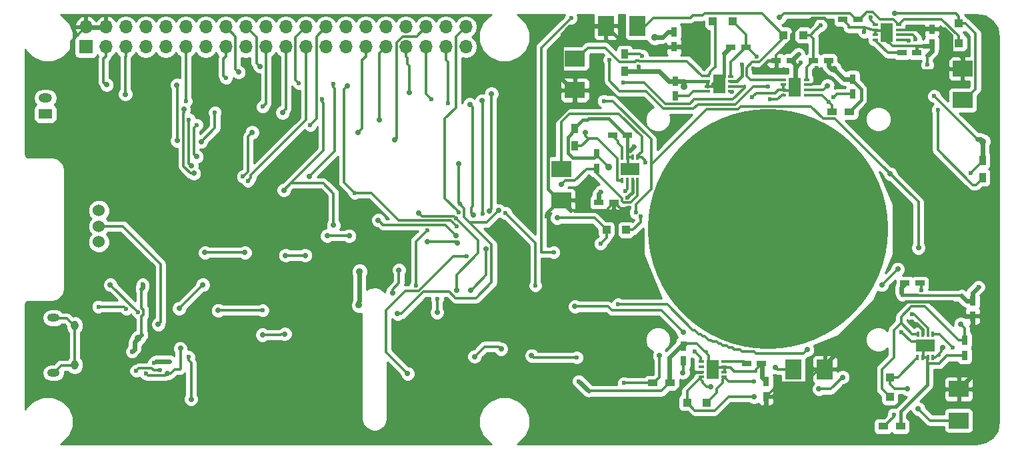
<source format=gbr>
G04 #@! TF.FileFunction,Copper,L2,Bot,Signal*
%FSLAX46Y46*%
G04 Gerber Fmt 4.6, Leading zero omitted, Abs format (unit mm)*
G04 Created by KiCad (PCBNEW 4.0.6) date 07/29/17 19:52:49*
%MOMM*%
%LPD*%
G01*
G04 APERTURE LIST*
%ADD10C,0.100000*%
%ADD11C,30.500000*%
%ADD12R,0.750000X1.200000*%
%ADD13R,1.200000X0.750000*%
%ADD14R,1.700000X1.700000*%
%ADD15O,1.700000X1.700000*%
%ADD16O,0.950000X1.250000*%
%ADD17O,1.550000X1.000000*%
%ADD18R,1.700000X1.200000*%
%ADD19O,1.700000X1.200000*%
%ADD20R,2.500000X2.000000*%
%ADD21R,2.000000X2.500000*%
%ADD22R,0.900000X1.200000*%
%ADD23R,1.200000X0.900000*%
%ADD24C,1.524000*%
%ADD25R,0.700000X0.350000*%
%ADD26R,1.580000X2.350000*%
%ADD27R,0.350000X0.700000*%
%ADD28R,2.350000X1.580000*%
%ADD29R,1.000000X1.000000*%
%ADD30C,0.600000*%
%ADD31C,0.900000*%
%ADD32C,0.700000*%
%ADD33C,0.300000*%
%ADD34C,0.600000*%
%ADD35C,0.350000*%
%ADD36C,0.400000*%
%ADD37C,0.254000*%
G04 APERTURE END LIST*
D10*
D11*
X192790000Y-88190000D03*
D12*
X213580000Y-62730000D03*
X213580000Y-64630000D03*
D13*
X209800000Y-65750000D03*
X211700000Y-65750000D03*
X204200000Y-61500000D03*
X202300000Y-61500000D03*
D12*
X218750000Y-99200000D03*
X218750000Y-97300000D03*
D13*
X212070000Y-95050000D03*
X210170000Y-95050000D03*
D12*
X217750000Y-102300000D03*
X217750000Y-104200000D03*
X192500000Y-109450000D03*
X192500000Y-107550000D03*
D13*
X190050000Y-105250000D03*
X191950000Y-105250000D03*
D12*
X182000000Y-104950000D03*
X182000000Y-103050000D03*
D13*
X173200000Y-84750000D03*
X171300000Y-84750000D03*
X173050000Y-76250000D03*
X174950000Y-76250000D03*
D12*
X171000000Y-80450000D03*
X171000000Y-78550000D03*
X180830000Y-64990000D03*
X180830000Y-63090000D03*
X180970000Y-71220000D03*
X180970000Y-69320000D03*
D13*
X189950000Y-65000000D03*
X188050000Y-65000000D03*
X193800000Y-66750000D03*
X195700000Y-66750000D03*
D12*
X203530000Y-70970000D03*
X203530000Y-69070000D03*
D13*
X198550000Y-66750000D03*
X200450000Y-66750000D03*
D14*
X106140000Y-64990000D03*
D15*
X106140000Y-62450000D03*
X108680000Y-64990000D03*
X108680000Y-62450000D03*
X111220000Y-64990000D03*
X111220000Y-62450000D03*
X113760000Y-64990000D03*
X113760000Y-62450000D03*
X116300000Y-64990000D03*
X116300000Y-62450000D03*
X118840000Y-64990000D03*
X118840000Y-62450000D03*
X121380000Y-64990000D03*
X121380000Y-62450000D03*
X123920000Y-64990000D03*
X123920000Y-62450000D03*
X126460000Y-64990000D03*
X126460000Y-62450000D03*
X129000000Y-64990000D03*
X129000000Y-62450000D03*
X131540000Y-64990000D03*
X131540000Y-62450000D03*
X134080000Y-64990000D03*
X134080000Y-62450000D03*
X136620000Y-64990000D03*
X136620000Y-62450000D03*
X139160000Y-64990000D03*
X139160000Y-62450000D03*
X141700000Y-64990000D03*
X141700000Y-62450000D03*
X144240000Y-64990000D03*
X144240000Y-62450000D03*
X146780000Y-64990000D03*
X146780000Y-62450000D03*
X149320000Y-64990000D03*
X149320000Y-62450000D03*
X151860000Y-64990000D03*
X151860000Y-62450000D03*
X154400000Y-64990000D03*
X154400000Y-62450000D03*
D16*
X104740000Y-100450000D03*
X104740000Y-105450000D03*
D17*
X102040000Y-99450000D03*
X102040000Y-106450000D03*
D18*
X101000000Y-73500000D03*
D19*
X101000000Y-71500000D03*
D20*
X217500000Y-67750000D03*
X217500000Y-71750000D03*
X217000000Y-108500000D03*
X217000000Y-112500000D03*
D21*
X200000000Y-106000000D03*
X196000000Y-106000000D03*
D20*
X166500000Y-84500000D03*
X166500000Y-80500000D03*
X168250000Y-70480000D03*
X168250000Y-66480000D03*
D21*
X172200000Y-62320000D03*
X176200000Y-62320000D03*
D22*
X220000000Y-81600000D03*
X220000000Y-79400000D03*
D23*
X207400000Y-113250000D03*
X209600000Y-113250000D03*
X178150000Y-107750000D03*
X180350000Y-107750000D03*
D22*
X168250000Y-77600000D03*
X168250000Y-75400000D03*
X174570000Y-65900000D03*
X174570000Y-68100000D03*
D23*
X200900000Y-73250000D03*
X203100000Y-73250000D03*
D24*
X107800000Y-89798980D03*
X107800000Y-87800000D03*
X107800000Y-85801020D03*
D25*
X209345000Y-62190000D03*
X209345000Y-62815000D03*
X209345000Y-63465000D03*
X209345000Y-64115000D03*
X206395000Y-64115000D03*
X206395000Y-63465000D03*
X206395000Y-62815000D03*
X206395000Y-62165000D03*
D26*
X207870000Y-63140000D03*
D27*
X211800000Y-101525000D03*
X212425000Y-101525000D03*
X213075000Y-101525000D03*
X213725000Y-101525000D03*
X213725000Y-104475000D03*
X213075000Y-104475000D03*
X212425000Y-104475000D03*
X211775000Y-104475000D03*
D28*
X212750000Y-103000000D03*
D25*
X184275000Y-106950000D03*
X184275000Y-106325000D03*
X184275000Y-105675000D03*
X184275000Y-105025000D03*
X187225000Y-105025000D03*
X187225000Y-105675000D03*
X187225000Y-106325000D03*
X187225000Y-106975000D03*
D26*
X185750000Y-106000000D03*
D27*
X176200000Y-81975000D03*
X175575000Y-81975000D03*
X174925000Y-81975000D03*
X174275000Y-81975000D03*
X174275000Y-79025000D03*
X174925000Y-79025000D03*
X175575000Y-79025000D03*
X176225000Y-79025000D03*
D28*
X175250000Y-80500000D03*
D25*
X188055000Y-68730000D03*
X188055000Y-69355000D03*
X188055000Y-70005000D03*
X188055000Y-70655000D03*
X185105000Y-70655000D03*
X185105000Y-70005000D03*
X185105000Y-69355000D03*
X185105000Y-68705000D03*
D26*
X186580000Y-69680000D03*
D25*
X197665000Y-69180000D03*
X197665000Y-69805000D03*
X197665000Y-70455000D03*
X197665000Y-71105000D03*
X194715000Y-71105000D03*
X194715000Y-70455000D03*
X194715000Y-69805000D03*
X194715000Y-69155000D03*
D26*
X196190000Y-70130000D03*
D29*
X217000000Y-62000000D03*
X217000000Y-64500000D03*
X208250000Y-107000000D03*
X208250000Y-109500000D03*
X185000000Y-110250000D03*
X182500000Y-110250000D03*
X174750000Y-88250000D03*
X172250000Y-88250000D03*
X185750000Y-61750000D03*
X188250000Y-61750000D03*
X194750000Y-63500000D03*
X197250000Y-63500000D03*
D30*
X163239998Y-95340010D03*
X159390000Y-86090000D03*
X175750000Y-77640000D03*
X213880000Y-71250000D03*
X213030000Y-67270000D03*
X190720000Y-71420000D03*
D31*
X182130000Y-70030000D03*
X201140000Y-67790000D03*
X140910000Y-93570000D03*
X140830000Y-97830002D03*
D30*
X196900000Y-66990000D03*
X205000000Y-63080000D03*
X176368453Y-67501191D03*
D31*
X178400000Y-63770000D03*
D30*
X171549990Y-83386084D03*
D31*
X220080000Y-77030000D03*
X172520000Y-80310000D03*
D30*
X209850000Y-96520000D03*
X114820000Y-105200000D03*
X116750000Y-104970000D03*
X219500000Y-95500000D03*
X218500000Y-81000000D03*
X168750000Y-107500000D03*
X209750000Y-101250000D03*
X148060000Y-95340010D03*
X150797193Y-97027551D03*
X149492067Y-88295033D03*
D32*
X155520000Y-104370000D03*
X158880000Y-103400000D03*
X150750000Y-98750000D03*
X162750000Y-104250000D03*
D30*
X168500000Y-104500000D03*
D32*
X145742305Y-98942305D03*
D30*
X153630000Y-84940000D03*
D32*
X153500000Y-79860000D03*
X158550000Y-85800000D03*
X153220000Y-95930000D03*
X148440000Y-86120000D03*
D30*
X153190000Y-86820000D03*
D32*
X145910000Y-93380000D03*
X145090000Y-96280000D03*
X153300000Y-89960000D03*
X149500000Y-89750000D03*
D30*
X199000000Y-67625018D03*
D31*
X197750000Y-61895010D03*
D30*
X164670010Y-86528192D03*
X189500000Y-67240000D03*
X190925403Y-67754947D03*
X184660000Y-67680000D03*
D31*
X174070000Y-86660000D03*
D30*
X175190000Y-85480000D03*
X174908039Y-84129989D03*
X208480000Y-99360000D03*
X211070000Y-99910000D03*
D31*
X191850000Y-114900000D03*
X179250000Y-110980000D03*
D30*
X128620000Y-99560000D03*
D31*
X110010000Y-83010000D03*
X114440000Y-86170000D03*
X118670000Y-87750000D03*
D30*
X121500000Y-86000000D03*
D31*
X124250000Y-88500000D03*
X219250000Y-101000000D03*
X219000000Y-106500000D03*
X134750000Y-100250000D03*
D30*
X123500000Y-102000000D03*
X123500000Y-104000000D03*
D32*
X136800000Y-89020000D03*
X139590000Y-89020000D03*
X134000000Y-91500000D03*
X131500000Y-91500000D03*
X126350000Y-91140000D03*
X121265000Y-91140000D03*
X194250000Y-61250000D03*
D30*
X212250000Y-95970000D03*
D32*
X215000000Y-103250000D03*
X217250000Y-100250000D03*
X181950000Y-106400000D03*
X191000000Y-109500000D03*
X185500000Y-108250000D03*
X166000000Y-86750000D03*
X166500000Y-82500000D03*
D30*
X171500000Y-90000000D03*
X191380000Y-66240000D03*
X193060000Y-71630000D03*
X201083290Y-71400010D03*
X199430000Y-62260000D03*
X111280200Y-98283600D03*
X107744998Y-98030000D03*
X112020000Y-103750000D03*
X113360000Y-95190000D03*
D31*
X112780000Y-102060000D03*
D32*
X118150000Y-103330000D03*
X116500000Y-106500000D03*
D30*
X113750000Y-106500000D03*
X214340373Y-72979627D03*
X210680000Y-64180000D03*
X216250000Y-103250000D03*
X208750000Y-111750000D03*
X174500000Y-107750000D03*
X183500000Y-103750000D03*
D32*
X179000000Y-104250000D03*
X169610000Y-75840000D03*
X197750000Y-103500000D03*
D30*
X173750000Y-97750000D03*
X176739147Y-66102040D03*
X188176919Y-70739990D03*
D32*
X209250000Y-93250000D03*
X207250000Y-95250000D03*
X202250000Y-107000000D03*
X199250000Y-108500000D03*
X182000000Y-101250000D03*
X168250000Y-98000000D03*
D30*
X167760000Y-61300000D03*
X165560000Y-91120000D03*
X200490811Y-71989545D03*
D32*
X119500000Y-109800000D03*
D30*
X119170000Y-104400000D03*
X112540000Y-106180000D03*
X115550000Y-106140000D03*
D32*
X145400000Y-76780000D03*
D30*
X153520002Y-86020000D03*
D32*
X128220000Y-67450000D03*
D30*
X192760000Y-70030000D03*
X172630000Y-66630000D03*
D32*
X200310000Y-69940000D03*
X117710000Y-69830000D03*
X117730690Y-76895010D03*
D30*
X133198775Y-69625010D03*
X134647050Y-74905009D03*
X120235833Y-74905009D03*
D32*
X120200000Y-78930000D03*
D30*
X174410000Y-69508767D03*
D32*
X125540000Y-68210000D03*
X155330000Y-86410000D03*
D30*
X152110000Y-72175022D03*
D32*
X154890000Y-72319999D03*
X147250000Y-70770000D03*
X157649999Y-70950001D03*
X157350000Y-85870000D03*
D30*
X150002697Y-71625011D03*
D32*
X156460000Y-71830000D03*
D30*
X156540000Y-86190000D03*
X126100000Y-81490000D03*
D32*
X127260000Y-75870000D03*
X140700000Y-75870000D03*
D30*
X119240001Y-74229999D03*
D32*
X143390001Y-74229999D03*
X119540000Y-80130000D03*
D30*
X126723152Y-82057051D03*
X122540000Y-73334990D03*
D32*
X131130000Y-73334990D03*
X120780000Y-77050000D03*
X118570000Y-72910000D03*
D30*
X128590000Y-72610000D03*
D32*
X119870000Y-81070000D03*
D30*
X137560000Y-69660000D03*
D32*
X143280000Y-87030000D03*
X153180000Y-88980000D03*
X134562983Y-81424990D03*
X108780000Y-69800000D03*
X139320000Y-69940000D03*
D30*
X140289090Y-83564355D03*
X153209998Y-87800000D03*
D32*
X111160000Y-71015010D03*
D30*
X171928076Y-71858076D03*
X211455898Y-63985063D03*
D32*
X208309999Y-81140000D03*
D30*
X174675518Y-83284517D03*
X175977764Y-86055693D03*
D32*
X211880000Y-90520000D03*
D30*
X211100000Y-99030000D03*
X123920000Y-68950000D03*
D32*
X137580000Y-87670000D03*
D30*
X136095010Y-71658224D03*
X118840000Y-71910000D03*
D32*
X131290000Y-83210000D03*
X128570000Y-101610000D03*
X131410000Y-101490000D03*
D30*
X128590000Y-98500000D03*
D32*
X122950000Y-98500000D03*
X155030000Y-95960000D03*
X156957830Y-90652170D03*
D30*
X112750000Y-98750000D03*
D32*
X109250000Y-95250000D03*
X121000000Y-95250000D03*
X118000000Y-98250000D03*
X115340000Y-100270000D03*
D30*
X154512538Y-91579988D03*
D32*
X147010000Y-106540000D03*
D30*
X205780000Y-61250000D03*
D32*
X208850000Y-60740000D03*
X211860000Y-111010000D03*
X210470000Y-108490000D03*
D30*
X191000000Y-107500000D03*
D32*
X193750000Y-105750000D03*
D30*
X177219990Y-79654253D03*
X176585126Y-86576395D03*
D33*
X104740000Y-100450000D02*
X104750000Y-100500000D01*
X104750000Y-100500000D02*
X103750000Y-99500000D01*
X103750000Y-99500000D02*
X102000000Y-99500000D01*
X102000000Y-99500000D02*
X102040000Y-99450000D01*
X102040000Y-106450000D02*
X102000000Y-106500000D01*
X102000000Y-106500000D02*
X103000000Y-105500000D01*
X103000000Y-105500000D02*
X104750000Y-105500000D01*
X104750000Y-105500000D02*
X104740000Y-105450000D01*
X104740000Y-105450000D02*
X104750000Y-105500000D01*
X104750000Y-105500000D02*
X104750000Y-100500000D01*
X104750000Y-100500000D02*
X104740000Y-100450000D01*
X163239998Y-94915746D02*
X163239998Y-95340010D01*
X163239998Y-89939998D02*
X163239998Y-94915746D01*
X159390000Y-86090000D02*
X163239998Y-89939998D01*
D34*
X218025000Y-97300000D02*
X218750000Y-97300000D01*
X217370001Y-96645001D02*
X218025000Y-97300000D01*
D35*
X211895001Y-96645001D02*
X217370001Y-96645001D01*
X211750000Y-96500000D02*
X211895001Y-96645001D01*
D34*
X175270000Y-78120000D02*
X175750000Y-77640000D01*
D35*
X175000000Y-79000000D02*
X175000000Y-78120000D01*
X175000000Y-78120000D02*
X175270000Y-78120000D01*
X175000000Y-78120000D02*
X175000000Y-76250000D01*
D33*
X213880000Y-71250000D02*
X219360001Y-76730001D01*
D34*
X219360001Y-76730001D02*
X219780001Y-76730001D01*
X219780001Y-76730001D02*
X220080000Y-77030000D01*
D33*
X213030000Y-66080000D02*
X213030000Y-67270000D01*
D34*
X213580000Y-64630000D02*
X213580000Y-65530000D01*
X213580000Y-65530000D02*
X213030000Y-66080000D01*
D33*
X191019999Y-71120001D02*
X190720000Y-71420000D01*
X194715000Y-70455000D02*
X194065000Y-70455000D01*
X191300000Y-70840000D02*
X191019999Y-71120001D01*
X194065000Y-70455000D02*
X193680000Y-70840000D01*
X193680000Y-70840000D02*
X191300000Y-70840000D01*
D36*
X203100000Y-73250000D02*
X204590000Y-71760000D01*
X204590000Y-71760000D02*
X204590000Y-70355000D01*
X204590000Y-70355000D02*
X203530000Y-69295000D01*
D34*
X203530000Y-69295000D02*
X203530000Y-69070000D01*
X182130000Y-69355000D02*
X181005000Y-69355000D01*
D36*
X185105000Y-69355000D02*
X182130000Y-69355000D01*
D34*
X182130000Y-69355000D02*
X182130000Y-70030000D01*
X203530000Y-69070000D02*
X202420000Y-69070000D01*
X202420000Y-69070000D02*
X201140000Y-67790000D01*
X200815000Y-67790000D02*
X201140000Y-67790000D01*
X200450000Y-66750000D02*
X200450000Y-67425000D01*
X200450000Y-67425000D02*
X200815000Y-67790000D01*
D35*
X185850000Y-69680000D02*
X185850000Y-69960000D01*
X185850000Y-69960000D02*
X185805000Y-70005000D01*
X185805000Y-70005000D02*
X185105000Y-70005000D01*
D34*
X186580000Y-69680000D02*
X185850000Y-69680000D01*
X195750000Y-66750000D02*
X196640000Y-65860000D01*
X200500000Y-66750000D02*
X200450000Y-66750000D01*
X140910000Y-97325738D02*
X140910000Y-93570000D01*
X140830000Y-97830002D02*
X140830000Y-97405738D01*
X140830000Y-97405738D02*
X140910000Y-97325738D01*
D36*
X211700000Y-65750000D02*
X211700000Y-64975000D01*
X211700000Y-64975000D02*
X211775000Y-64900000D01*
X211775000Y-64900000D02*
X212525000Y-64900000D01*
X196400000Y-67490000D02*
X196900000Y-66990000D01*
D34*
X196250000Y-67490000D02*
X196250000Y-67250000D01*
X196250000Y-70250000D02*
X196250000Y-67490000D01*
X196250000Y-67490000D02*
X196400000Y-67490000D01*
D35*
X205000000Y-62500000D02*
X206370000Y-62890000D01*
X203000000Y-62500000D02*
X205000000Y-62500000D01*
D36*
X205000000Y-62500000D02*
X205000000Y-63080000D01*
D34*
X176420000Y-68100000D02*
X175420000Y-68100000D01*
X176420000Y-68100000D02*
X176368453Y-68048453D01*
D36*
X176368453Y-68048453D02*
X176368453Y-67501191D01*
D34*
X178975000Y-68100000D02*
X176420000Y-68100000D01*
X179375000Y-63770000D02*
X178400000Y-63770000D01*
X180830000Y-63090000D02*
X180055000Y-63090000D01*
X180055000Y-63090000D02*
X179375000Y-63770000D01*
X180970000Y-69320000D02*
X180195000Y-69320000D01*
X180195000Y-69320000D02*
X178975000Y-68100000D01*
X175420000Y-68100000D02*
X174570000Y-68100000D01*
X171300000Y-83636074D02*
X171549990Y-83386084D01*
X171300000Y-84750000D02*
X171300000Y-83636074D01*
X220080000Y-78320000D02*
X220080000Y-77030000D01*
X220000000Y-79400000D02*
X220000000Y-78400000D01*
X220000000Y-78400000D02*
X220080000Y-78320000D01*
D36*
X186760000Y-69190000D02*
X187210000Y-68740000D01*
X187210000Y-68740000D02*
X187210000Y-65840000D01*
D34*
X187210000Y-65840000D02*
X188050000Y-65000000D01*
D36*
X185105000Y-70005000D02*
X185105000Y-69355000D01*
D34*
X181005000Y-69355000D02*
X180970000Y-69320000D01*
X213580000Y-64855000D02*
X213580000Y-64630000D01*
D35*
X208000000Y-64275000D02*
X208625000Y-64900000D01*
X208625000Y-64900000D02*
X212525000Y-64900000D01*
D34*
X207870000Y-63140000D02*
X208000000Y-64275000D01*
X212525000Y-64900000D02*
X213580000Y-64855000D01*
X168250000Y-75400000D02*
X168250000Y-75550000D01*
D36*
X167969998Y-79090000D02*
X170685000Y-79090000D01*
X170685000Y-79090000D02*
X171000000Y-78775000D01*
X168250000Y-75550000D02*
X167350000Y-76450000D01*
X167350000Y-76450000D02*
X167350000Y-78470002D01*
X167350000Y-78470002D02*
X167969998Y-79090000D01*
D34*
X171000000Y-78775000D02*
X171000000Y-78550000D01*
D36*
X169809998Y-74270000D02*
X169230000Y-74270000D01*
X169230000Y-74270000D02*
X168250000Y-75250000D01*
D34*
X168250000Y-75250000D02*
X168250000Y-75400000D01*
D36*
X172565002Y-74070000D02*
X170009998Y-74070000D01*
X170009998Y-74070000D02*
X169809998Y-74270000D01*
X174925000Y-79025000D02*
X174925000Y-76429998D01*
X174925000Y-76429998D02*
X172565002Y-74070000D01*
D34*
X172520000Y-80295000D02*
X172520000Y-80310000D01*
D35*
X171000000Y-78775000D02*
X172520000Y-80295000D01*
X210274264Y-96520000D02*
X209850000Y-96520000D01*
X211709990Y-96520000D02*
X210274264Y-96520000D01*
X211729990Y-96500000D02*
X211709990Y-96520000D01*
D34*
X209730000Y-95560000D02*
X210170000Y-95120000D01*
X210170000Y-95120000D02*
X210170000Y-95050000D01*
X209730000Y-96240000D02*
X209730000Y-95560000D01*
D36*
X209990000Y-96500000D02*
X209730000Y-96240000D01*
X211729990Y-96500000D02*
X209990000Y-96500000D01*
X209600000Y-113250000D02*
X209600000Y-111390000D01*
X209600000Y-111390000D02*
X213000000Y-107990000D01*
X213000000Y-107990000D02*
X213000000Y-105250000D01*
D35*
X211750000Y-96500000D02*
X211729990Y-96500000D01*
D33*
X115050000Y-104970000D02*
X114820000Y-105200000D01*
D34*
X116750000Y-104970000D02*
X115050000Y-104970000D01*
X218750000Y-97300000D02*
X218750000Y-96250000D01*
X218750000Y-96250000D02*
X219500000Y-95500000D01*
D35*
X218500000Y-81000000D02*
X220000000Y-79500000D01*
D34*
X220000000Y-79500000D02*
X220000000Y-79400000D01*
X168750000Y-107500000D02*
X170000000Y-108750000D01*
D35*
X170000000Y-108750000D02*
X179250000Y-108750000D01*
X179250000Y-108750000D02*
X180250000Y-107750000D01*
D34*
X180250000Y-107750000D02*
X180350000Y-107750000D01*
X182000000Y-103050000D02*
X182000000Y-103000000D01*
X182000000Y-103000000D02*
X182250000Y-102750000D01*
D35*
X182250000Y-102750000D02*
X183750000Y-102750000D01*
X183750000Y-102750000D02*
X184750000Y-103750000D01*
X184750000Y-103750000D02*
X185000000Y-103750000D01*
X185000000Y-103750000D02*
X185000000Y-104000000D01*
X185000000Y-104000000D02*
X185250000Y-104250000D01*
X185250000Y-104250000D02*
X185250000Y-105500000D01*
X185250000Y-105500000D02*
X185750000Y-106000000D01*
D34*
X154400000Y-64990000D02*
X154500000Y-65000000D01*
X146750000Y-62500000D02*
X146780000Y-62450000D01*
X136620000Y-64990000D02*
X136500000Y-65000000D01*
X129000000Y-62500000D02*
X129000000Y-62450000D01*
X141700000Y-62450000D02*
X141500000Y-62750000D01*
X136500000Y-65000000D02*
X136620000Y-64990000D01*
X121380000Y-62450000D02*
X121500000Y-62500000D01*
X116250000Y-65000000D02*
X116300000Y-64990000D01*
X116300000Y-64990000D02*
X116250000Y-65000000D01*
X111250000Y-62500000D02*
X111220000Y-62450000D01*
X180970000Y-69270000D02*
X180970000Y-69320000D01*
X180350000Y-107750000D02*
X180250000Y-107750000D01*
X180250000Y-107750000D02*
X180250000Y-104500000D01*
X180250000Y-104500000D02*
X181750000Y-103000000D01*
X181750000Y-103000000D02*
X182000000Y-103000000D01*
X182000000Y-103000000D02*
X182000000Y-103050000D01*
D35*
X212750000Y-103000000D02*
X212250000Y-102500000D01*
X212250000Y-102500000D02*
X211000000Y-102500000D01*
X211000000Y-102500000D02*
X209750000Y-101250000D01*
X211750000Y-96500000D02*
X211700000Y-96500000D01*
D34*
X168250000Y-75500000D02*
X168250000Y-75400000D01*
D35*
X211700000Y-96500000D02*
X211750000Y-96500000D01*
D34*
X213580000Y-64630000D02*
X213580000Y-64930000D01*
X211750000Y-65750000D02*
X211700000Y-65750000D01*
X129000000Y-62450000D02*
X129000000Y-62500000D01*
X121500000Y-62500000D02*
X121380000Y-62450000D01*
D35*
X202300000Y-61500000D02*
X202250000Y-61500000D01*
X202250000Y-61500000D02*
X203000000Y-62250000D01*
X203000000Y-62250000D02*
X203000000Y-62500000D01*
X206370000Y-62890000D02*
X206395000Y-62815000D01*
D34*
X107750000Y-85750000D02*
X107800000Y-85801020D01*
D35*
X194750000Y-70500000D02*
X194715000Y-70455000D01*
X187225000Y-105675000D02*
X187250000Y-105750000D01*
X187250000Y-105750000D02*
X188000000Y-105750000D01*
X188000000Y-105750000D02*
X188500000Y-106250000D01*
X188500000Y-106250000D02*
X191250000Y-106250000D01*
X191250000Y-106250000D02*
X191250000Y-106000000D01*
X191250000Y-106000000D02*
X192000000Y-105250000D01*
D34*
X192000000Y-105250000D02*
X191950000Y-105250000D01*
D35*
X213075000Y-104475000D02*
X213000000Y-104500000D01*
X213000000Y-104500000D02*
X213000000Y-105250000D01*
X213000000Y-105250000D02*
X214500000Y-105250000D01*
X214500000Y-105250000D02*
X215500000Y-104250000D01*
X215500000Y-104250000D02*
X217750000Y-104250000D01*
D34*
X217750000Y-104250000D02*
X217750000Y-104200000D01*
X146780000Y-62450000D02*
X146750000Y-62500000D01*
X196190000Y-70130000D02*
X196250000Y-70250000D01*
X196250000Y-67250000D02*
X195750000Y-66750000D01*
X195750000Y-66750000D02*
X195700000Y-66750000D01*
X195700000Y-66750000D02*
X195750000Y-66750000D01*
X191950000Y-105250000D02*
X192000000Y-105250000D01*
X192000000Y-105250000D02*
X192000000Y-107000000D01*
X192000000Y-107000000D02*
X192500000Y-107500000D01*
X192500000Y-107500000D02*
X192500000Y-107550000D01*
X180830000Y-63040000D02*
X180830000Y-63090000D01*
D35*
X174925000Y-79025000D02*
X175000000Y-79000000D01*
D34*
X175000000Y-76250000D02*
X174950000Y-76250000D01*
D35*
X206395000Y-62815000D02*
X206370000Y-62890000D01*
X206370000Y-62890000D02*
X207370000Y-62890000D01*
D34*
X207370000Y-62890000D02*
X207620000Y-63140000D01*
X207620000Y-63140000D02*
X207870000Y-63140000D01*
D35*
X212425000Y-104475000D02*
X212500000Y-104500000D01*
X212500000Y-104500000D02*
X212500000Y-103250000D01*
D34*
X212500000Y-103250000D02*
X212750000Y-103000000D01*
D35*
X174925000Y-79025000D02*
X175000000Y-79000000D01*
X175000000Y-79000000D02*
X175000000Y-80250000D01*
D34*
X175000000Y-80250000D02*
X175250000Y-80500000D01*
D35*
X194715000Y-70455000D02*
X194750000Y-70500000D01*
X194750000Y-70500000D02*
X195500000Y-70500000D01*
X195500000Y-70500000D02*
X195750000Y-70250000D01*
D34*
X195750000Y-70250000D02*
X196250000Y-70250000D01*
X196250000Y-70250000D02*
X196190000Y-70130000D01*
X185750000Y-106000000D02*
X186000000Y-105750000D01*
D35*
X186000000Y-105750000D02*
X187250000Y-105750000D01*
X187250000Y-105750000D02*
X187225000Y-105675000D01*
X194715000Y-70455000D02*
X194750000Y-70500000D01*
X194750000Y-70500000D02*
X194750000Y-69750000D01*
X194750000Y-69750000D02*
X194715000Y-69805000D01*
X174925000Y-79025000D02*
X175000000Y-79000000D01*
X175000000Y-79000000D02*
X175500000Y-79000000D01*
X175500000Y-79000000D02*
X175575000Y-79025000D01*
X212425000Y-104475000D02*
X212500000Y-104500000D01*
X212500000Y-104500000D02*
X213000000Y-104500000D01*
X213000000Y-104500000D02*
X213075000Y-104475000D01*
X187225000Y-105675000D02*
X187250000Y-105750000D01*
X187250000Y-105750000D02*
X187250000Y-106250000D01*
X187250000Y-106250000D02*
X187225000Y-106325000D01*
X206395000Y-62815000D02*
X206370000Y-62890000D01*
X206370000Y-62890000D02*
X206370000Y-63390000D01*
X206370000Y-63390000D02*
X206395000Y-63465000D01*
D33*
X149492067Y-88295033D02*
X148060000Y-89727100D01*
X148060000Y-94915746D02*
X148060000Y-95340010D01*
X148060000Y-89727100D02*
X148060000Y-94915746D01*
X150750000Y-97074744D02*
X150797193Y-97027551D01*
X150750000Y-98750000D02*
X150750000Y-97074744D01*
X156789999Y-103100001D02*
X155520000Y-104370000D01*
X158880000Y-103400000D02*
X158580001Y-103100001D01*
X158580001Y-103100001D02*
X156789999Y-103100001D01*
X162750000Y-104250000D02*
X163000000Y-104500000D01*
X163000000Y-104500000D02*
X168500000Y-104500000D01*
X146166569Y-98942305D02*
X145742305Y-98942305D01*
X149046836Y-96130011D02*
X146234542Y-98942305D01*
X152301007Y-96130011D02*
X149046836Y-96130011D01*
X155714002Y-96915002D02*
X153085998Y-96915002D01*
X153085998Y-96915002D02*
X152301007Y-96130011D01*
X157670011Y-90130011D02*
X157670011Y-94958993D01*
X154850000Y-87310000D02*
X157670011Y-90130011D01*
X146234542Y-98942305D02*
X146166569Y-98942305D01*
X157670011Y-94958993D02*
X155714002Y-96915002D01*
X154195004Y-86655004D02*
X154195004Y-85505004D01*
X154850000Y-87310000D02*
X154195004Y-86655004D01*
X153929999Y-85239999D02*
X153630000Y-84940000D01*
X154195004Y-85505004D02*
X153929999Y-85239999D01*
X153500000Y-84810000D02*
X153630000Y-84940000D01*
X153500000Y-79860000D02*
X153500000Y-84810000D01*
X157040000Y-87310000D02*
X154850000Y-87310000D01*
X158550000Y-85800000D02*
X157040000Y-87310000D01*
X153220000Y-95505736D02*
X153220000Y-95930000D01*
X155990000Y-91195736D02*
X153220000Y-93965736D01*
X155990000Y-89620000D02*
X155990000Y-91195736D01*
X153220000Y-93965736D02*
X153220000Y-95505736D01*
X153190000Y-86820000D02*
X155990000Y-89620000D01*
X148840001Y-86520001D02*
X148440000Y-86120000D01*
X152890001Y-86520001D02*
X148840001Y-86520001D01*
X153190000Y-86820000D02*
X152890001Y-86520001D01*
X145910000Y-95035736D02*
X145910000Y-93380000D01*
X145090000Y-96280000D02*
X145090000Y-95855736D01*
X145090000Y-95855736D02*
X145910000Y-95035736D01*
X153090000Y-89750000D02*
X153300000Y-89960000D01*
X149500000Y-89750000D02*
X153090000Y-89750000D01*
D36*
X198049999Y-61595011D02*
X197750000Y-61895010D01*
X198345011Y-61299999D02*
X198049999Y-61595011D01*
X199893187Y-61299999D02*
X198345011Y-61299999D01*
X206563189Y-67970001D02*
X199893187Y-61299999D01*
X214109999Y-67970001D02*
X206563189Y-67970001D01*
D34*
X216110000Y-65970000D02*
X214109999Y-67970001D01*
D35*
X199000000Y-68049282D02*
X199000000Y-67625018D01*
X197665000Y-69805000D02*
X198365000Y-69805000D01*
D34*
X199000000Y-69170000D02*
X199000000Y-68049282D01*
D35*
X198365000Y-69805000D02*
X199000000Y-69170000D01*
D34*
X197325736Y-61895010D02*
X197750000Y-61895010D01*
D35*
X195750000Y-63430746D02*
X197285736Y-61895010D01*
D34*
X197285736Y-61895010D02*
X197325736Y-61895010D01*
D35*
X193800000Y-66750000D02*
X193800000Y-66025000D01*
X195750000Y-64075000D02*
X195750000Y-63430746D01*
X193800000Y-66025000D02*
X195750000Y-64075000D01*
X209514275Y-62820000D02*
X211670000Y-62820000D01*
X211670000Y-62820000D02*
X211810000Y-62680000D01*
D34*
X211810000Y-62680000D02*
X213580000Y-62680000D01*
X168250000Y-70480000D02*
X168250000Y-71880000D01*
D36*
X168250000Y-71880000D02*
X164849999Y-75280001D01*
X164849999Y-75280001D02*
X164850000Y-83100000D01*
X164850000Y-83100000D02*
X166250000Y-84500000D01*
D34*
X166250000Y-84500000D02*
X166500000Y-84500000D01*
D36*
X166600000Y-69080000D02*
X166600000Y-63308542D01*
X166600000Y-63308542D02*
X167588542Y-62320000D01*
X167588542Y-62320000D02*
X170800000Y-62320000D01*
D34*
X170800000Y-62320000D02*
X172200000Y-62320000D01*
X168000000Y-70480000D02*
X166600000Y-69080000D01*
X168250000Y-70480000D02*
X168000000Y-70480000D01*
D36*
X164670010Y-86079990D02*
X164670010Y-86103928D01*
X166250000Y-84500000D02*
X164670010Y-86079990D01*
X164670010Y-86103928D02*
X164670010Y-86528192D01*
X191349667Y-67754947D02*
X190925403Y-67754947D01*
X188055000Y-69355000D02*
X188805000Y-69355000D01*
X193800000Y-66750000D02*
X192800000Y-66750000D01*
X191795053Y-67754947D02*
X191349667Y-67754947D01*
X189470001Y-68689999D02*
X189470001Y-67269999D01*
X192800000Y-66750000D02*
X191795053Y-67754947D01*
X188805000Y-69355000D02*
X189470001Y-68689999D01*
X189470001Y-67269999D02*
X189500000Y-67240000D01*
D34*
X184660000Y-66060000D02*
X183590000Y-64990000D01*
X183590000Y-64990000D02*
X180830000Y-64990000D01*
D36*
X184660000Y-67680000D02*
X184660000Y-66060000D01*
X180830000Y-64990000D02*
X176420000Y-64990000D01*
X174460000Y-64580000D02*
X172200000Y-62320000D01*
X176010000Y-64580000D02*
X174460000Y-64580000D01*
X176420000Y-64990000D02*
X176010000Y-64580000D01*
X216099999Y-65959999D02*
X216099999Y-63539999D01*
X216099999Y-63539999D02*
X215210000Y-62650000D01*
D34*
X216110000Y-65970000D02*
X216099999Y-65959999D01*
D35*
X214785736Y-62650000D02*
X215210000Y-62650000D01*
X213900000Y-62650000D02*
X214785736Y-62650000D01*
D34*
X213580000Y-62680000D02*
X213900000Y-62650000D01*
X217070000Y-65970000D02*
X216534264Y-65970000D01*
X217500000Y-66400000D02*
X217070000Y-65970000D01*
X216534264Y-65970000D02*
X216110000Y-65970000D01*
X217500000Y-67750000D02*
X217500000Y-66400000D01*
D35*
X174070000Y-85570000D02*
X174070000Y-86235736D01*
X174030000Y-85530000D02*
X174070000Y-85570000D01*
D34*
X174070000Y-86235736D02*
X174070000Y-86660000D01*
D35*
X173250000Y-84750000D02*
X174030000Y-85530000D01*
D36*
X175190000Y-85480000D02*
X174765736Y-85480000D01*
X174765736Y-85480000D02*
X174715736Y-85530000D01*
X174715736Y-85530000D02*
X174030000Y-85530000D01*
X175208038Y-83829990D02*
X174908039Y-84129989D01*
X175575000Y-83463028D02*
X175208038Y-83829990D01*
X175575000Y-81975000D02*
X175575000Y-83463028D01*
X211369999Y-100209999D02*
X211070000Y-99910000D01*
X211661457Y-100209999D02*
X211369999Y-100209999D01*
X212425000Y-100973542D02*
X211661457Y-100209999D01*
X212425000Y-101525000D02*
X212425000Y-100973542D01*
X209260000Y-98430000D02*
X208280000Y-98430000D01*
D34*
X208280000Y-98430000D02*
X208280000Y-99160000D01*
X208280000Y-99160000D02*
X208480000Y-99360000D01*
X200000000Y-106000000D02*
X200000000Y-105460000D01*
X200000000Y-105460000D02*
X207030000Y-98430000D01*
D36*
X207030000Y-98430000D02*
X209260000Y-98430000D01*
X216145000Y-97370000D02*
X217975000Y-99200000D01*
X209260000Y-98430000D02*
X210320000Y-97370000D01*
X210320000Y-97370000D02*
X216145000Y-97370000D01*
D34*
X217975000Y-99200000D02*
X218750000Y-99200000D01*
X192149999Y-114600001D02*
X191850000Y-114900000D01*
X192500000Y-114250000D02*
X192149999Y-114600001D01*
X192500000Y-109450000D02*
X192500000Y-114250000D01*
X179540000Y-110690000D02*
X179250000Y-110980000D01*
X179540000Y-110310000D02*
X179540000Y-110690000D01*
D36*
X184275000Y-106325000D02*
X183525000Y-106325000D01*
X183525000Y-106325000D02*
X179540000Y-110310000D01*
D35*
X129044264Y-99560000D02*
X128620000Y-99560000D01*
D34*
X134060000Y-99560000D02*
X129044264Y-99560000D01*
X134750000Y-100250000D02*
X134060000Y-99560000D01*
X104290000Y-77290000D02*
X110010000Y-83010000D01*
D33*
X104290000Y-64300000D02*
X104290000Y-77290000D01*
X106140000Y-62450000D02*
X104290000Y-64300000D01*
D34*
X114440000Y-86170000D02*
X114470000Y-86140000D01*
X114470000Y-86140000D02*
X115170000Y-86140000D01*
X115170000Y-86140000D02*
X116780000Y-87750000D01*
X116780000Y-87750000D02*
X118670000Y-87750000D01*
X173200000Y-84750000D02*
X173250000Y-84750000D01*
X121500000Y-86000000D02*
X124000000Y-88500000D01*
X124000000Y-88500000D02*
X124250000Y-88500000D01*
X180830000Y-65040000D02*
X180830000Y-64990000D01*
X213580000Y-62730000D02*
X213580000Y-62680000D01*
X192500000Y-109450000D02*
X192500000Y-109500000D01*
D35*
X192500000Y-109500000D02*
X193250000Y-108750000D01*
X193250000Y-108750000D02*
X193500000Y-108750000D01*
X193500000Y-108750000D02*
X194500000Y-107750000D01*
X194500000Y-107750000D02*
X197500000Y-107750000D01*
X197500000Y-107750000D02*
X199250000Y-106000000D01*
D34*
X199250000Y-106000000D02*
X200000000Y-106000000D01*
X218750000Y-99200000D02*
X218750000Y-100500000D01*
X218750000Y-100500000D02*
X219250000Y-101000000D01*
X219000000Y-106500000D02*
X217000000Y-108500000D01*
X123500000Y-102000000D02*
X123500000Y-104000000D01*
X166500000Y-84500000D02*
X167750000Y-85750000D01*
D35*
X167750000Y-85750000D02*
X172500000Y-85750000D01*
X172500000Y-85750000D02*
X172500000Y-85500000D01*
X172500000Y-85500000D02*
X173250000Y-84750000D01*
D34*
X173250000Y-84750000D02*
X173200000Y-84750000D01*
X213580000Y-62680000D02*
X213580000Y-62730000D01*
X108680000Y-62450000D02*
X108750000Y-62500000D01*
X108750000Y-62500000D02*
X106250000Y-62500000D01*
X106250000Y-62500000D02*
X106140000Y-62450000D01*
D33*
X139590000Y-89020000D02*
X136800000Y-89020000D01*
X134000000Y-91500000D02*
X131500000Y-91500000D01*
X121265000Y-91140000D02*
X126350000Y-91140000D01*
X206395000Y-64115000D02*
X206370000Y-64140000D01*
X206370000Y-64140000D02*
X206500000Y-64250000D01*
X206500000Y-64250000D02*
X208000000Y-65750000D01*
X208000000Y-65750000D02*
X209800000Y-65750000D01*
X204200000Y-61500000D02*
X203975000Y-61500000D01*
X203975000Y-61500000D02*
X203199989Y-60724989D01*
X194549999Y-60950001D02*
X194250000Y-61250000D01*
X194775011Y-60724989D02*
X194549999Y-60950001D01*
X203199989Y-60724989D02*
X194775011Y-60724989D01*
X205350001Y-60574999D02*
X204425000Y-61500000D01*
X204425000Y-61500000D02*
X204200000Y-61500000D01*
X206104001Y-60574999D02*
X205350001Y-60574999D01*
X207029002Y-61500000D02*
X206104001Y-60574999D01*
X209370000Y-62140000D02*
X208730000Y-61500000D01*
X208730000Y-61500000D02*
X207029002Y-61500000D01*
X209370000Y-62140000D02*
X210070000Y-61440000D01*
X210070000Y-61440000D02*
X214813188Y-61440000D01*
X214813188Y-61440000D02*
X217000000Y-63626812D01*
X217000000Y-63626812D02*
X217000000Y-63650000D01*
X217000000Y-63650000D02*
X217000000Y-64500000D01*
X209345000Y-62190000D02*
X209370000Y-62140000D01*
X209345000Y-62190000D02*
X209370000Y-62140000D01*
X212250000Y-95970000D02*
X212250000Y-95230000D01*
X212250000Y-95230000D02*
X212070000Y-95050000D01*
X215000000Y-103250000D02*
X214750000Y-103500000D01*
X214750000Y-103500000D02*
X214750000Y-103750000D01*
X214750000Y-103750000D02*
X214500000Y-104000000D01*
X214500000Y-104000000D02*
X214500000Y-104250000D01*
X214500000Y-104250000D02*
X214250000Y-104250000D01*
X214250000Y-104250000D02*
X214000000Y-104500000D01*
X214000000Y-104500000D02*
X213750000Y-104500000D01*
X213750000Y-104500000D02*
X213725000Y-104475000D01*
X209500000Y-100250000D02*
X209550000Y-100250000D01*
X209550000Y-100250000D02*
X209670000Y-100130000D01*
X217750000Y-102300000D02*
X217025000Y-102300000D01*
X217025000Y-102300000D02*
X212715000Y-97990000D01*
X211040000Y-101500000D02*
X211750000Y-101500000D01*
X212715000Y-97990000D02*
X210970000Y-97990000D01*
X210970000Y-97990000D02*
X209670000Y-99290000D01*
X209670000Y-99290000D02*
X209670000Y-100130000D01*
X209670000Y-100130000D02*
X211040000Y-101500000D01*
X211750000Y-101500000D02*
X211740000Y-101490000D01*
X207250000Y-108500000D02*
X208250000Y-109500000D01*
X211740000Y-101490000D02*
X211490000Y-101490000D01*
X209500000Y-100250000D02*
X208750000Y-101000000D01*
X208750000Y-101000000D02*
X208750000Y-104500000D01*
X208750000Y-104500000D02*
X207250000Y-106000000D01*
X207250000Y-106000000D02*
X207250000Y-108500000D01*
X211800000Y-101525000D02*
X211750000Y-101500000D01*
X217750000Y-102300000D02*
X217750000Y-100750000D01*
X217750000Y-100750000D02*
X217250000Y-100250000D01*
X211750000Y-101500000D02*
X211800000Y-101525000D01*
X190050000Y-105250000D02*
X190000000Y-105250000D01*
X190000000Y-105250000D02*
X189750000Y-105000000D01*
X189750000Y-105000000D02*
X187250000Y-105000000D01*
X187250000Y-105000000D02*
X187225000Y-105025000D01*
X182000000Y-106350000D02*
X181950000Y-106400000D01*
X182000000Y-104950000D02*
X182000000Y-106350000D01*
X182500000Y-110250000D02*
X183500000Y-111250000D01*
X183500000Y-111250000D02*
X186000000Y-111250000D01*
X186000000Y-111250000D02*
X187750000Y-109500000D01*
X187750000Y-109500000D02*
X191000000Y-109500000D01*
X184275000Y-106950000D02*
X184250000Y-107000000D01*
X184250000Y-107000000D02*
X184250000Y-107250000D01*
X184250000Y-107250000D02*
X184500000Y-107500000D01*
X184500000Y-107500000D02*
X184500000Y-107750000D01*
X184500000Y-107750000D02*
X185000000Y-108250000D01*
X185000000Y-108250000D02*
X185500000Y-108250000D01*
X182500000Y-110250000D02*
X182500000Y-108750000D01*
X182500000Y-108750000D02*
X184250000Y-107000000D01*
X184250000Y-107000000D02*
X184275000Y-106950000D01*
X174275000Y-79025000D02*
X174250000Y-79000000D01*
X174250000Y-79000000D02*
X174250000Y-77750000D01*
X174250000Y-77750000D02*
X173750000Y-77250000D01*
X173750000Y-77250000D02*
X173750000Y-77000000D01*
X173750000Y-77000000D02*
X173000000Y-76250000D01*
X173000000Y-76250000D02*
X173050000Y-76250000D01*
X176200000Y-82675000D02*
X176200000Y-81975000D01*
X176200000Y-83959004D02*
X176200000Y-82675000D01*
X174445995Y-84804999D02*
X175354005Y-84804999D01*
X175354005Y-84804999D02*
X176200000Y-83959004D01*
X174224998Y-84584002D02*
X174445995Y-84804999D01*
X171000000Y-81033188D02*
X174224998Y-84258186D01*
X171000000Y-80500000D02*
X171000000Y-81033188D01*
X174224998Y-84258186D02*
X174224998Y-84584002D01*
X172250000Y-88250000D02*
X170750000Y-86750000D01*
X170750000Y-86750000D02*
X166000000Y-86750000D01*
X166500000Y-82500000D02*
X167000000Y-82000000D01*
X167000000Y-82000000D02*
X168250000Y-82000000D01*
X168250000Y-82000000D02*
X169750000Y-80500000D01*
X169750000Y-80500000D02*
X171000000Y-80500000D01*
X171000000Y-80500000D02*
X171000000Y-80450000D01*
X171000000Y-80450000D02*
X171000000Y-80500000D01*
X172250000Y-88250000D02*
X172250000Y-89250000D01*
X172250000Y-89250000D02*
X171500000Y-90000000D01*
X185105000Y-70655000D02*
X183255000Y-70655000D01*
X182690000Y-71220000D02*
X180970000Y-71220000D01*
X183255000Y-70655000D02*
X182690000Y-71220000D01*
X180970000Y-71220000D02*
X180970000Y-71270000D01*
X190175000Y-65000000D02*
X191380000Y-66205000D01*
X189950000Y-65000000D02*
X190175000Y-65000000D01*
X191380000Y-66205000D02*
X191380000Y-66240000D01*
X188055000Y-66895000D02*
X189950000Y-65000000D01*
X188055000Y-68730000D02*
X188055000Y-66895000D01*
X189950000Y-65000000D02*
X189950000Y-63450000D01*
X189950000Y-63450000D02*
X188250000Y-61750000D01*
X189950000Y-65000000D02*
X190000000Y-65000000D01*
X189950000Y-65000000D02*
X190000000Y-65000000D01*
X193110000Y-71680000D02*
X193060000Y-71630000D01*
X193965000Y-71680000D02*
X193110000Y-71680000D01*
X194540000Y-71105000D02*
X193965000Y-71680000D01*
X194715000Y-71105000D02*
X194540000Y-71105000D01*
X203530000Y-70970000D02*
X201513300Y-70970000D01*
X201383289Y-71100011D02*
X201083290Y-71400010D01*
X201513300Y-70970000D02*
X201383289Y-71100011D01*
X194715000Y-71105000D02*
X194732628Y-71052118D01*
X194732628Y-71052118D02*
X194750000Y-71054289D01*
X203530000Y-71020000D02*
X203530000Y-70970000D01*
X198190000Y-63520000D02*
X198190000Y-63500000D01*
X198190000Y-63500000D02*
X198730000Y-62960000D01*
X198190000Y-63520000D02*
X198170000Y-63500000D01*
X198170000Y-63500000D02*
X198100000Y-63500000D01*
X198550000Y-66750000D02*
X198550000Y-63950000D01*
X198550000Y-63950000D02*
X198100000Y-63500000D01*
X198100000Y-63500000D02*
X197250000Y-63500000D01*
X198500000Y-66750000D02*
X198925002Y-66750000D01*
X198730000Y-62960000D02*
X199430000Y-62260000D01*
X197665000Y-68655000D02*
X197665000Y-69180000D01*
X198500000Y-66750000D02*
X197665000Y-67585000D01*
X197665000Y-67585000D02*
X197665000Y-68655000D01*
X198550000Y-66750000D02*
X198500000Y-66750000D01*
X198550000Y-66750000D02*
X198500000Y-66750000D01*
D35*
X110990000Y-98030000D02*
X111243600Y-98283600D01*
X111243600Y-98283600D02*
X111280200Y-98283600D01*
X107744998Y-98030000D02*
X110990000Y-98030000D01*
D34*
X112319999Y-102520001D02*
X112780000Y-102060000D01*
X112020000Y-103750000D02*
X112319999Y-103450001D01*
X112319999Y-103450001D02*
X112319999Y-102520001D01*
D35*
X113230000Y-99269002D02*
X113230000Y-101610000D01*
D34*
X113230000Y-101610000D02*
X112780000Y-102060000D01*
X113360000Y-95190000D02*
X113360000Y-95614264D01*
X113360000Y-95614264D02*
X113230000Y-95744264D01*
D35*
X113230000Y-95744264D02*
X113230000Y-98230998D01*
X113230000Y-98230998D02*
X113425001Y-98425999D01*
X113425001Y-98425999D02*
X113425001Y-99074001D01*
X113425001Y-99074001D02*
X113230000Y-99269002D01*
D33*
X116200001Y-106799999D02*
X114049999Y-106799999D01*
X116500000Y-106500000D02*
X116200001Y-106799999D01*
X114049999Y-106799999D02*
X113750000Y-106500000D01*
X118090000Y-106020000D02*
X118150000Y-105960000D01*
X118150000Y-105960000D02*
X118150000Y-103330000D01*
X117404264Y-106020000D02*
X118090000Y-106020000D01*
X116500000Y-106500000D02*
X116924264Y-106500000D01*
X116924264Y-106500000D02*
X117404264Y-106020000D01*
X214340373Y-73403891D02*
X214340373Y-72979627D01*
X218800000Y-82550000D02*
X214340373Y-78090373D01*
X219200000Y-82550000D02*
X218800000Y-82550000D01*
X220000000Y-81750000D02*
X219200000Y-82550000D01*
X220000000Y-81600000D02*
X220000000Y-81750000D01*
X214340373Y-78090373D02*
X214340373Y-73403891D01*
X209345000Y-64115000D02*
X209390000Y-64070000D01*
X209390000Y-64070000D02*
X210570000Y-64070000D01*
X210570000Y-64070000D02*
X210680000Y-64180000D01*
X216250000Y-103250000D02*
X214500000Y-101500000D01*
X214500000Y-101500000D02*
X213750000Y-101500000D01*
X213750000Y-101500000D02*
X213725000Y-101525000D01*
X208750000Y-111750000D02*
X208750000Y-112000000D01*
X208750000Y-112000000D02*
X207500000Y-113250000D01*
X207500000Y-113250000D02*
X207400000Y-113250000D01*
X178150000Y-107750000D02*
X174500000Y-107750000D01*
X184275000Y-105025000D02*
X184250000Y-105000000D01*
X184250000Y-105000000D02*
X184250000Y-104500000D01*
X184250000Y-104500000D02*
X183500000Y-103750000D01*
X179000000Y-104250000D02*
X179000000Y-107000000D01*
X179000000Y-107000000D02*
X178250000Y-107750000D01*
X178250000Y-107750000D02*
X178150000Y-107750000D01*
X169610000Y-75840000D02*
X169610000Y-76264264D01*
X169610000Y-76264264D02*
X169945736Y-76600000D01*
X169945736Y-76600000D02*
X170100000Y-76600000D01*
X169100000Y-77600000D02*
X168250000Y-77600000D01*
X170100000Y-76600000D02*
X169100000Y-77600000D01*
X171100000Y-76600000D02*
X170100000Y-76600000D01*
X173674999Y-79174999D02*
X171100000Y-76600000D01*
X173674999Y-81949999D02*
X173674999Y-79174999D01*
X173700000Y-81975000D02*
X173674999Y-81949999D01*
X174275000Y-81975000D02*
X173700000Y-81975000D01*
X197750000Y-103500000D02*
X197250000Y-104000000D01*
X197250000Y-104000000D02*
X191250000Y-104000000D01*
X191250000Y-104000000D02*
X191000000Y-103750000D01*
X191000000Y-103750000D02*
X189500000Y-103750000D01*
X189500000Y-103750000D02*
X189250000Y-103500000D01*
X189250000Y-103500000D02*
X188500000Y-103500000D01*
X188500000Y-103500000D02*
X188250000Y-103250000D01*
X188250000Y-103250000D02*
X187750000Y-103250000D01*
X187750000Y-103250000D02*
X187500000Y-103000000D01*
X187500000Y-103000000D02*
X187000000Y-103000000D01*
X187000000Y-103000000D02*
X186750000Y-102750000D01*
X186750000Y-102750000D02*
X186500000Y-102750000D01*
X186500000Y-102750000D02*
X186250000Y-102500000D01*
X186250000Y-102500000D02*
X185750000Y-102500000D01*
X185750000Y-102500000D02*
X185500000Y-102250000D01*
X185500000Y-102250000D02*
X185250000Y-102250000D01*
X185250000Y-102250000D02*
X184750000Y-101750000D01*
X184750000Y-101750000D02*
X184500000Y-101750000D01*
X184500000Y-101750000D02*
X184250000Y-101500000D01*
X184250000Y-101500000D02*
X184000000Y-101500000D01*
X184000000Y-101500000D02*
X183500000Y-101000000D01*
X183500000Y-101000000D02*
X183250000Y-101000000D01*
X183250000Y-101000000D02*
X180000000Y-97750000D01*
X180000000Y-97750000D02*
X173750000Y-97750000D01*
X174570000Y-65900000D02*
X176537107Y-65900000D01*
X176537107Y-65900000D02*
X176739147Y-66102040D01*
X188139990Y-70739990D02*
X188176919Y-70739990D01*
X188055000Y-70655000D02*
X188139990Y-70739990D01*
X209250000Y-93250000D02*
X207250000Y-95250000D01*
X202250000Y-107000000D02*
X200750000Y-108500000D01*
X200750000Y-108500000D02*
X199250000Y-108500000D01*
X182000000Y-101250000D02*
X179250000Y-98500000D01*
X179250000Y-98500000D02*
X173000000Y-98500000D01*
X173000000Y-98500000D02*
X172500000Y-98000000D01*
X172500000Y-98000000D02*
X168250000Y-98000000D01*
X163970000Y-65090000D02*
X167760000Y-61300000D01*
X163970000Y-91120000D02*
X163970000Y-65090000D01*
X165560000Y-91120000D02*
X163970000Y-91120000D01*
X200190812Y-71689546D02*
X200490811Y-71989545D01*
X200900000Y-72398734D02*
X200790810Y-72289544D01*
X199606266Y-71105000D02*
X200190812Y-71689546D01*
X197665000Y-71105000D02*
X199606266Y-71105000D01*
X200900000Y-73250000D02*
X200900000Y-72398734D01*
X200790810Y-72289544D02*
X200490811Y-71989545D01*
X119500000Y-105154264D02*
X119500000Y-109800000D01*
X119170000Y-104400000D02*
X119170000Y-104824264D01*
X119170000Y-104824264D02*
X119500000Y-105154264D01*
X112839999Y-105880001D02*
X112540000Y-106180000D01*
X112879999Y-105840001D02*
X112839999Y-105880001D01*
X114497997Y-105840001D02*
X112879999Y-105840001D01*
X114797996Y-106140000D02*
X114497997Y-105840001D01*
X115550000Y-106140000D02*
X114797996Y-106140000D01*
X145580000Y-76600000D02*
X145400000Y-76780000D01*
X145580000Y-66980000D02*
X145580000Y-76600000D01*
X145580000Y-64413998D02*
X145580000Y-66980000D01*
X149320000Y-62450000D02*
X148119999Y-63650001D01*
X148119999Y-63650001D02*
X146343997Y-63650001D01*
X146343997Y-63650001D02*
X145580000Y-64413998D01*
X153220003Y-85720001D02*
X153520002Y-86020000D01*
X151750000Y-74130000D02*
X151750000Y-84249998D01*
X151750000Y-84249998D02*
X153220003Y-85720001D01*
X153140000Y-66900000D02*
X153140000Y-72740000D01*
X153140000Y-72740000D02*
X151750000Y-74130000D01*
X153140000Y-63710000D02*
X153140000Y-66900000D01*
X154400000Y-62450000D02*
X153140000Y-63710000D01*
X127920001Y-67150001D02*
X128220000Y-67450000D01*
X127800000Y-67030000D02*
X127920001Y-67150001D01*
X127800000Y-63790000D02*
X127800000Y-67030000D01*
X126460000Y-62450000D02*
X127800000Y-63790000D01*
X173930000Y-70610000D02*
X172630000Y-69310000D01*
X183329988Y-72820012D02*
X179492014Y-72820012D01*
X172630000Y-67054264D02*
X172630000Y-66630000D01*
X177282002Y-70610000D02*
X173930000Y-70610000D01*
X179492014Y-72820012D02*
X177282002Y-70610000D01*
X172630000Y-69310000D02*
X172630000Y-67054264D01*
X183869989Y-72280011D02*
X183329988Y-72820012D01*
X192760000Y-70030000D02*
X190883996Y-70030000D01*
X190883996Y-70030000D02*
X188633985Y-72280011D01*
X188633985Y-72280011D02*
X183869989Y-72280011D01*
X199795000Y-70455000D02*
X200310000Y-69940000D01*
X197665000Y-70455000D02*
X199795000Y-70455000D01*
X117730690Y-76895010D02*
X117730690Y-69850690D01*
X117730690Y-69850690D02*
X117710000Y-69830000D01*
X132740001Y-66610001D02*
X132740001Y-69166236D01*
X132740001Y-69166236D02*
X132898776Y-69325011D01*
X132898776Y-69325011D02*
X133198775Y-69625010D01*
X134080000Y-62450000D02*
X132740001Y-63789999D01*
X132740001Y-63789999D02*
X132740001Y-66610001D01*
X119900001Y-75240841D02*
X119935834Y-75205008D01*
X119900001Y-78630001D02*
X119900001Y-75240841D01*
X119935834Y-75205008D02*
X120235833Y-74905009D01*
X120200000Y-78930000D02*
X119900001Y-78630001D01*
X135420000Y-66660000D02*
X135420000Y-74132059D01*
X135420000Y-74132059D02*
X134947049Y-74605010D01*
X134947049Y-74605010D02*
X134647050Y-74905009D01*
X135420000Y-63650000D02*
X135420000Y-66660000D01*
X136620000Y-62450000D02*
X135420000Y-63650000D01*
X125240001Y-67910001D02*
X125540000Y-68210000D01*
X125120001Y-63650001D02*
X125120001Y-66900001D01*
X123920000Y-62450000D02*
X125120001Y-63650001D01*
X183410000Y-71680000D02*
X182869999Y-72220001D01*
X189785000Y-70005000D02*
X189785000Y-70205000D01*
X177029312Y-69508767D02*
X174834264Y-69508767D01*
X188310000Y-71680000D02*
X183410000Y-71680000D01*
X174834264Y-69508767D02*
X174410000Y-69508767D01*
X179740546Y-72220001D02*
X177029312Y-69508767D01*
X189785000Y-70205000D02*
X188310000Y-71680000D01*
X182869999Y-72220001D02*
X179740546Y-72220001D01*
X125120001Y-66900001D02*
X125120001Y-67790001D01*
X125120001Y-67790001D02*
X125240001Y-67910001D01*
X188055000Y-70005000D02*
X189785000Y-70005000D01*
X189785000Y-70005000D02*
X189810000Y-69980000D01*
X154890000Y-72319999D02*
X155260000Y-72689999D01*
X155260000Y-72689999D02*
X155260000Y-85300000D01*
X155260000Y-85300000D02*
X155090000Y-85470000D01*
X155090000Y-85470000D02*
X155090000Y-86125736D01*
X155090000Y-86125736D02*
X155330000Y-86365736D01*
X155330000Y-86365736D02*
X155330000Y-86410000D01*
X151860000Y-66670000D02*
X152110000Y-66920000D01*
X152110000Y-71750758D02*
X152110000Y-72175022D01*
X152110000Y-66920000D02*
X152110000Y-71750758D01*
X151860000Y-64990000D02*
X151860000Y-66670000D01*
X147250000Y-70770000D02*
X147250000Y-67390000D01*
X147250000Y-67390000D02*
X147010000Y-67150000D01*
X157350000Y-85870000D02*
X157649999Y-85570001D01*
X157649999Y-85570001D02*
X157649999Y-70950001D01*
X147010000Y-66422081D02*
X147010000Y-67150000D01*
X146780000Y-64990000D02*
X146780000Y-66192081D01*
X146780000Y-66192081D02*
X147010000Y-66422081D01*
X149702698Y-71325012D02*
X150002697Y-71625011D01*
X149320000Y-70942314D02*
X149702698Y-71325012D01*
X149320000Y-65920000D02*
X149320000Y-70942314D01*
X156540000Y-71910000D02*
X156460000Y-71830000D01*
X156540000Y-86190000D02*
X156540000Y-71910000D01*
X149320000Y-64990000D02*
X149320000Y-65920000D01*
X149320000Y-65920000D02*
X149320000Y-66192081D01*
X127260000Y-75870000D02*
X126760000Y-76370000D01*
X126760000Y-76370000D02*
X126760000Y-80830000D01*
X126760000Y-80830000D02*
X126399999Y-81190001D01*
X126399999Y-81190001D02*
X126100000Y-81490000D01*
X141220000Y-75350000D02*
X140700000Y-75870000D01*
X141220000Y-66672081D02*
X141220000Y-75350000D01*
X141700000Y-64990000D02*
X141700000Y-66192081D01*
X141700000Y-66192081D02*
X141220000Y-66672081D01*
X141700000Y-64990000D02*
X141750000Y-65000000D01*
X119240001Y-74229999D02*
X119240001Y-79830001D01*
X119240001Y-79830001D02*
X119540000Y-80130000D01*
X143390001Y-66889999D02*
X143390001Y-74229999D01*
X144240000Y-64990000D02*
X143390001Y-65839999D01*
X143390001Y-65839999D02*
X143390001Y-66889999D01*
X119540000Y-80130000D02*
X119200000Y-79790000D01*
X127023151Y-81757052D02*
X126723152Y-82057051D01*
X127113151Y-81262788D02*
X127113151Y-81667052D01*
X134080000Y-74295939D02*
X127113151Y-81262788D01*
X127113151Y-81667052D02*
X127023151Y-81757052D01*
X134080000Y-66192081D02*
X134080000Y-74295939D01*
X134080000Y-64990000D02*
X134080000Y-66192081D01*
X134080000Y-66192081D02*
X134120000Y-66232081D01*
X122540000Y-75290000D02*
X122540000Y-73759254D01*
X131540000Y-66192081D02*
X131540000Y-72924990D01*
X120780000Y-77050000D02*
X122540000Y-75290000D01*
X122540000Y-73759254D02*
X122540000Y-73334990D01*
X131540000Y-72924990D02*
X131429999Y-73034991D01*
X131429999Y-73034991D02*
X131130000Y-73334990D01*
X131540000Y-64990000D02*
X131540000Y-66192081D01*
X131540000Y-66192081D02*
X131570000Y-66222081D01*
X118570000Y-72910000D02*
X118570000Y-73334264D01*
X118570000Y-73334264D02*
X118529999Y-73374265D01*
X118529999Y-73374265D02*
X118529999Y-80154263D01*
X129000000Y-72200000D02*
X128590000Y-72610000D01*
X129000000Y-66192081D02*
X129000000Y-72200000D01*
X129000000Y-64990000D02*
X129000000Y-66192081D01*
X129000000Y-66192081D02*
X129010000Y-66202081D01*
X119445736Y-81070000D02*
X118529999Y-80154263D01*
X119870000Y-81070000D02*
X119445736Y-81070000D01*
X134562983Y-81424990D02*
X137780000Y-78207973D01*
X137780000Y-78207973D02*
X137780000Y-70304264D01*
X137780000Y-70304264D02*
X137560000Y-70084264D01*
X137560000Y-70084264D02*
X137560000Y-69660000D01*
X143870023Y-87620023D02*
X143579999Y-87329999D01*
X151820023Y-87620023D02*
X143870023Y-87620023D01*
X143579999Y-87329999D02*
X143280000Y-87030000D01*
X153180000Y-88980000D02*
X151820023Y-87620023D01*
X108680000Y-66192081D02*
X108370000Y-66502081D01*
X108370000Y-66502081D02*
X108370000Y-69490000D01*
X108370000Y-69490000D02*
X108680000Y-69800000D01*
X108680000Y-69800000D02*
X108780000Y-69800000D01*
X108680000Y-64990000D02*
X108680000Y-66192081D01*
X108680000Y-66192081D02*
X108670000Y-66202081D01*
X140289090Y-83564355D02*
X138910000Y-82185265D01*
X138910000Y-82185265D02*
X138910000Y-70350000D01*
X138910000Y-70350000D02*
X139320000Y-69940000D01*
X153209998Y-87800000D02*
X152480010Y-87070012D01*
X152480010Y-87070012D02*
X145900012Y-87070012D01*
X142394355Y-83564355D02*
X140713354Y-83564355D01*
X145900012Y-87070012D02*
X142394355Y-83564355D01*
X140713354Y-83564355D02*
X140289090Y-83564355D01*
X111160000Y-70590746D02*
X111160000Y-71015010D01*
X111160000Y-66252081D02*
X111160000Y-70590746D01*
X111220000Y-66192081D02*
X111160000Y-66252081D01*
X111220000Y-64990000D02*
X111220000Y-66192081D01*
X123920000Y-66192081D02*
X123610000Y-66502081D01*
X123610000Y-66502081D02*
X123610000Y-68640000D01*
X123610000Y-68640000D02*
X123920000Y-68950000D01*
X173021266Y-71858076D02*
X172352340Y-71858076D01*
X172352340Y-71858076D02*
X171928076Y-71858076D01*
X177920000Y-76756810D02*
X173021266Y-71858076D01*
X177920000Y-79930000D02*
X177920000Y-76756810D01*
X209345000Y-63465000D02*
X211175000Y-63465000D01*
X211175000Y-63465000D02*
X211455898Y-63745898D01*
X211455898Y-63745898D02*
X211455898Y-63985063D01*
X208010000Y-80840001D02*
X208309999Y-81140000D01*
X206450000Y-79280000D02*
X208010000Y-80840001D01*
X211880000Y-84710000D02*
X206450000Y-79280000D01*
X206450000Y-79280000D02*
X201270001Y-74100001D01*
X175977764Y-85631429D02*
X175977764Y-86055693D01*
X177920000Y-83073666D02*
X175977764Y-85015902D01*
X201270001Y-74100001D02*
X199770001Y-74100001D01*
X177920000Y-79930000D02*
X177920000Y-83073666D01*
X188987064Y-72880022D02*
X184969978Y-72880022D01*
X199770001Y-74100001D02*
X198209999Y-72539999D01*
X211880000Y-90520000D02*
X211880000Y-84710000D01*
X184969978Y-72880022D02*
X177920000Y-79930000D01*
X175977764Y-85015902D02*
X175977764Y-85631429D01*
X189327087Y-72539999D02*
X188987064Y-72880022D01*
X198209999Y-72539999D02*
X189327087Y-72539999D01*
X174925000Y-81975000D02*
X174925000Y-83035035D01*
X174925000Y-83035035D02*
X174675518Y-83284517D01*
X211330000Y-99030000D02*
X211100000Y-99030000D01*
X213075000Y-101525000D02*
X213075000Y-100775000D01*
X213075000Y-100775000D02*
X211330000Y-99030000D01*
X123920000Y-64990000D02*
X123920000Y-66192081D01*
X123920000Y-66192081D02*
X123930000Y-66202081D01*
X132170000Y-82330000D02*
X136340000Y-78160000D01*
X136340000Y-78160000D02*
X136340000Y-72150000D01*
X136340000Y-72150000D02*
X136095010Y-71905010D01*
X136095010Y-71905010D02*
X136095010Y-71658224D01*
X131290000Y-83210000D02*
X132170000Y-82330000D01*
X137580000Y-83630000D02*
X136280000Y-82330000D01*
X136280000Y-82330000D02*
X132170000Y-82330000D01*
X137580000Y-87670000D02*
X137580000Y-83630000D01*
X118840000Y-66192081D02*
X118840000Y-71910000D01*
X118840000Y-64990000D02*
X118840000Y-66192081D01*
X118840000Y-66192081D02*
X118830000Y-66202081D01*
X118750000Y-65000000D02*
X118840000Y-64990000D01*
X130865736Y-101610000D02*
X128570000Y-101610000D01*
X131410000Y-101490000D02*
X130985736Y-101490000D01*
X130985736Y-101490000D02*
X130865736Y-101610000D01*
X122950000Y-98500000D02*
X128590000Y-98500000D01*
X155329999Y-95660001D02*
X155030000Y-95960000D01*
X156957830Y-94032170D02*
X155329999Y-95660001D01*
X156957830Y-90652170D02*
X156957830Y-94032170D01*
X112750000Y-98750000D02*
X109250000Y-95250000D01*
X121000000Y-95250000D02*
X118000000Y-98250000D01*
X115340000Y-100270000D02*
X115639999Y-99970001D01*
X110830000Y-87800000D02*
X107800000Y-87800000D01*
X115639999Y-99970001D02*
X115639999Y-92609999D01*
X115639999Y-92609999D02*
X110830000Y-87800000D01*
X152819026Y-91579988D02*
X154088274Y-91579988D01*
X144260000Y-103790000D02*
X144260000Y-98510000D01*
X154088274Y-91579988D02*
X154512538Y-91579988D01*
X148384002Y-96015012D02*
X152819026Y-91579988D01*
X146754988Y-96015012D02*
X148384002Y-96015012D01*
X144260000Y-98510000D02*
X146754988Y-96015012D01*
X147010000Y-106540000D02*
X144260000Y-103790000D01*
X205780000Y-61250000D02*
X205780000Y-61550000D01*
X205780000Y-61550000D02*
X206395000Y-62165000D01*
X216640000Y-60740000D02*
X208850000Y-60740000D01*
X217000000Y-62000000D02*
X217000000Y-61100000D01*
X217000000Y-61100000D02*
X216640000Y-60740000D01*
X217500000Y-71750000D02*
X217750000Y-71750000D01*
X217750000Y-71750000D02*
X219150001Y-70349999D01*
X219150001Y-70349999D02*
X219150001Y-63300001D01*
X219150001Y-63300001D02*
X217850000Y-62000000D01*
X217000000Y-62000000D02*
X217850000Y-62000000D01*
X211860000Y-111010000D02*
X213350000Y-112500000D01*
X213350000Y-112500000D02*
X217000000Y-112500000D01*
X208840000Y-108490000D02*
X210470000Y-108490000D01*
X208250000Y-107000000D02*
X208250000Y-107900000D01*
X208250000Y-107900000D02*
X208840000Y-108490000D01*
X211775000Y-104475000D02*
X209250000Y-107000000D01*
X209250000Y-107000000D02*
X208250000Y-107000000D01*
X185000000Y-110250000D02*
X186250000Y-109000000D01*
X186250000Y-109000000D02*
X186250000Y-108500000D01*
X186250000Y-108500000D02*
X187000000Y-107750000D01*
X187000000Y-107750000D02*
X187000000Y-107250000D01*
X187000000Y-107250000D02*
X187250000Y-107000000D01*
X187250000Y-107000000D02*
X187225000Y-106975000D01*
X187225000Y-106975000D02*
X187750000Y-107500000D01*
X187750000Y-107500000D02*
X191000000Y-107500000D01*
X193750000Y-105750000D02*
X194000000Y-106000000D01*
X194000000Y-106000000D02*
X196000000Y-106000000D01*
X176225000Y-78850000D02*
X176225000Y-79025000D01*
X176750000Y-78325000D02*
X176225000Y-78850000D01*
X176750000Y-76399998D02*
X176750000Y-78325000D01*
X173830002Y-73480000D02*
X176750000Y-76399998D01*
X166500000Y-74546812D02*
X167566812Y-73480000D01*
X167566812Y-73480000D02*
X173830002Y-73480000D01*
X166500000Y-80500000D02*
X166500000Y-74546812D01*
X176225000Y-79025000D02*
X176750000Y-79025000D01*
X177219990Y-79494990D02*
X177219990Y-79654253D01*
X176750000Y-79025000D02*
X177219990Y-79494990D01*
X175600000Y-88250000D02*
X176585126Y-87264874D01*
X176585126Y-87000659D02*
X176585126Y-86576395D01*
X176585126Y-87264874D02*
X176585126Y-87000659D01*
X174750000Y-88250000D02*
X175600000Y-88250000D01*
X175903997Y-66900001D02*
X173936005Y-66900001D01*
X176033999Y-66769999D02*
X175903997Y-66900001D01*
X172116004Y-65080000D02*
X169900000Y-65080000D01*
X176403146Y-66802041D02*
X176371104Y-66769999D01*
X184355000Y-68705000D02*
X182452041Y-66802041D01*
X169900000Y-65080000D02*
X168500000Y-66480000D01*
X185105000Y-68705000D02*
X184355000Y-68705000D01*
X168500000Y-66480000D02*
X168250000Y-66480000D01*
X173936005Y-66900001D02*
X172116004Y-65080000D01*
X176371104Y-66769999D02*
X176033999Y-66769999D01*
X182452041Y-66802041D02*
X176403146Y-66802041D01*
X185105000Y-68705000D02*
X185389999Y-68420001D01*
X185389999Y-68420001D02*
X185389999Y-68184999D01*
X185389999Y-68184999D02*
X185994998Y-67580000D01*
X185994998Y-67580000D02*
X186110000Y-67580000D01*
X186110000Y-62110000D02*
X185750000Y-61750000D01*
X186110000Y-67580000D02*
X186110000Y-62110000D01*
X194750000Y-63500000D02*
X192000000Y-60750000D01*
X192000000Y-60750000D02*
X184750000Y-60750000D01*
X184750000Y-60750000D02*
X184500000Y-61000000D01*
X184500000Y-61000000D02*
X183250000Y-61000000D01*
X182950000Y-61300000D02*
X178220000Y-61300000D01*
X183250000Y-61000000D02*
X182950000Y-61300000D01*
X178220000Y-61300000D02*
X177200000Y-62320000D01*
X177200000Y-62320000D02*
X176200000Y-62320000D01*
X190074998Y-68694002D02*
X190074998Y-67634006D01*
X190535996Y-69155000D02*
X190074998Y-68694002D01*
X191684002Y-66925002D02*
X194750000Y-63859004D01*
X190784002Y-66925002D02*
X191684002Y-66925002D01*
X194715000Y-69155000D02*
X190535996Y-69155000D01*
X190074998Y-67634006D02*
X190784002Y-66925002D01*
X194750000Y-63859004D02*
X194750000Y-63500000D01*
D37*
G36*
X157464439Y-60952687D02*
X156555877Y-61859664D01*
X156063561Y-63045294D01*
X156062441Y-64329074D01*
X156552687Y-65515561D01*
X157459664Y-66424123D01*
X158645294Y-66916439D01*
X159929074Y-66917559D01*
X161115561Y-66427313D01*
X162024123Y-65520336D01*
X162516439Y-64334706D01*
X162517559Y-63050926D01*
X162027313Y-61864439D01*
X161120336Y-60955877D01*
X160906296Y-60867000D01*
X166936057Y-60867000D01*
X166833161Y-61114799D01*
X166833149Y-61128007D01*
X163420578Y-64540578D01*
X163252146Y-64792655D01*
X163193000Y-65090000D01*
X163193000Y-88794156D01*
X160317151Y-85918307D01*
X160317161Y-85906417D01*
X160176331Y-85565583D01*
X159915789Y-85304586D01*
X159575201Y-85163161D01*
X159294510Y-85162916D01*
X159104149Y-84972222D01*
X158745190Y-84823170D01*
X158426999Y-84822892D01*
X158426999Y-71554839D01*
X158477777Y-71504150D01*
X158626829Y-71145191D01*
X158627169Y-70756516D01*
X158478743Y-70397298D01*
X158204148Y-70122223D01*
X157845189Y-69973171D01*
X157456514Y-69972831D01*
X157097296Y-70121257D01*
X156822221Y-70395852D01*
X156673169Y-70754811D01*
X156673076Y-70860597D01*
X156655190Y-70853170D01*
X156266515Y-70852830D01*
X155907297Y-71001256D01*
X155632222Y-71275851D01*
X155513522Y-71561715D01*
X155444149Y-71492221D01*
X155085190Y-71343169D01*
X154696515Y-71342829D01*
X154337297Y-71491255D01*
X154062222Y-71765850D01*
X153917000Y-72115585D01*
X153917000Y-66399861D01*
X154400000Y-66495936D01*
X154965223Y-66383506D01*
X155444397Y-66063333D01*
X155764570Y-65584159D01*
X155877000Y-65018936D01*
X155877000Y-64961064D01*
X155764570Y-64395841D01*
X155444397Y-63916667D01*
X155150063Y-63720000D01*
X155444397Y-63523333D01*
X155764570Y-63044159D01*
X155877000Y-62478936D01*
X155877000Y-62421064D01*
X155764570Y-61855841D01*
X155444397Y-61376667D01*
X154965223Y-61056494D01*
X154400000Y-60944064D01*
X153834777Y-61056494D01*
X153355603Y-61376667D01*
X153130000Y-61714307D01*
X152904397Y-61376667D01*
X152425223Y-61056494D01*
X151860000Y-60944064D01*
X151294777Y-61056494D01*
X150815603Y-61376667D01*
X150590000Y-61714307D01*
X150364397Y-61376667D01*
X149885223Y-61056494D01*
X149320000Y-60944064D01*
X148754777Y-61056494D01*
X148275603Y-61376667D01*
X148050000Y-61714307D01*
X147824397Y-61376667D01*
X147345223Y-61056494D01*
X146780000Y-60944064D01*
X146214777Y-61056494D01*
X145735603Y-61376667D01*
X145510000Y-61714307D01*
X145284397Y-61376667D01*
X144805223Y-61056494D01*
X144240000Y-60944064D01*
X143674777Y-61056494D01*
X143195603Y-61376667D01*
X142970000Y-61714307D01*
X142744397Y-61376667D01*
X142265223Y-61056494D01*
X141700000Y-60944064D01*
X141134777Y-61056494D01*
X140655603Y-61376667D01*
X140430000Y-61714307D01*
X140204397Y-61376667D01*
X139725223Y-61056494D01*
X139160000Y-60944064D01*
X138594777Y-61056494D01*
X138115603Y-61376667D01*
X137890000Y-61714307D01*
X137664397Y-61376667D01*
X137185223Y-61056494D01*
X136620000Y-60944064D01*
X136054777Y-61056494D01*
X135575603Y-61376667D01*
X135350000Y-61714307D01*
X135124397Y-61376667D01*
X134645223Y-61056494D01*
X134080000Y-60944064D01*
X133514777Y-61056494D01*
X133035603Y-61376667D01*
X132810000Y-61714307D01*
X132584397Y-61376667D01*
X132105223Y-61056494D01*
X131540000Y-60944064D01*
X130974777Y-61056494D01*
X130495603Y-61376667D01*
X130270000Y-61714307D01*
X130044397Y-61376667D01*
X129565223Y-61056494D01*
X129000000Y-60944064D01*
X128434777Y-61056494D01*
X127955603Y-61376667D01*
X127730000Y-61714307D01*
X127504397Y-61376667D01*
X127025223Y-61056494D01*
X126460000Y-60944064D01*
X125894777Y-61056494D01*
X125415603Y-61376667D01*
X125190000Y-61714307D01*
X124964397Y-61376667D01*
X124485223Y-61056494D01*
X123920000Y-60944064D01*
X123354777Y-61056494D01*
X122875603Y-61376667D01*
X122650000Y-61714307D01*
X122424397Y-61376667D01*
X121945223Y-61056494D01*
X121380000Y-60944064D01*
X120814777Y-61056494D01*
X120335603Y-61376667D01*
X120110000Y-61714307D01*
X119884397Y-61376667D01*
X119405223Y-61056494D01*
X118840000Y-60944064D01*
X118274777Y-61056494D01*
X117795603Y-61376667D01*
X117570000Y-61714307D01*
X117344397Y-61376667D01*
X116865223Y-61056494D01*
X116300000Y-60944064D01*
X115734777Y-61056494D01*
X115255603Y-61376667D01*
X115030000Y-61714307D01*
X114804397Y-61376667D01*
X114325223Y-61056494D01*
X113760000Y-60944064D01*
X113194777Y-61056494D01*
X112715603Y-61376667D01*
X112490000Y-61714307D01*
X112264397Y-61376667D01*
X111785223Y-61056494D01*
X111220000Y-60944064D01*
X110654777Y-61056494D01*
X110175603Y-61376667D01*
X109946236Y-61719939D01*
X109875183Y-61568642D01*
X109446924Y-61178355D01*
X109036890Y-61008524D01*
X108807000Y-61129845D01*
X108807000Y-62323000D01*
X108827000Y-62323000D01*
X108827000Y-62577000D01*
X108807000Y-62577000D01*
X108807000Y-62597000D01*
X108553000Y-62597000D01*
X108553000Y-62577000D01*
X106267000Y-62577000D01*
X106267000Y-62597000D01*
X106013000Y-62597000D01*
X106013000Y-62577000D01*
X104819181Y-62577000D01*
X104698514Y-62806892D01*
X104944817Y-63331358D01*
X105157923Y-63525569D01*
X105057648Y-63544437D01*
X104844247Y-63681757D01*
X104701083Y-63891283D01*
X104650717Y-64140000D01*
X104650717Y-65840000D01*
X104694437Y-66072352D01*
X104831757Y-66285753D01*
X105041283Y-66428917D01*
X105290000Y-66479283D01*
X106990000Y-66479283D01*
X107222352Y-66435563D01*
X107435753Y-66298243D01*
X107578917Y-66088717D01*
X107596046Y-66004131D01*
X107635603Y-66063333D01*
X107712359Y-66114620D01*
X107652146Y-66204736D01*
X107593000Y-66502081D01*
X107593000Y-69490000D01*
X107652146Y-69787345D01*
X107820578Y-70039422D01*
X107822679Y-70041523D01*
X107951256Y-70352703D01*
X108225851Y-70627778D01*
X108584810Y-70776830D01*
X108973485Y-70777170D01*
X109332703Y-70628744D01*
X109607778Y-70354149D01*
X109756830Y-69995190D01*
X109757170Y-69606515D01*
X109608744Y-69247297D01*
X109334149Y-68972222D01*
X109147000Y-68894511D01*
X109147000Y-66823925D01*
X109229422Y-66741503D01*
X109397854Y-66489426D01*
X109445548Y-66249653D01*
X109724397Y-66063333D01*
X109950000Y-65725693D01*
X110175603Y-66063333D01*
X110391809Y-66207797D01*
X110383000Y-66252081D01*
X110383000Y-70410172D01*
X110332222Y-70460861D01*
X110183170Y-70819820D01*
X110182830Y-71208495D01*
X110331256Y-71567713D01*
X110605851Y-71842788D01*
X110964810Y-71991840D01*
X111353485Y-71992180D01*
X111712703Y-71843754D01*
X111987778Y-71569159D01*
X112136830Y-71210200D01*
X112137170Y-70821525D01*
X111988744Y-70462307D01*
X111937000Y-70410473D01*
X111937000Y-66490704D01*
X111937854Y-66489426D01*
X111985548Y-66249653D01*
X112264397Y-66063333D01*
X112490000Y-65725693D01*
X112715603Y-66063333D01*
X113194777Y-66383506D01*
X113760000Y-66495936D01*
X114325223Y-66383506D01*
X114804397Y-66063333D01*
X115030000Y-65725693D01*
X115255603Y-66063333D01*
X115734777Y-66383506D01*
X116300000Y-66495936D01*
X116865223Y-66383506D01*
X117344397Y-66063333D01*
X117570000Y-65725693D01*
X117795603Y-66063333D01*
X118060625Y-66240415D01*
X118063000Y-66252354D01*
X118063000Y-68918698D01*
X117905190Y-68853170D01*
X117516515Y-68852830D01*
X117157297Y-69001256D01*
X116882222Y-69275851D01*
X116733170Y-69634810D01*
X116732830Y-70023485D01*
X116881256Y-70382703D01*
X116953690Y-70455264D01*
X116953690Y-76290172D01*
X116902912Y-76340861D01*
X116753860Y-76699820D01*
X116753520Y-77088495D01*
X116901946Y-77447713D01*
X117176541Y-77722788D01*
X117535500Y-77871840D01*
X117752999Y-77872030D01*
X117752999Y-80154263D01*
X117812145Y-80451608D01*
X117980577Y-80703685D01*
X118896314Y-81619422D01*
X119148391Y-81787854D01*
X119220422Y-81802182D01*
X119315851Y-81897778D01*
X119674810Y-82046830D01*
X120063485Y-82047170D01*
X120422703Y-81898744D01*
X120697778Y-81624149D01*
X120846830Y-81265190D01*
X120847170Y-80876515D01*
X120698744Y-80517297D01*
X120513934Y-80332164D01*
X120516830Y-80325190D01*
X120517170Y-79936515D01*
X120488776Y-79867796D01*
X120752703Y-79758744D01*
X121027778Y-79484149D01*
X121176830Y-79125190D01*
X121177170Y-78736515D01*
X121028744Y-78377297D01*
X120754149Y-78102222D01*
X120677001Y-78070188D01*
X120677001Y-78026911D01*
X120973485Y-78027170D01*
X121332703Y-77878744D01*
X121607778Y-77604149D01*
X121756830Y-77245190D01*
X121756894Y-77171950D01*
X123089422Y-75839422D01*
X123257854Y-75587345D01*
X123317000Y-75290000D01*
X123317000Y-73869178D01*
X123325414Y-73860779D01*
X123466839Y-73520191D01*
X123467161Y-73151407D01*
X123326331Y-72810573D01*
X123065789Y-72549576D01*
X122725201Y-72408151D01*
X122356417Y-72407829D01*
X122015583Y-72548659D01*
X121754586Y-72809201D01*
X121613161Y-73149789D01*
X121612839Y-73518573D01*
X121753669Y-73859407D01*
X121763000Y-73868754D01*
X121763000Y-74968156D01*
X120677001Y-76054155D01*
X120677001Y-75725738D01*
X120760250Y-75691340D01*
X121021247Y-75430798D01*
X121162672Y-75090210D01*
X121162994Y-74721426D01*
X121022164Y-74380592D01*
X120761622Y-74119595D01*
X120421034Y-73978170D01*
X120138861Y-73977924D01*
X120026332Y-73705582D01*
X119765790Y-73444585D01*
X119458828Y-73317123D01*
X119546830Y-73105190D01*
X119547170Y-72716515D01*
X119487898Y-72573065D01*
X119625414Y-72435789D01*
X119766839Y-72095201D01*
X119767161Y-71726417D01*
X119626331Y-71385583D01*
X119617000Y-71376236D01*
X119617000Y-66242001D01*
X119884397Y-66063333D01*
X120110000Y-65725693D01*
X120335603Y-66063333D01*
X120814777Y-66383506D01*
X121380000Y-66495936D01*
X121945223Y-66383506D01*
X122424397Y-66063333D01*
X122650000Y-65725693D01*
X122875603Y-66063333D01*
X122952359Y-66114620D01*
X122892146Y-66204736D01*
X122833000Y-66502081D01*
X122833000Y-68640000D01*
X122892146Y-68937345D01*
X122992879Y-69088103D01*
X122992839Y-69133583D01*
X123133669Y-69474417D01*
X123394211Y-69735414D01*
X123734799Y-69876839D01*
X124103583Y-69877161D01*
X124444417Y-69736331D01*
X124705414Y-69475789D01*
X124846839Y-69135201D01*
X124847045Y-68898730D01*
X124985851Y-69037778D01*
X125344810Y-69186830D01*
X125733485Y-69187170D01*
X126092703Y-69038744D01*
X126367778Y-68764149D01*
X126516830Y-68405190D01*
X126517170Y-68016515D01*
X126368744Y-67657297D01*
X126094149Y-67382222D01*
X125897001Y-67300359D01*
X125897001Y-66383948D01*
X126460000Y-66495936D01*
X127023000Y-66383948D01*
X127023000Y-67030000D01*
X127082146Y-67327345D01*
X127242896Y-67567925D01*
X127242830Y-67643485D01*
X127391256Y-68002703D01*
X127665851Y-68277778D01*
X128024810Y-68426830D01*
X128223000Y-68427003D01*
X128223000Y-71758626D01*
X128065583Y-71823669D01*
X127804586Y-72084211D01*
X127663161Y-72424799D01*
X127662839Y-72793583D01*
X127803669Y-73134417D01*
X128064211Y-73395414D01*
X128404799Y-73536839D01*
X128773583Y-73537161D01*
X129114417Y-73396331D01*
X129375414Y-73135789D01*
X129516839Y-72795201D01*
X129516851Y-72781993D01*
X129549422Y-72749422D01*
X129584896Y-72696331D01*
X129717854Y-72497345D01*
X129777000Y-72200000D01*
X129777000Y-66252354D01*
X129779375Y-66240415D01*
X130044397Y-66063333D01*
X130270000Y-65725693D01*
X130495603Y-66063333D01*
X130763000Y-66242001D01*
X130763000Y-72429515D01*
X130577297Y-72506246D01*
X130302222Y-72780841D01*
X130153170Y-73139800D01*
X130152830Y-73528475D01*
X130301256Y-73887693D01*
X130575851Y-74162768D01*
X130934810Y-74311820D01*
X131323485Y-74312160D01*
X131682703Y-74163734D01*
X131957778Y-73889139D01*
X132106830Y-73530180D01*
X132106902Y-73448252D01*
X132257854Y-73222335D01*
X132317000Y-72924990D01*
X132317000Y-69918435D01*
X132412444Y-70149427D01*
X132672986Y-70410424D01*
X133013574Y-70551849D01*
X133303000Y-70552102D01*
X133303000Y-73974095D01*
X127537000Y-79740095D01*
X127537000Y-76812662D01*
X127812703Y-76698744D01*
X128087778Y-76424149D01*
X128236830Y-76065190D01*
X128237170Y-75676515D01*
X128088744Y-75317297D01*
X127814149Y-75042222D01*
X127455190Y-74893170D01*
X127066515Y-74892830D01*
X126707297Y-75041256D01*
X126432222Y-75315851D01*
X126283170Y-75674810D01*
X126283106Y-75748050D01*
X126210578Y-75820578D01*
X126042146Y-76072655D01*
X125983000Y-76370000D01*
X125983000Y-80508156D01*
X125928307Y-80562849D01*
X125916417Y-80562839D01*
X125575583Y-80703669D01*
X125314586Y-80964211D01*
X125173161Y-81304799D01*
X125172839Y-81673583D01*
X125313669Y-82014417D01*
X125574211Y-82275414D01*
X125859270Y-82393781D01*
X125936821Y-82581468D01*
X126197363Y-82842465D01*
X126537951Y-82983890D01*
X126906735Y-82984212D01*
X127247569Y-82843382D01*
X127508566Y-82582840D01*
X127649991Y-82242252D01*
X127650003Y-82229044D01*
X127662573Y-82216474D01*
X127831005Y-81964397D01*
X127890151Y-81667052D01*
X127890151Y-81584632D01*
X133952957Y-75521826D01*
X134121261Y-75690423D01*
X134461849Y-75831848D01*
X134830633Y-75832170D01*
X135171467Y-75691340D01*
X135432464Y-75430798D01*
X135563000Y-75116434D01*
X135563000Y-77838156D01*
X131168263Y-82232893D01*
X131096515Y-82232830D01*
X130737297Y-82381256D01*
X130462222Y-82655851D01*
X130313170Y-83014810D01*
X130312830Y-83403485D01*
X130461256Y-83762703D01*
X130735851Y-84037778D01*
X131094810Y-84186830D01*
X131483485Y-84187170D01*
X131842703Y-84038744D01*
X132117778Y-83764149D01*
X132266830Y-83405190D01*
X132266894Y-83331950D01*
X132491844Y-83107000D01*
X135958156Y-83107000D01*
X136803000Y-83951844D01*
X136803000Y-87065162D01*
X136752222Y-87115851D01*
X136603170Y-87474810D01*
X136602830Y-87863485D01*
X136676959Y-88042892D01*
X136606515Y-88042830D01*
X136247297Y-88191256D01*
X135972222Y-88465851D01*
X135823170Y-88824810D01*
X135822830Y-89213485D01*
X135971256Y-89572703D01*
X136245851Y-89847778D01*
X136604810Y-89996830D01*
X136993485Y-89997170D01*
X137352703Y-89848744D01*
X137404537Y-89797000D01*
X138985162Y-89797000D01*
X139035851Y-89847778D01*
X139394810Y-89996830D01*
X139783485Y-89997170D01*
X140142703Y-89848744D01*
X140417778Y-89574149D01*
X140566830Y-89215190D01*
X140567170Y-88826515D01*
X140418744Y-88467297D01*
X140144149Y-88192222D01*
X139785190Y-88043170D01*
X139396515Y-88042830D01*
X139037297Y-88191256D01*
X138985463Y-88243000D01*
X138388894Y-88243000D01*
X138407778Y-88224149D01*
X138556830Y-87865190D01*
X138557170Y-87476515D01*
X138408744Y-87117297D01*
X138357000Y-87065463D01*
X138357000Y-83630000D01*
X138297854Y-83332655D01*
X138129422Y-83080578D01*
X136829422Y-81780578D01*
X136577345Y-81612146D01*
X136280000Y-81553000D01*
X135539872Y-81553000D01*
X135539877Y-81546940D01*
X138133000Y-78953817D01*
X138133000Y-82185265D01*
X138192146Y-82482610D01*
X138360578Y-82734687D01*
X139361939Y-83736048D01*
X139361929Y-83747938D01*
X139502759Y-84088772D01*
X139763301Y-84349769D01*
X140103889Y-84491194D01*
X140472673Y-84491516D01*
X140813507Y-84350686D01*
X140822854Y-84341355D01*
X142072511Y-84341355D01*
X144574179Y-86843023D01*
X144257164Y-86843023D01*
X144257170Y-86836515D01*
X144108744Y-86477297D01*
X143834149Y-86202222D01*
X143475190Y-86053170D01*
X143086515Y-86052830D01*
X142727297Y-86201256D01*
X142452222Y-86475851D01*
X142303170Y-86834810D01*
X142302830Y-87223485D01*
X142451256Y-87582703D01*
X142725851Y-87857778D01*
X143084810Y-88006830D01*
X143158050Y-88006894D01*
X143320601Y-88169445D01*
X143572678Y-88337877D01*
X143870023Y-88397023D01*
X148291233Y-88397023D01*
X147510578Y-89177678D01*
X147342146Y-89429755D01*
X147283000Y-89727100D01*
X147283000Y-94805822D01*
X147274586Y-94814221D01*
X147133161Y-95154809D01*
X147133088Y-95238012D01*
X146754988Y-95238012D01*
X146642306Y-95260426D01*
X146687000Y-95035736D01*
X146687000Y-93984838D01*
X146737778Y-93934149D01*
X146886830Y-93575190D01*
X146887170Y-93186515D01*
X146738744Y-92827297D01*
X146464149Y-92552222D01*
X146105190Y-92403170D01*
X145716515Y-92402830D01*
X145357297Y-92551256D01*
X145082222Y-92825851D01*
X144933170Y-93184810D01*
X144932830Y-93573485D01*
X145081256Y-93932703D01*
X145133000Y-93984537D01*
X145133000Y-94713892D01*
X144540578Y-95306314D01*
X144372146Y-95558391D01*
X144357818Y-95630422D01*
X144262222Y-95725851D01*
X144113170Y-96084810D01*
X144113081Y-96186196D01*
X144060012Y-96106772D01*
X143873228Y-95919988D01*
X143548804Y-95703215D01*
X143536211Y-95697999D01*
X143304758Y-95602128D01*
X142922076Y-95526008D01*
X142790000Y-95526008D01*
X142275241Y-95602128D01*
X142047258Y-95696562D01*
X142031196Y-95703215D01*
X141837000Y-95832973D01*
X141837000Y-94145958D01*
X141986813Y-93785168D01*
X141987187Y-93356711D01*
X141823569Y-92960725D01*
X141520868Y-92657496D01*
X141125168Y-92493187D01*
X140696711Y-92492813D01*
X140300725Y-92656431D01*
X139997496Y-92959132D01*
X139833187Y-93354832D01*
X139832813Y-93783289D01*
X139983000Y-94146769D01*
X139983000Y-97036868D01*
X139973564Y-97050990D01*
X139945723Y-97190956D01*
X139917496Y-97219134D01*
X139753187Y-97614834D01*
X139752813Y-98043291D01*
X139916431Y-98439277D01*
X140219132Y-98742506D01*
X140614832Y-98906815D01*
X141043289Y-98907189D01*
X141113000Y-98878385D01*
X141113000Y-112190000D01*
X141126008Y-112255396D01*
X141126008Y-112322076D01*
X141202128Y-112704758D01*
X141269331Y-112867000D01*
X141303215Y-112948804D01*
X141519988Y-113273228D01*
X141706772Y-113460012D01*
X142031196Y-113676785D01*
X142275241Y-113777872D01*
X142657924Y-113853992D01*
X142922076Y-113853992D01*
X143304758Y-113777872D01*
X143548804Y-113676785D01*
X143873228Y-113460012D01*
X144060012Y-113273228D01*
X144276785Y-112948804D01*
X144329277Y-112822077D01*
X144377872Y-112704759D01*
X144453992Y-112322076D01*
X144453992Y-112255396D01*
X144467000Y-112190000D01*
X144467000Y-105095844D01*
X146032893Y-106661737D01*
X146032830Y-106733485D01*
X146181256Y-107092703D01*
X146455851Y-107367778D01*
X146814810Y-107516830D01*
X147203485Y-107517170D01*
X147562703Y-107368744D01*
X147837778Y-107094149D01*
X147986830Y-106735190D01*
X147987170Y-106346515D01*
X147838744Y-105987297D01*
X147564149Y-105712222D01*
X147205190Y-105563170D01*
X147131950Y-105563106D01*
X146132329Y-104563485D01*
X154542830Y-104563485D01*
X154691256Y-104922703D01*
X154965851Y-105197778D01*
X155324810Y-105346830D01*
X155713485Y-105347170D01*
X156072703Y-105198744D01*
X156347778Y-104924149D01*
X156496830Y-104565190D01*
X156496894Y-104491950D01*
X156545359Y-104443485D01*
X161772830Y-104443485D01*
X161921256Y-104802703D01*
X162195851Y-105077778D01*
X162554810Y-105226830D01*
X162748632Y-105227000D01*
X163000000Y-105277000D01*
X167965812Y-105277000D01*
X167974211Y-105285414D01*
X168314799Y-105426839D01*
X168683583Y-105427161D01*
X169024417Y-105286331D01*
X169285414Y-105025789D01*
X169426839Y-104685201D01*
X169427161Y-104316417D01*
X169286331Y-103975583D01*
X169025789Y-103714586D01*
X168685201Y-103573161D01*
X168316417Y-103572839D01*
X167975583Y-103713669D01*
X167966236Y-103723000D01*
X163589364Y-103723000D01*
X163578744Y-103697297D01*
X163304149Y-103422222D01*
X162945190Y-103273170D01*
X162556515Y-103272830D01*
X162197297Y-103421256D01*
X161922222Y-103695851D01*
X161773170Y-104054810D01*
X161772830Y-104443485D01*
X156545359Y-104443485D01*
X157111843Y-103877001D01*
X158019977Y-103877001D01*
X158051256Y-103952703D01*
X158325851Y-104227778D01*
X158684810Y-104376830D01*
X159073485Y-104377170D01*
X159432703Y-104228744D01*
X159707778Y-103954149D01*
X159856830Y-103595190D01*
X159857170Y-103206515D01*
X159708744Y-102847297D01*
X159434149Y-102572222D01*
X159075190Y-102423170D01*
X158938563Y-102423050D01*
X158877346Y-102382147D01*
X158580001Y-102323001D01*
X156789999Y-102323001D01*
X156492654Y-102382147D01*
X156240577Y-102550579D01*
X155398263Y-103392893D01*
X155326515Y-103392830D01*
X154967297Y-103541256D01*
X154692222Y-103815851D01*
X154543170Y-104174810D01*
X154542830Y-104563485D01*
X146132329Y-104563485D01*
X145037000Y-103468156D01*
X145037000Y-99618663D01*
X145188156Y-99770083D01*
X145547115Y-99919135D01*
X145935790Y-99919475D01*
X146295008Y-99771049D01*
X146374788Y-99691408D01*
X146531887Y-99660159D01*
X146783964Y-99491727D01*
X149368680Y-96907011D01*
X149870298Y-96907011D01*
X149870032Y-97211134D01*
X149973000Y-97460335D01*
X149973000Y-98145162D01*
X149922222Y-98195851D01*
X149773170Y-98554810D01*
X149772830Y-98943485D01*
X149921256Y-99302703D01*
X150195851Y-99577778D01*
X150554810Y-99726830D01*
X150943485Y-99727170D01*
X151302703Y-99578744D01*
X151577778Y-99304149D01*
X151726830Y-98945190D01*
X151727170Y-98556515D01*
X151578744Y-98197297D01*
X151527000Y-98145463D01*
X151527000Y-97608850D01*
X151582607Y-97553340D01*
X151724032Y-97212752D01*
X151724299Y-96907011D01*
X151979163Y-96907011D01*
X152536576Y-97464424D01*
X152788653Y-97632856D01*
X153085998Y-97692002D01*
X155714002Y-97692002D01*
X156011347Y-97632856D01*
X156263424Y-97464424D01*
X158219433Y-95508415D01*
X158387865Y-95256338D01*
X158447011Y-94958993D01*
X158447011Y-90130011D01*
X158387865Y-89832666D01*
X158219433Y-89580589D01*
X156725844Y-88087000D01*
X157040000Y-88087000D01*
X157337345Y-88027854D01*
X157589422Y-87859422D01*
X158671737Y-86777107D01*
X158743485Y-86777170D01*
X158759523Y-86770543D01*
X158864211Y-86875414D01*
X159204799Y-87016839D01*
X159218007Y-87016851D01*
X162462998Y-90261842D01*
X162462998Y-94805822D01*
X162454584Y-94814221D01*
X162313159Y-95154809D01*
X162312837Y-95523593D01*
X162453667Y-95864427D01*
X162714209Y-96125424D01*
X163054797Y-96266849D01*
X163423581Y-96267171D01*
X163764415Y-96126341D01*
X164025412Y-95865799D01*
X164166837Y-95525211D01*
X164167159Y-95156427D01*
X164026329Y-94815593D01*
X164016998Y-94806246D01*
X164016998Y-91897000D01*
X165025812Y-91897000D01*
X165034211Y-91905414D01*
X165374799Y-92046839D01*
X165743583Y-92047161D01*
X166084417Y-91906331D01*
X166345414Y-91645789D01*
X166486839Y-91305201D01*
X166487161Y-90936417D01*
X166346331Y-90595583D01*
X166085789Y-90334586D01*
X165745201Y-90193161D01*
X165376417Y-90192839D01*
X165035583Y-90333669D01*
X165026236Y-90343000D01*
X164747000Y-90343000D01*
X164747000Y-85895025D01*
X164890301Y-86038327D01*
X165123690Y-86135000D01*
X165233179Y-86135000D01*
X165172222Y-86195851D01*
X165023170Y-86554810D01*
X165022830Y-86943485D01*
X165171256Y-87302703D01*
X165445851Y-87577778D01*
X165804810Y-87726830D01*
X166193485Y-87727170D01*
X166552703Y-87578744D01*
X166604537Y-87527000D01*
X170428156Y-87527000D01*
X171110717Y-88209561D01*
X171110717Y-88750000D01*
X171154437Y-88982352D01*
X171234456Y-89106705D01*
X170975583Y-89213669D01*
X170714586Y-89474211D01*
X170573161Y-89814799D01*
X170572839Y-90183583D01*
X170713669Y-90524417D01*
X170974211Y-90785414D01*
X171314799Y-90926839D01*
X171683583Y-90927161D01*
X172024417Y-90786331D01*
X172285414Y-90525789D01*
X172426839Y-90185201D01*
X172426851Y-90171993D01*
X172799422Y-89799422D01*
X172967854Y-89547345D01*
X173011755Y-89326643D01*
X173195753Y-89208243D01*
X173338917Y-88998717D01*
X173389283Y-88750000D01*
X173389283Y-87750000D01*
X173345563Y-87517648D01*
X173208243Y-87304247D01*
X172998717Y-87161083D01*
X172750000Y-87110717D01*
X172209561Y-87110717D01*
X171299422Y-86200578D01*
X171047345Y-86032146D01*
X170750000Y-85973000D01*
X168175026Y-85973000D01*
X168288327Y-85859698D01*
X168385000Y-85626309D01*
X168385000Y-84785750D01*
X168226250Y-84627000D01*
X166627000Y-84627000D01*
X166627000Y-84647000D01*
X166373000Y-84647000D01*
X166373000Y-84627000D01*
X166353000Y-84627000D01*
X166353000Y-84373000D01*
X166373000Y-84373000D01*
X166373000Y-84353000D01*
X166627000Y-84353000D01*
X166627000Y-84373000D01*
X168226250Y-84373000D01*
X168385000Y-84214250D01*
X168385000Y-83373691D01*
X168288327Y-83140302D01*
X168109699Y-82961673D01*
X167876310Y-82865000D01*
X167406319Y-82865000D01*
X167442860Y-82777000D01*
X168250000Y-82777000D01*
X168547345Y-82717854D01*
X168799422Y-82549422D01*
X170043945Y-81304899D01*
X170166757Y-81495753D01*
X170376283Y-81638917D01*
X170540048Y-81672080D01*
X171338445Y-82470477D01*
X171025573Y-82599753D01*
X170764576Y-82860295D01*
X170764415Y-82860683D01*
X170644512Y-82980586D01*
X170443564Y-83281326D01*
X170373000Y-83636074D01*
X170373000Y-83840341D01*
X170254247Y-83916757D01*
X170111083Y-84126283D01*
X170060717Y-84375000D01*
X170060717Y-85125000D01*
X170104437Y-85357352D01*
X170241757Y-85570753D01*
X170451283Y-85713917D01*
X170700000Y-85764283D01*
X171900000Y-85764283D01*
X172132352Y-85720563D01*
X172232862Y-85655887D01*
X172240302Y-85663327D01*
X172473691Y-85760000D01*
X172914250Y-85760000D01*
X173073000Y-85601250D01*
X173073000Y-84877000D01*
X173053000Y-84877000D01*
X173053000Y-84623000D01*
X173073000Y-84623000D01*
X173073000Y-84603000D01*
X173327000Y-84603000D01*
X173327000Y-84623000D01*
X173347000Y-84623000D01*
X173347000Y-84877000D01*
X173327000Y-84877000D01*
X173327000Y-85601250D01*
X173485750Y-85760000D01*
X173926309Y-85760000D01*
X174159698Y-85663327D01*
X174275033Y-85547992D01*
X174445995Y-85581999D01*
X175170718Y-85581999D01*
X175050925Y-85870492D01*
X175050603Y-86239276D01*
X175191433Y-86580110D01*
X175451975Y-86841107D01*
X175741091Y-86961159D01*
X175755391Y-86995765D01*
X175552990Y-87198166D01*
X175498717Y-87161083D01*
X175250000Y-87110717D01*
X174250000Y-87110717D01*
X174017648Y-87154437D01*
X173804247Y-87291757D01*
X173661083Y-87501283D01*
X173610717Y-87750000D01*
X173610717Y-88750000D01*
X173654437Y-88982352D01*
X173791757Y-89195753D01*
X174001283Y-89338917D01*
X174250000Y-89389283D01*
X175250000Y-89389283D01*
X175482352Y-89345563D01*
X175695753Y-89208243D01*
X175838917Y-88998717D01*
X175842977Y-88978669D01*
X175897345Y-88967854D01*
X176149422Y-88799422D01*
X176913129Y-88035715D01*
X176910250Y-91334275D01*
X179240123Y-96973000D01*
X174284188Y-96973000D01*
X174275789Y-96964586D01*
X173935201Y-96823161D01*
X173566417Y-96822839D01*
X173225583Y-96963669D01*
X172964586Y-97224211D01*
X172909431Y-97357039D01*
X172797345Y-97282146D01*
X172500000Y-97223000D01*
X168854838Y-97223000D01*
X168804149Y-97172222D01*
X168445190Y-97023170D01*
X168056515Y-97022830D01*
X167697297Y-97171256D01*
X167422222Y-97445851D01*
X167273170Y-97804810D01*
X167272830Y-98193485D01*
X167421256Y-98552703D01*
X167695851Y-98827778D01*
X168054810Y-98976830D01*
X168443485Y-98977170D01*
X168802703Y-98828744D01*
X168854537Y-98777000D01*
X172178156Y-98777000D01*
X172450578Y-99049422D01*
X172702655Y-99217854D01*
X173000000Y-99277000D01*
X178928156Y-99277000D01*
X181022893Y-101371737D01*
X181022830Y-101443485D01*
X181171256Y-101802703D01*
X181289292Y-101920945D01*
X181179247Y-101991757D01*
X181036083Y-102201283D01*
X180985717Y-102450000D01*
X180985717Y-102453307D01*
X179785273Y-103653751D01*
X179704300Y-103572636D01*
X179710418Y-103570108D01*
X180168499Y-103112825D01*
X180416717Y-102515050D01*
X180417282Y-101867789D01*
X180170108Y-101269582D01*
X179712825Y-100811501D01*
X179115050Y-100563283D01*
X178467789Y-100562718D01*
X177869582Y-100809892D01*
X177411501Y-101267175D01*
X177163283Y-101864950D01*
X177162718Y-102512211D01*
X177409892Y-103110418D01*
X177867175Y-103568499D01*
X178172707Y-103695367D01*
X178172222Y-103695851D01*
X178023170Y-104054810D01*
X178022830Y-104443485D01*
X178171256Y-104802703D01*
X178223000Y-104854537D01*
X178223000Y-106660717D01*
X177550000Y-106660717D01*
X177317648Y-106704437D01*
X177104247Y-106841757D01*
X177014572Y-106973000D01*
X175034188Y-106973000D01*
X175025789Y-106964586D01*
X174685201Y-106823161D01*
X174316417Y-106822839D01*
X173975583Y-106963669D01*
X173714586Y-107224211D01*
X173573161Y-107564799D01*
X173572839Y-107933583D01*
X173578796Y-107948000D01*
X170508976Y-107948000D01*
X169405488Y-106844512D01*
X169275789Y-106714586D01*
X168935201Y-106573161D01*
X168566417Y-106572839D01*
X168225583Y-106713669D01*
X167964586Y-106974211D01*
X167823161Y-107314799D01*
X167822839Y-107683583D01*
X167963669Y-108024417D01*
X168224211Y-108285414D01*
X168224599Y-108285575D01*
X169344512Y-109405488D01*
X169645253Y-109606436D01*
X170000000Y-109677000D01*
X170354747Y-109606436D01*
X170436217Y-109552000D01*
X179249995Y-109552000D01*
X179250000Y-109552001D01*
X179556912Y-109490951D01*
X179817100Y-109317100D01*
X180294917Y-108839283D01*
X180950000Y-108839283D01*
X181182352Y-108795563D01*
X181395753Y-108658243D01*
X181538917Y-108448717D01*
X181589283Y-108200000D01*
X181589283Y-107308098D01*
X181754810Y-107376830D01*
X182143485Y-107377170D01*
X182502703Y-107228744D01*
X182777778Y-106954149D01*
X182926830Y-106595190D01*
X182927170Y-106206515D01*
X182836016Y-105985905D01*
X182963917Y-105798717D01*
X183014283Y-105550000D01*
X183014283Y-104552053D01*
X183314799Y-104676839D01*
X183320782Y-104676844D01*
X183285717Y-104850000D01*
X183285717Y-105200000D01*
X183314977Y-105355506D01*
X183285717Y-105500000D01*
X183285717Y-105850000D01*
X183309528Y-105976545D01*
X183290000Y-106023690D01*
X183290000Y-106078750D01*
X183394116Y-106182866D01*
X183466757Y-106295753D01*
X183488646Y-106310709D01*
X183479247Y-106316757D01*
X183338491Y-106522759D01*
X183290000Y-106571250D01*
X183290000Y-106626310D01*
X183307347Y-106668189D01*
X183285717Y-106775000D01*
X183285717Y-106865439D01*
X181950578Y-108200578D01*
X181782146Y-108452655D01*
X181723000Y-108750000D01*
X181723000Y-109183167D01*
X181554247Y-109291757D01*
X181411083Y-109501283D01*
X181360717Y-109750000D01*
X181360717Y-110750000D01*
X181404437Y-110982352D01*
X181541757Y-111195753D01*
X181751283Y-111338917D01*
X182000000Y-111389283D01*
X182540439Y-111389283D01*
X182950578Y-111799422D01*
X183202655Y-111967854D01*
X183500000Y-112027000D01*
X186000000Y-112027000D01*
X186297345Y-111967854D01*
X186549422Y-111799422D01*
X188071844Y-110277000D01*
X190395162Y-110277000D01*
X190445851Y-110327778D01*
X190804810Y-110476830D01*
X191193485Y-110477170D01*
X191552703Y-110328744D01*
X191553013Y-110328435D01*
X191586673Y-110409698D01*
X191765301Y-110588327D01*
X191998690Y-110685000D01*
X192214250Y-110685000D01*
X192373000Y-110526250D01*
X192373000Y-109577000D01*
X192627000Y-109577000D01*
X192627000Y-110526250D01*
X192785750Y-110685000D01*
X193001310Y-110685000D01*
X193234699Y-110588327D01*
X193413327Y-110409698D01*
X193510000Y-110176309D01*
X193510000Y-109735750D01*
X193351250Y-109577000D01*
X192627000Y-109577000D01*
X192373000Y-109577000D01*
X192353000Y-109577000D01*
X192353000Y-109323000D01*
X192373000Y-109323000D01*
X192373000Y-109303000D01*
X192627000Y-109303000D01*
X192627000Y-109323000D01*
X193351250Y-109323000D01*
X193510000Y-109164250D01*
X193510000Y-108723691D01*
X193497489Y-108693485D01*
X198272830Y-108693485D01*
X198421256Y-109052703D01*
X198695851Y-109327778D01*
X199054810Y-109476830D01*
X199443485Y-109477170D01*
X199802703Y-109328744D01*
X199854537Y-109277000D01*
X200750000Y-109277000D01*
X201047345Y-109217854D01*
X201299422Y-109049422D01*
X202371737Y-107977107D01*
X202443485Y-107977170D01*
X202802703Y-107828744D01*
X203077778Y-107554149D01*
X203226830Y-107195190D01*
X203227170Y-106806515D01*
X203078744Y-106447297D01*
X202804149Y-106172222D01*
X202445190Y-106023170D01*
X202056515Y-106022830D01*
X201697297Y-106171256D01*
X201608824Y-106259574D01*
X201476250Y-106127000D01*
X200127000Y-106127000D01*
X200127000Y-106147000D01*
X199873000Y-106147000D01*
X199873000Y-106127000D01*
X198523750Y-106127000D01*
X198365000Y-106285750D01*
X198365000Y-107376310D01*
X198461673Y-107609699D01*
X198610188Y-107758213D01*
X198422222Y-107945851D01*
X198273170Y-108304810D01*
X198272830Y-108693485D01*
X193497489Y-108693485D01*
X193413327Y-108490302D01*
X193406205Y-108483180D01*
X193463917Y-108398717D01*
X193514283Y-108150000D01*
X193514283Y-106950000D01*
X193470563Y-106717648D01*
X193447908Y-106682440D01*
X193554810Y-106726830D01*
X193748632Y-106727000D01*
X194000000Y-106777000D01*
X194360717Y-106777000D01*
X194360717Y-107250000D01*
X194404437Y-107482352D01*
X194541757Y-107695753D01*
X194751283Y-107838917D01*
X195000000Y-107889283D01*
X197000000Y-107889283D01*
X197232352Y-107845563D01*
X197445753Y-107708243D01*
X197588917Y-107498717D01*
X197639283Y-107250000D01*
X197639283Y-104750000D01*
X197623642Y-104666874D01*
X197688271Y-104623690D01*
X198365000Y-104623690D01*
X198365000Y-105714250D01*
X198523750Y-105873000D01*
X199873000Y-105873000D01*
X199873000Y-104273750D01*
X200127000Y-104273750D01*
X200127000Y-105873000D01*
X201476250Y-105873000D01*
X201635000Y-105714250D01*
X201635000Y-104623690D01*
X201538327Y-104390301D01*
X201359698Y-104211673D01*
X201126309Y-104115000D01*
X200285750Y-104115000D01*
X200127000Y-104273750D01*
X199873000Y-104273750D01*
X199714250Y-104115000D01*
X198873691Y-104115000D01*
X198640302Y-104211673D01*
X198461673Y-104390301D01*
X198365000Y-104623690D01*
X197688271Y-104623690D01*
X197799422Y-104549422D01*
X197871737Y-104477107D01*
X197943485Y-104477170D01*
X198302703Y-104328744D01*
X198577778Y-104054149D01*
X198726830Y-103695190D01*
X198727170Y-103306515D01*
X198589255Y-102972735D01*
X201771849Y-101657714D01*
X206242017Y-97195341D01*
X206704567Y-96081397D01*
X207054810Y-96226830D01*
X207443485Y-96227170D01*
X207802703Y-96078744D01*
X208077778Y-95804149D01*
X208226830Y-95445190D01*
X208226894Y-95371950D01*
X208932462Y-94666382D01*
X208930717Y-94675000D01*
X208930717Y-95119716D01*
X208873564Y-95205252D01*
X208803000Y-95560000D01*
X208803000Y-96240000D01*
X208873564Y-96594748D01*
X208922870Y-96668539D01*
X208922839Y-96703583D01*
X209063669Y-97044417D01*
X209324211Y-97305414D01*
X209664799Y-97446839D01*
X210033583Y-97447161D01*
X210324394Y-97327000D01*
X210590560Y-97327000D01*
X210420578Y-97440578D01*
X209120578Y-98740578D01*
X208952146Y-98992655D01*
X208893000Y-99290000D01*
X208893000Y-99758156D01*
X208200578Y-100450578D01*
X208032146Y-100702655D01*
X207973000Y-101000000D01*
X207973000Y-101072130D01*
X207712825Y-100811501D01*
X207115050Y-100563283D01*
X206467789Y-100562718D01*
X205869582Y-100809892D01*
X205411501Y-101267175D01*
X205163283Y-101864950D01*
X205162718Y-102512211D01*
X205409892Y-103110418D01*
X205867175Y-103568499D01*
X206464950Y-103816717D01*
X207112211Y-103817282D01*
X207710418Y-103570108D01*
X207973000Y-103307983D01*
X207973000Y-104178156D01*
X206700578Y-105450578D01*
X206532146Y-105702655D01*
X206473000Y-106000000D01*
X206473000Y-108500000D01*
X206532146Y-108797345D01*
X206700578Y-109049422D01*
X207110717Y-109459561D01*
X207110717Y-110000000D01*
X207154437Y-110232352D01*
X207291757Y-110445753D01*
X207501283Y-110588917D01*
X207750000Y-110639283D01*
X208750000Y-110639283D01*
X208982352Y-110595563D01*
X209195753Y-110458243D01*
X209338917Y-110248717D01*
X209389283Y-110000000D01*
X209389283Y-109267000D01*
X209865162Y-109267000D01*
X209915851Y-109317778D01*
X210274810Y-109466830D01*
X210353547Y-109466899D01*
X209015223Y-110805223D01*
X208988460Y-110845276D01*
X208935201Y-110823161D01*
X208566417Y-110822839D01*
X208225583Y-110963669D01*
X207964586Y-111224211D01*
X207823161Y-111564799D01*
X207822931Y-111828225D01*
X207490439Y-112160717D01*
X206800000Y-112160717D01*
X206567648Y-112204437D01*
X206354247Y-112341757D01*
X206211083Y-112551283D01*
X206160717Y-112800000D01*
X206160717Y-113700000D01*
X206204437Y-113932352D01*
X206341757Y-114145753D01*
X206551283Y-114288917D01*
X206800000Y-114339283D01*
X208000000Y-114339283D01*
X208232352Y-114295563D01*
X208445753Y-114158243D01*
X208499334Y-114079826D01*
X208541757Y-114145753D01*
X208751283Y-114288917D01*
X209000000Y-114339283D01*
X210200000Y-114339283D01*
X210432352Y-114295563D01*
X210645753Y-114158243D01*
X210788917Y-113948717D01*
X210839283Y-113700000D01*
X210839283Y-112800000D01*
X210795563Y-112567648D01*
X210658243Y-112354247D01*
X210448717Y-112211083D01*
X210427000Y-112206685D01*
X210427000Y-111732554D01*
X210904244Y-111255310D01*
X211031256Y-111562703D01*
X211305851Y-111837778D01*
X211664810Y-111986830D01*
X211738050Y-111986894D01*
X212800578Y-113049422D01*
X213052655Y-113217854D01*
X213350000Y-113277000D01*
X215110717Y-113277000D01*
X215110717Y-113500000D01*
X215154437Y-113732352D01*
X215291757Y-113945753D01*
X215501283Y-114088917D01*
X215750000Y-114139283D01*
X218250000Y-114139283D01*
X218482352Y-114095563D01*
X218695753Y-113958243D01*
X218838917Y-113748717D01*
X218889283Y-113500000D01*
X218889283Y-111500000D01*
X218845563Y-111267648D01*
X218708243Y-111054247D01*
X218498717Y-110911083D01*
X218250000Y-110860717D01*
X215750000Y-110860717D01*
X215517648Y-110904437D01*
X215304247Y-111041757D01*
X215161083Y-111251283D01*
X215110717Y-111500000D01*
X215110717Y-111723000D01*
X213671844Y-111723000D01*
X212837107Y-110888263D01*
X212837170Y-110816515D01*
X212688744Y-110457297D01*
X212414149Y-110182222D01*
X212105495Y-110054059D01*
X213373804Y-108785750D01*
X215115000Y-108785750D01*
X215115000Y-109626309D01*
X215211673Y-109859698D01*
X215390301Y-110038327D01*
X215623690Y-110135000D01*
X216714250Y-110135000D01*
X216873000Y-109976250D01*
X216873000Y-108627000D01*
X217127000Y-108627000D01*
X217127000Y-109976250D01*
X217285750Y-110135000D01*
X218376310Y-110135000D01*
X218609699Y-110038327D01*
X218788327Y-109859698D01*
X218885000Y-109626309D01*
X218885000Y-108785750D01*
X218726250Y-108627000D01*
X217127000Y-108627000D01*
X216873000Y-108627000D01*
X215273750Y-108627000D01*
X215115000Y-108785750D01*
X213373804Y-108785750D01*
X213584777Y-108574777D01*
X213764048Y-108306479D01*
X213770153Y-108275789D01*
X213827000Y-107990000D01*
X213827000Y-107373691D01*
X215115000Y-107373691D01*
X215115000Y-108214250D01*
X215273750Y-108373000D01*
X216873000Y-108373000D01*
X216873000Y-107023750D01*
X217127000Y-107023750D01*
X217127000Y-108373000D01*
X218726250Y-108373000D01*
X218885000Y-108214250D01*
X218885000Y-107373691D01*
X218788327Y-107140302D01*
X218609699Y-106961673D01*
X218376310Y-106865000D01*
X217285750Y-106865000D01*
X217127000Y-107023750D01*
X216873000Y-107023750D01*
X216714250Y-106865000D01*
X215623690Y-106865000D01*
X215390301Y-106961673D01*
X215211673Y-107140302D01*
X215115000Y-107373691D01*
X213827000Y-107373691D01*
X213827000Y-106052000D01*
X214499995Y-106052000D01*
X214500000Y-106052001D01*
X214806912Y-105990951D01*
X215067100Y-105817100D01*
X215832199Y-105052000D01*
X216792080Y-105052000D01*
X216916757Y-105245753D01*
X217126283Y-105388917D01*
X217375000Y-105439283D01*
X218125000Y-105439283D01*
X218357352Y-105395563D01*
X218570753Y-105258243D01*
X218713917Y-105048717D01*
X218764283Y-104800000D01*
X218764283Y-103600000D01*
X218720563Y-103367648D01*
X218644788Y-103249890D01*
X218713917Y-103148717D01*
X218764283Y-102900000D01*
X218764283Y-101700000D01*
X218720563Y-101467648D01*
X218583243Y-101254247D01*
X218527000Y-101215818D01*
X218527000Y-100750000D01*
X218467854Y-100452655D01*
X218456057Y-100435000D01*
X218464250Y-100435000D01*
X218623000Y-100276250D01*
X218623000Y-99327000D01*
X218877000Y-99327000D01*
X218877000Y-100276250D01*
X219035750Y-100435000D01*
X219251310Y-100435000D01*
X219484699Y-100338327D01*
X219663327Y-100159698D01*
X219760000Y-99926309D01*
X219760000Y-99485750D01*
X219601250Y-99327000D01*
X218877000Y-99327000D01*
X218623000Y-99327000D01*
X217898750Y-99327000D01*
X217803710Y-99422040D01*
X217445190Y-99273170D01*
X217056515Y-99272830D01*
X216697297Y-99421256D01*
X216422222Y-99695851D01*
X216273170Y-100054810D01*
X216272830Y-100443485D01*
X216276703Y-100452859D01*
X213270845Y-97447001D01*
X216861025Y-97447001D01*
X217369512Y-97955488D01*
X217670252Y-98156436D01*
X217813236Y-98184877D01*
X217844113Y-98232862D01*
X217836673Y-98240302D01*
X217740000Y-98473691D01*
X217740000Y-98914250D01*
X217898750Y-99073000D01*
X218623000Y-99073000D01*
X218623000Y-99053000D01*
X218877000Y-99053000D01*
X218877000Y-99073000D01*
X219601250Y-99073000D01*
X219760000Y-98914250D01*
X219760000Y-98473691D01*
X219663327Y-98240302D01*
X219656205Y-98233180D01*
X219713917Y-98148717D01*
X219764283Y-97900000D01*
X219764283Y-96700000D01*
X219740005Y-96570971D01*
X220155488Y-96155488D01*
X220285414Y-96025789D01*
X220426839Y-95685201D01*
X220427161Y-95316417D01*
X220286331Y-94975583D01*
X220025789Y-94714586D01*
X219685201Y-94573161D01*
X219316417Y-94572839D01*
X218975583Y-94713669D01*
X218714586Y-94974211D01*
X218714425Y-94974599D01*
X218094512Y-95594512D01*
X217893564Y-95895252D01*
X217892491Y-95900647D01*
X217724748Y-95788565D01*
X217370001Y-95718001D01*
X217015254Y-95788565D01*
X216933784Y-95843001D01*
X213177112Y-95843001D01*
X213177155Y-95793379D01*
X213258917Y-95673717D01*
X213309283Y-95425000D01*
X213309283Y-94675000D01*
X213265563Y-94442648D01*
X213128243Y-94229247D01*
X212918717Y-94086083D01*
X212670000Y-94035717D01*
X211470000Y-94035717D01*
X211237648Y-94079437D01*
X211119890Y-94155212D01*
X211018717Y-94086083D01*
X210770000Y-94035717D01*
X209845805Y-94035717D01*
X210077778Y-93804149D01*
X210226830Y-93445190D01*
X210227170Y-93056515D01*
X210078744Y-92697297D01*
X209804149Y-92422222D01*
X209445190Y-92273170D01*
X209056515Y-92272830D01*
X208697297Y-92421256D01*
X208422222Y-92695851D01*
X208273170Y-93054810D01*
X208273106Y-93128050D01*
X207687909Y-93713247D01*
X208664238Y-91361986D01*
X208669750Y-85045725D01*
X206946644Y-80875488D01*
X207332892Y-81261737D01*
X207332829Y-81333485D01*
X207481255Y-81692703D01*
X207755850Y-81967778D01*
X208114809Y-82116830D01*
X208188050Y-82116894D01*
X211103000Y-85031844D01*
X211103000Y-89915162D01*
X211052222Y-89965851D01*
X210903170Y-90324810D01*
X210902830Y-90713485D01*
X211051256Y-91072703D01*
X211325851Y-91347778D01*
X211684810Y-91496830D01*
X212073485Y-91497170D01*
X212432703Y-91348744D01*
X212707778Y-91074149D01*
X212856830Y-90715190D01*
X212857170Y-90326515D01*
X212708744Y-89967297D01*
X212657000Y-89915463D01*
X212657000Y-84710000D01*
X212597854Y-84412655D01*
X212429422Y-84160578D01*
X209287106Y-81018262D01*
X209287169Y-80946515D01*
X209138743Y-80587297D01*
X208864148Y-80312222D01*
X208505189Y-80163170D01*
X208431950Y-80163106D01*
X202781055Y-74512211D01*
X205162718Y-74512211D01*
X205409892Y-75110418D01*
X205867175Y-75568499D01*
X206464950Y-75816717D01*
X207112211Y-75817282D01*
X207710418Y-75570108D01*
X208168499Y-75112825D01*
X208416717Y-74515050D01*
X208417282Y-73867789D01*
X208170108Y-73269582D01*
X207712825Y-72811501D01*
X207115050Y-72563283D01*
X206467789Y-72562718D01*
X205869582Y-72809892D01*
X205411501Y-73267175D01*
X205163283Y-73864950D01*
X205162718Y-74512211D01*
X202781055Y-74512211D01*
X202608127Y-74339283D01*
X203700000Y-74339283D01*
X203932352Y-74295563D01*
X204145753Y-74158243D01*
X204288917Y-73948717D01*
X204339283Y-73700000D01*
X204339283Y-73180271D01*
X205174777Y-72344777D01*
X205354048Y-72076479D01*
X205358760Y-72052788D01*
X205417000Y-71760000D01*
X205417000Y-70355000D01*
X205354048Y-70038521D01*
X205310383Y-69973171D01*
X205174777Y-69770222D01*
X204544283Y-69139729D01*
X204544283Y-68470000D01*
X204500563Y-68237648D01*
X204363243Y-68024247D01*
X204153717Y-67881083D01*
X203905000Y-67830717D01*
X203155000Y-67830717D01*
X202922648Y-67874437D01*
X202709247Y-68011757D01*
X202694425Y-68033449D01*
X202202752Y-67541776D01*
X202053569Y-67180725D01*
X201750868Y-66877496D01*
X201689283Y-66851924D01*
X201689283Y-66375000D01*
X201645563Y-66142648D01*
X201508243Y-65929247D01*
X201298717Y-65786083D01*
X201050000Y-65735717D01*
X199850000Y-65735717D01*
X199617648Y-65779437D01*
X199499890Y-65855212D01*
X199398717Y-65786083D01*
X199327000Y-65771560D01*
X199327000Y-63950000D01*
X199267854Y-63652655D01*
X199215116Y-63573728D01*
X199601693Y-63187151D01*
X199613583Y-63187161D01*
X199954417Y-63046331D01*
X200215414Y-62785789D01*
X200356839Y-62445201D01*
X200357161Y-62076417D01*
X200216331Y-61735583D01*
X199983144Y-61501989D01*
X201060717Y-61501989D01*
X201060717Y-61875000D01*
X201104437Y-62107352D01*
X201241757Y-62320753D01*
X201451283Y-62463917D01*
X201700000Y-62514283D01*
X202130083Y-62514283D01*
X202218411Y-62602611D01*
X202259049Y-62806912D01*
X202432900Y-63067100D01*
X202693088Y-63240951D01*
X203000000Y-63302000D01*
X204088713Y-63302000D01*
X204213669Y-63604417D01*
X204474211Y-63865414D01*
X204814799Y-64006839D01*
X205183583Y-64007161D01*
X205411159Y-63913129D01*
X205405717Y-63940000D01*
X205405717Y-64290000D01*
X205449437Y-64522352D01*
X205586757Y-64735753D01*
X205796283Y-64878917D01*
X206045000Y-64929283D01*
X206080439Y-64929283D01*
X207450578Y-66299422D01*
X207702655Y-66467854D01*
X208000000Y-66527000D01*
X208713603Y-66527000D01*
X208741757Y-66570753D01*
X208951283Y-66713917D01*
X209200000Y-66764283D01*
X210400000Y-66764283D01*
X210632352Y-66720563D01*
X210750110Y-66644788D01*
X210851283Y-66713917D01*
X211100000Y-66764283D01*
X212236251Y-66764283D01*
X212103161Y-67084799D01*
X212102839Y-67453583D01*
X212243669Y-67794417D01*
X212504211Y-68055414D01*
X212844799Y-68196839D01*
X213213583Y-68197161D01*
X213554417Y-68056331D01*
X213575033Y-68035750D01*
X215615000Y-68035750D01*
X215615000Y-68876309D01*
X215711673Y-69109698D01*
X215890301Y-69288327D01*
X216123690Y-69385000D01*
X217214250Y-69385000D01*
X217373000Y-69226250D01*
X217373000Y-67877000D01*
X215773750Y-67877000D01*
X215615000Y-68035750D01*
X213575033Y-68035750D01*
X213815414Y-67795789D01*
X213956839Y-67455201D01*
X213957161Y-67086417D01*
X213816331Y-66745583D01*
X213807000Y-66736236D01*
X213807000Y-66623691D01*
X215615000Y-66623691D01*
X215615000Y-67464250D01*
X215773750Y-67623000D01*
X217373000Y-67623000D01*
X217373000Y-66273750D01*
X217214250Y-66115000D01*
X216123690Y-66115000D01*
X215890301Y-66211673D01*
X215711673Y-66390302D01*
X215615000Y-66623691D01*
X213807000Y-66623691D01*
X213807000Y-66613976D01*
X214235488Y-66185488D01*
X214241062Y-66177146D01*
X214436436Y-65884748D01*
X214506229Y-65533874D01*
X214543917Y-65478717D01*
X214594283Y-65230000D01*
X214594283Y-64030000D01*
X214550563Y-63797648D01*
X214485887Y-63697138D01*
X214493327Y-63689698D01*
X214590000Y-63456309D01*
X214590000Y-63015750D01*
X214431250Y-62857000D01*
X213707000Y-62857000D01*
X213707000Y-62877000D01*
X213453000Y-62877000D01*
X213453000Y-62857000D01*
X212728750Y-62857000D01*
X212570000Y-63015750D01*
X212570000Y-63456309D01*
X212666673Y-63689698D01*
X212673795Y-63696820D01*
X212616083Y-63781283D01*
X212577887Y-63969901D01*
X212485496Y-63973842D01*
X212382887Y-63998841D01*
X212383059Y-63801480D01*
X212242229Y-63460646D01*
X212059572Y-63277670D01*
X212005320Y-63196476D01*
X211724422Y-62915578D01*
X211472345Y-62747146D01*
X211175000Y-62688000D01*
X210330000Y-62688000D01*
X210330000Y-62687998D01*
X210233162Y-62687998D01*
X210281509Y-62617241D01*
X210330000Y-62568750D01*
X210330000Y-62513690D01*
X210312653Y-62471811D01*
X210334283Y-62365000D01*
X210334283Y-62274561D01*
X210391844Y-62217000D01*
X212570000Y-62217000D01*
X212570000Y-62444250D01*
X212728750Y-62603000D01*
X213453000Y-62603000D01*
X213453000Y-62583000D01*
X213707000Y-62583000D01*
X213707000Y-62603000D01*
X214431250Y-62603000D01*
X214590000Y-62444250D01*
X214590000Y-62315656D01*
X215957579Y-63683235D01*
X215911083Y-63751283D01*
X215860717Y-64000000D01*
X215860717Y-65000000D01*
X215904437Y-65232352D01*
X216041757Y-65445753D01*
X216251283Y-65588917D01*
X216500000Y-65639283D01*
X217500000Y-65639283D01*
X217732352Y-65595563D01*
X217945753Y-65458243D01*
X218088917Y-65248717D01*
X218139283Y-65000000D01*
X218139283Y-64000000D01*
X218095563Y-63767648D01*
X217958243Y-63554247D01*
X217748717Y-63411083D01*
X217733475Y-63407996D01*
X217717854Y-63329467D01*
X217580639Y-63124110D01*
X217732352Y-63095563D01*
X217801940Y-63050784D01*
X218373001Y-63621845D01*
X218373001Y-66115000D01*
X217785750Y-66115000D01*
X217627000Y-66273750D01*
X217627000Y-67623000D01*
X217647000Y-67623000D01*
X217647000Y-67877000D01*
X217627000Y-67877000D01*
X217627000Y-69226250D01*
X217785750Y-69385000D01*
X218373001Y-69385000D01*
X218373001Y-70028155D01*
X218290439Y-70110717D01*
X216250000Y-70110717D01*
X216017648Y-70154437D01*
X215804247Y-70291757D01*
X215661083Y-70501283D01*
X215610717Y-70750000D01*
X215610717Y-71881873D01*
X214807151Y-71078307D01*
X214807161Y-71066417D01*
X214666331Y-70725583D01*
X214405789Y-70464586D01*
X214065201Y-70323161D01*
X213696417Y-70322839D01*
X213355583Y-70463669D01*
X213094586Y-70724211D01*
X212953161Y-71064799D01*
X212952839Y-71433583D01*
X213093669Y-71774417D01*
X213354211Y-72035414D01*
X213694799Y-72176839D01*
X213708007Y-72176851D01*
X213770164Y-72239008D01*
X213554959Y-72453838D01*
X213413534Y-72794426D01*
X213413212Y-73163210D01*
X213554042Y-73504044D01*
X213563373Y-73513391D01*
X213563373Y-78090373D01*
X213622519Y-78387718D01*
X213790951Y-78639795D01*
X218250578Y-83099422D01*
X218502655Y-83267854D01*
X218800000Y-83327000D01*
X219200000Y-83327000D01*
X219497345Y-83267854D01*
X219749422Y-83099422D01*
X220009561Y-82839283D01*
X220450000Y-82839283D01*
X220682352Y-82795563D01*
X220895753Y-82658243D01*
X221038917Y-82448717D01*
X221089283Y-82200000D01*
X221089283Y-81000000D01*
X221045563Y-80767648D01*
X220908243Y-80554247D01*
X220829826Y-80500666D01*
X220895753Y-80458243D01*
X221038917Y-80248717D01*
X221089283Y-80000000D01*
X221089283Y-78800000D01*
X221045563Y-78567648D01*
X220978477Y-78463394D01*
X221007000Y-78320000D01*
X221007000Y-77605958D01*
X221156813Y-77245168D01*
X221157187Y-76816711D01*
X220993569Y-76420725D01*
X220690868Y-76117496D01*
X220295168Y-75953187D01*
X220253858Y-75953151D01*
X220134749Y-75873565D01*
X219780001Y-75803001D01*
X219531845Y-75803001D01*
X217118127Y-73389283D01*
X218750000Y-73389283D01*
X218982352Y-73345563D01*
X219195753Y-73208243D01*
X219338917Y-72998717D01*
X219389283Y-72750000D01*
X219389283Y-71209561D01*
X219699423Y-70899421D01*
X219867855Y-70647344D01*
X219927001Y-70349999D01*
X219927001Y-63300001D01*
X219867855Y-63002656D01*
X219699423Y-62750579D01*
X218399422Y-61450578D01*
X218147345Y-61282146D01*
X218096384Y-61272009D01*
X218095563Y-61267648D01*
X217958243Y-61054247D01*
X217748717Y-60911083D01*
X217739032Y-60909122D01*
X217730653Y-60867000D01*
X219223319Y-60867000D01*
X220365241Y-61094143D01*
X221276784Y-61703216D01*
X221885858Y-62614760D01*
X222113000Y-63756680D01*
X222113000Y-112623320D01*
X221885858Y-113765240D01*
X221276784Y-114676784D01*
X220365241Y-115285857D01*
X219223319Y-115513000D01*
X160908182Y-115513000D01*
X161115561Y-115427313D01*
X162024123Y-114520336D01*
X162516439Y-113334706D01*
X162517559Y-112050926D01*
X162027313Y-110864439D01*
X161120336Y-109955877D01*
X159934706Y-109463561D01*
X158650926Y-109462441D01*
X157464439Y-109952687D01*
X156555877Y-110859664D01*
X156063561Y-112045294D01*
X156062441Y-113329074D01*
X156552687Y-114515561D01*
X157459664Y-115424123D01*
X157673704Y-115513000D01*
X102908182Y-115513000D01*
X103115561Y-115427313D01*
X104024123Y-114520336D01*
X104516439Y-113334706D01*
X104517559Y-112050926D01*
X104027313Y-110864439D01*
X103120336Y-109955877D01*
X101934706Y-109463561D01*
X100650926Y-109462441D01*
X99464439Y-109952687D01*
X98555877Y-110859664D01*
X98467000Y-111073704D01*
X98467000Y-99450000D01*
X100610533Y-99450000D01*
X100696321Y-99881284D01*
X100940624Y-100246909D01*
X101306249Y-100491212D01*
X101737533Y-100577000D01*
X102342467Y-100577000D01*
X102773751Y-100491212D01*
X103094342Y-100277000D01*
X103428156Y-100277000D01*
X103638000Y-100486844D01*
X103638000Y-100624528D01*
X103721885Y-101046245D01*
X103960768Y-101403760D01*
X103973000Y-101411933D01*
X103973000Y-104488067D01*
X103960768Y-104496240D01*
X103809252Y-104723000D01*
X103000000Y-104723000D01*
X102702655Y-104782146D01*
X102477035Y-104932900D01*
X102450578Y-104950578D01*
X102078156Y-105323000D01*
X101737533Y-105323000D01*
X101306249Y-105408788D01*
X100940624Y-105653091D01*
X100696321Y-106018716D01*
X100610533Y-106450000D01*
X100696321Y-106881284D01*
X100940624Y-107246909D01*
X101306249Y-107491212D01*
X101737533Y-107577000D01*
X102342467Y-107577000D01*
X102773751Y-107491212D01*
X103139376Y-107246909D01*
X103383679Y-106881284D01*
X103469467Y-106450000D01*
X103435055Y-106277000D01*
X103876070Y-106277000D01*
X103960768Y-106403760D01*
X104318283Y-106642643D01*
X104740000Y-106726528D01*
X105161717Y-106642643D01*
X105519232Y-106403760D01*
X105546077Y-106363583D01*
X111612839Y-106363583D01*
X111753669Y-106704417D01*
X112014211Y-106965414D01*
X112354799Y-107106839D01*
X112723583Y-107107161D01*
X112957860Y-107010359D01*
X112963669Y-107024417D01*
X113224211Y-107285414D01*
X113564799Y-107426839D01*
X113616509Y-107426884D01*
X113752654Y-107517853D01*
X114049999Y-107576999D01*
X116200001Y-107576999D01*
X116497346Y-107517853D01*
X116558409Y-107477052D01*
X116693485Y-107477170D01*
X117052703Y-107328744D01*
X117149398Y-107232218D01*
X117221609Y-107217854D01*
X117473686Y-107049422D01*
X117726108Y-106797000D01*
X118090000Y-106797000D01*
X118387345Y-106737854D01*
X118639422Y-106569422D01*
X118699422Y-106509422D01*
X118723000Y-106474135D01*
X118723000Y-109195162D01*
X118672222Y-109245851D01*
X118523170Y-109604810D01*
X118522830Y-109993485D01*
X118671256Y-110352703D01*
X118945851Y-110627778D01*
X119304810Y-110776830D01*
X119693485Y-110777170D01*
X120052703Y-110628744D01*
X120327778Y-110354149D01*
X120476830Y-109995190D01*
X120477170Y-109606515D01*
X120328744Y-109247297D01*
X120277000Y-109195463D01*
X120277000Y-105154264D01*
X120217854Y-104856919D01*
X120073636Y-104641080D01*
X120096839Y-104585201D01*
X120097161Y-104216417D01*
X119956331Y-103875583D01*
X119695789Y-103614586D01*
X119355201Y-103473161D01*
X119126876Y-103472962D01*
X119127170Y-103136515D01*
X118978744Y-102777297D01*
X118704149Y-102502222D01*
X118345190Y-102353170D01*
X117956515Y-102352830D01*
X117597297Y-102501256D01*
X117322222Y-102775851D01*
X117173170Y-103134810D01*
X117172830Y-103523485D01*
X117321256Y-103882703D01*
X117373000Y-103934537D01*
X117373000Y-104281967D01*
X117275789Y-104184586D01*
X116935201Y-104043161D01*
X116566417Y-104042839D01*
X116566027Y-104043000D01*
X115050000Y-104043000D01*
X114695252Y-104113564D01*
X114394512Y-104314512D01*
X114340719Y-104395019D01*
X114295583Y-104413669D01*
X114034586Y-104674211D01*
X113893161Y-105014799D01*
X113893119Y-105063001D01*
X112879999Y-105063001D01*
X112582654Y-105122147D01*
X112387019Y-105252866D01*
X112356417Y-105252839D01*
X112015583Y-105393669D01*
X111754586Y-105654211D01*
X111613161Y-105994799D01*
X111612839Y-106363583D01*
X105546077Y-106363583D01*
X105758115Y-106046245D01*
X105842000Y-105624528D01*
X105842000Y-105275472D01*
X105758115Y-104853755D01*
X105527000Y-104507866D01*
X105527000Y-101392134D01*
X105758115Y-101046245D01*
X105842000Y-100624528D01*
X105842000Y-100275472D01*
X105758115Y-99853755D01*
X105519232Y-99496240D01*
X105161717Y-99257357D01*
X104740000Y-99173472D01*
X104558432Y-99209588D01*
X104299422Y-98950578D01*
X104047345Y-98782146D01*
X103750000Y-98723000D01*
X103186088Y-98723000D01*
X103139376Y-98653091D01*
X102773751Y-98408788D01*
X102342467Y-98323000D01*
X101737533Y-98323000D01*
X101306249Y-98408788D01*
X100940624Y-98653091D01*
X100696321Y-99018716D01*
X100610533Y-99450000D01*
X98467000Y-99450000D01*
X98467000Y-98213583D01*
X106817837Y-98213583D01*
X106958667Y-98554417D01*
X107219209Y-98815414D01*
X107559797Y-98956839D01*
X107928581Y-98957161D01*
X108231493Y-98832000D01*
X110517810Y-98832000D01*
X110754411Y-99069014D01*
X111094999Y-99210439D01*
X111463783Y-99210761D01*
X111804617Y-99069931D01*
X111857404Y-99017236D01*
X111963669Y-99274417D01*
X112224211Y-99535414D01*
X112428000Y-99620035D01*
X112428000Y-101040127D01*
X112170725Y-101146431D01*
X111867496Y-101449132D01*
X111716675Y-101812349D01*
X111664511Y-101864513D01*
X111463563Y-102165253D01*
X111392999Y-102520001D01*
X111392999Y-103066025D01*
X111364798Y-103094226D01*
X111234586Y-103224211D01*
X111093161Y-103564799D01*
X111092839Y-103933583D01*
X111233669Y-104274417D01*
X111494211Y-104535414D01*
X111834799Y-104676839D01*
X112203583Y-104677161D01*
X112544417Y-104536331D01*
X112805414Y-104275789D01*
X112805575Y-104275401D01*
X112975487Y-104105489D01*
X113176436Y-103804748D01*
X113246999Y-103450001D01*
X113246999Y-103032356D01*
X113389275Y-102973569D01*
X113692504Y-102670868D01*
X113843325Y-102307651D01*
X113885488Y-102265488D01*
X114086436Y-101964747D01*
X114118513Y-101803485D01*
X127592830Y-101803485D01*
X127741256Y-102162703D01*
X128015851Y-102437778D01*
X128374810Y-102586830D01*
X128763485Y-102587170D01*
X129122703Y-102438744D01*
X129174537Y-102387000D01*
X130865736Y-102387000D01*
X130971765Y-102365909D01*
X131214810Y-102466830D01*
X131603485Y-102467170D01*
X131962703Y-102318744D01*
X132237778Y-102044149D01*
X132386830Y-101685190D01*
X132387170Y-101296515D01*
X132238744Y-100937297D01*
X131964149Y-100662222D01*
X131605190Y-100513170D01*
X131216515Y-100512830D01*
X130857297Y-100661256D01*
X130760602Y-100757782D01*
X130688391Y-100772146D01*
X130597316Y-100833000D01*
X129174838Y-100833000D01*
X129124149Y-100782222D01*
X128765190Y-100633170D01*
X128376515Y-100632830D01*
X128017297Y-100781256D01*
X127742222Y-101055851D01*
X127593170Y-101414810D01*
X127592830Y-101803485D01*
X114118513Y-101803485D01*
X114157000Y-101610000D01*
X114086436Y-101255253D01*
X114032000Y-101173783D01*
X114032000Y-99581388D01*
X114165952Y-99380913D01*
X114227001Y-99074001D01*
X114227001Y-98425999D01*
X114165952Y-98119087D01*
X114032000Y-97918612D01*
X114032000Y-96245040D01*
X114216437Y-95969011D01*
X114287000Y-95614264D01*
X114287000Y-95190809D01*
X114287161Y-95006417D01*
X114146331Y-94665583D01*
X113885789Y-94404586D01*
X113545201Y-94263161D01*
X113176417Y-94262839D01*
X112835583Y-94403669D01*
X112574586Y-94664211D01*
X112433161Y-95004799D01*
X112432903Y-95300710D01*
X112373564Y-95389517D01*
X112303000Y-95744264D01*
X112373564Y-96099011D01*
X112428000Y-96180481D01*
X112428000Y-97329156D01*
X110227107Y-95128263D01*
X110227170Y-95056515D01*
X110078744Y-94697297D01*
X109804149Y-94422222D01*
X109445190Y-94273170D01*
X109056515Y-94272830D01*
X108697297Y-94421256D01*
X108422222Y-94695851D01*
X108273170Y-95054810D01*
X108272830Y-95443485D01*
X108421256Y-95802703D01*
X108695851Y-96077778D01*
X109054810Y-96226830D01*
X109128050Y-96226894D01*
X110129156Y-97228000D01*
X108230844Y-97228000D01*
X107930199Y-97103161D01*
X107561415Y-97102839D01*
X107220581Y-97243669D01*
X106959584Y-97504211D01*
X106818159Y-97844799D01*
X106817837Y-98213583D01*
X98467000Y-98213583D01*
X98467000Y-97756680D01*
X98503841Y-97571468D01*
X98570983Y-97470983D01*
X98671468Y-97403841D01*
X98856679Y-97367000D01*
X101790000Y-97367000D01*
X101855396Y-97353992D01*
X101922076Y-97353992D01*
X102304758Y-97277872D01*
X102548804Y-97176785D01*
X102873228Y-96960012D01*
X103060012Y-96773228D01*
X103276785Y-96448804D01*
X103284078Y-96431196D01*
X103377872Y-96204759D01*
X103453992Y-95822076D01*
X103453992Y-95755396D01*
X103467000Y-95690000D01*
X103467000Y-86076097D01*
X106410760Y-86076097D01*
X106621777Y-86586797D01*
X106835147Y-86800540D01*
X106623150Y-87012167D01*
X106411242Y-87522499D01*
X106410760Y-88075077D01*
X106621777Y-88585777D01*
X106835147Y-88799520D01*
X106623150Y-89011147D01*
X106411242Y-89521479D01*
X106410760Y-90074057D01*
X106621777Y-90584757D01*
X107012167Y-90975830D01*
X107522499Y-91187738D01*
X108075077Y-91188220D01*
X108585777Y-90977203D01*
X108976850Y-90586813D01*
X109188758Y-90076481D01*
X109189240Y-89523903D01*
X108978223Y-89013203D01*
X108764853Y-88799460D01*
X108976850Y-88587833D01*
X108981348Y-88577000D01*
X110508156Y-88577000D01*
X114862999Y-92931843D01*
X114862999Y-99409977D01*
X114787297Y-99441256D01*
X114512222Y-99715851D01*
X114363170Y-100074810D01*
X114362830Y-100463485D01*
X114511256Y-100822703D01*
X114785851Y-101097778D01*
X115144810Y-101246830D01*
X115533485Y-101247170D01*
X115892703Y-101098744D01*
X116167778Y-100824149D01*
X116316830Y-100465190D01*
X116316950Y-100328563D01*
X116357853Y-100267346D01*
X116416999Y-99970001D01*
X116416999Y-98443485D01*
X117022830Y-98443485D01*
X117171256Y-98802703D01*
X117445851Y-99077778D01*
X117804810Y-99226830D01*
X118193485Y-99227170D01*
X118552703Y-99078744D01*
X118827778Y-98804149D01*
X118873729Y-98693485D01*
X121972830Y-98693485D01*
X122121256Y-99052703D01*
X122395851Y-99327778D01*
X122754810Y-99476830D01*
X123143485Y-99477170D01*
X123502703Y-99328744D01*
X123554537Y-99277000D01*
X128055812Y-99277000D01*
X128064211Y-99285414D01*
X128404799Y-99426839D01*
X128773583Y-99427161D01*
X129114417Y-99286331D01*
X129375414Y-99025789D01*
X129516839Y-98685201D01*
X129517161Y-98316417D01*
X129376331Y-97975583D01*
X129115789Y-97714586D01*
X128775201Y-97573161D01*
X128406417Y-97572839D01*
X128065583Y-97713669D01*
X128056236Y-97723000D01*
X123554838Y-97723000D01*
X123504149Y-97672222D01*
X123145190Y-97523170D01*
X122756515Y-97522830D01*
X122397297Y-97671256D01*
X122122222Y-97945851D01*
X121973170Y-98304810D01*
X121972830Y-98693485D01*
X118873729Y-98693485D01*
X118976830Y-98445190D01*
X118976894Y-98371950D01*
X121121737Y-96227107D01*
X121193485Y-96227170D01*
X121552703Y-96078744D01*
X121827778Y-95804149D01*
X121976830Y-95445190D01*
X121977170Y-95056515D01*
X121828744Y-94697297D01*
X121554149Y-94422222D01*
X121195190Y-94273170D01*
X120806515Y-94272830D01*
X120447297Y-94421256D01*
X120172222Y-94695851D01*
X120023170Y-95054810D01*
X120023106Y-95128050D01*
X117878263Y-97272893D01*
X117806515Y-97272830D01*
X117447297Y-97421256D01*
X117172222Y-97695851D01*
X117023170Y-98054810D01*
X117022830Y-98443485D01*
X116416999Y-98443485D01*
X116416999Y-92609999D01*
X116357853Y-92312654D01*
X116189421Y-92060577D01*
X115462329Y-91333485D01*
X120287830Y-91333485D01*
X120436256Y-91692703D01*
X120710851Y-91967778D01*
X121069810Y-92116830D01*
X121458485Y-92117170D01*
X121817703Y-91968744D01*
X121869537Y-91917000D01*
X125745162Y-91917000D01*
X125795851Y-91967778D01*
X126154810Y-92116830D01*
X126543485Y-92117170D01*
X126902703Y-91968744D01*
X127177778Y-91694149D01*
X127178053Y-91693485D01*
X130522830Y-91693485D01*
X130671256Y-92052703D01*
X130945851Y-92327778D01*
X131304810Y-92476830D01*
X131693485Y-92477170D01*
X132052703Y-92328744D01*
X132104537Y-92277000D01*
X133395162Y-92277000D01*
X133445851Y-92327778D01*
X133804810Y-92476830D01*
X134193485Y-92477170D01*
X134552703Y-92328744D01*
X134827778Y-92054149D01*
X134976830Y-91695190D01*
X134977170Y-91306515D01*
X134828744Y-90947297D01*
X134554149Y-90672222D01*
X134195190Y-90523170D01*
X133806515Y-90522830D01*
X133447297Y-90671256D01*
X133395463Y-90723000D01*
X132104838Y-90723000D01*
X132054149Y-90672222D01*
X131695190Y-90523170D01*
X131306515Y-90522830D01*
X130947297Y-90671256D01*
X130672222Y-90945851D01*
X130523170Y-91304810D01*
X130522830Y-91693485D01*
X127178053Y-91693485D01*
X127326830Y-91335190D01*
X127327170Y-90946515D01*
X127178744Y-90587297D01*
X126904149Y-90312222D01*
X126545190Y-90163170D01*
X126156515Y-90162830D01*
X125797297Y-90311256D01*
X125745463Y-90363000D01*
X121869838Y-90363000D01*
X121819149Y-90312222D01*
X121460190Y-90163170D01*
X121071515Y-90162830D01*
X120712297Y-90311256D01*
X120437222Y-90585851D01*
X120288170Y-90944810D01*
X120287830Y-91333485D01*
X115462329Y-91333485D01*
X111379422Y-87250578D01*
X111127345Y-87082146D01*
X110830000Y-87023000D01*
X108981850Y-87023000D01*
X108978223Y-87014223D01*
X108764853Y-86800480D01*
X108976850Y-86588853D01*
X109188758Y-86078521D01*
X109189240Y-85525943D01*
X108978223Y-85015243D01*
X108587833Y-84624170D01*
X108077501Y-84412262D01*
X107524923Y-84411780D01*
X107014223Y-84622797D01*
X106623150Y-85013187D01*
X106411242Y-85523519D01*
X106410760Y-86076097D01*
X103467000Y-86076097D01*
X103467000Y-80690000D01*
X103453992Y-80624604D01*
X103453992Y-80557924D01*
X103377872Y-80175241D01*
X103276785Y-79931196D01*
X103060012Y-79606772D01*
X102873228Y-79419988D01*
X102548804Y-79203215D01*
X102524355Y-79193088D01*
X102304758Y-79102128D01*
X101922076Y-79026008D01*
X101855396Y-79026008D01*
X101790000Y-79013000D01*
X98856679Y-79013000D01*
X98671468Y-78976159D01*
X98570983Y-78909017D01*
X98503841Y-78808532D01*
X98467000Y-78623320D01*
X98467000Y-71500000D01*
X99494064Y-71500000D01*
X99587464Y-71969553D01*
X99843225Y-72352327D01*
X99704247Y-72441757D01*
X99561083Y-72651283D01*
X99510717Y-72900000D01*
X99510717Y-74100000D01*
X99554437Y-74332352D01*
X99691757Y-74545753D01*
X99901283Y-74688917D01*
X100150000Y-74739283D01*
X101850000Y-74739283D01*
X102082352Y-74695563D01*
X102295753Y-74558243D01*
X102438917Y-74348717D01*
X102489283Y-74100000D01*
X102489283Y-72900000D01*
X102445563Y-72667648D01*
X102308243Y-72454247D01*
X102157497Y-72351246D01*
X102412536Y-71969553D01*
X102505936Y-71500000D01*
X102412536Y-71030447D01*
X102146556Y-70632380D01*
X101748489Y-70366400D01*
X101278936Y-70273000D01*
X100721064Y-70273000D01*
X100251511Y-70366400D01*
X99853444Y-70632380D01*
X99587464Y-71030447D01*
X99494064Y-71500000D01*
X98467000Y-71500000D01*
X98467000Y-65308182D01*
X98552687Y-65515561D01*
X99459664Y-66424123D01*
X100645294Y-66916439D01*
X101929074Y-66917559D01*
X103115561Y-66427313D01*
X104024123Y-65520336D01*
X104516439Y-64334706D01*
X104517559Y-63050926D01*
X104121798Y-62093108D01*
X104698514Y-62093108D01*
X104819181Y-62323000D01*
X106013000Y-62323000D01*
X106013000Y-61129845D01*
X106267000Y-61129845D01*
X106267000Y-62323000D01*
X108553000Y-62323000D01*
X108553000Y-61129845D01*
X108323110Y-61008524D01*
X107913076Y-61178355D01*
X107484817Y-61568642D01*
X107410000Y-61727954D01*
X107335183Y-61568642D01*
X106906924Y-61178355D01*
X106496890Y-61008524D01*
X106267000Y-61129845D01*
X106013000Y-61129845D01*
X105783110Y-61008524D01*
X105373076Y-61178355D01*
X104944817Y-61568642D01*
X104698514Y-62093108D01*
X104121798Y-62093108D01*
X104027313Y-61864439D01*
X103120336Y-60955877D01*
X102906296Y-60867000D01*
X157671818Y-60867000D01*
X157464439Y-60952687D01*
X157464439Y-60952687D01*
G37*
X157464439Y-60952687D02*
X156555877Y-61859664D01*
X156063561Y-63045294D01*
X156062441Y-64329074D01*
X156552687Y-65515561D01*
X157459664Y-66424123D01*
X158645294Y-66916439D01*
X159929074Y-66917559D01*
X161115561Y-66427313D01*
X162024123Y-65520336D01*
X162516439Y-64334706D01*
X162517559Y-63050926D01*
X162027313Y-61864439D01*
X161120336Y-60955877D01*
X160906296Y-60867000D01*
X166936057Y-60867000D01*
X166833161Y-61114799D01*
X166833149Y-61128007D01*
X163420578Y-64540578D01*
X163252146Y-64792655D01*
X163193000Y-65090000D01*
X163193000Y-88794156D01*
X160317151Y-85918307D01*
X160317161Y-85906417D01*
X160176331Y-85565583D01*
X159915789Y-85304586D01*
X159575201Y-85163161D01*
X159294510Y-85162916D01*
X159104149Y-84972222D01*
X158745190Y-84823170D01*
X158426999Y-84822892D01*
X158426999Y-71554839D01*
X158477777Y-71504150D01*
X158626829Y-71145191D01*
X158627169Y-70756516D01*
X158478743Y-70397298D01*
X158204148Y-70122223D01*
X157845189Y-69973171D01*
X157456514Y-69972831D01*
X157097296Y-70121257D01*
X156822221Y-70395852D01*
X156673169Y-70754811D01*
X156673076Y-70860597D01*
X156655190Y-70853170D01*
X156266515Y-70852830D01*
X155907297Y-71001256D01*
X155632222Y-71275851D01*
X155513522Y-71561715D01*
X155444149Y-71492221D01*
X155085190Y-71343169D01*
X154696515Y-71342829D01*
X154337297Y-71491255D01*
X154062222Y-71765850D01*
X153917000Y-72115585D01*
X153917000Y-66399861D01*
X154400000Y-66495936D01*
X154965223Y-66383506D01*
X155444397Y-66063333D01*
X155764570Y-65584159D01*
X155877000Y-65018936D01*
X155877000Y-64961064D01*
X155764570Y-64395841D01*
X155444397Y-63916667D01*
X155150063Y-63720000D01*
X155444397Y-63523333D01*
X155764570Y-63044159D01*
X155877000Y-62478936D01*
X155877000Y-62421064D01*
X155764570Y-61855841D01*
X155444397Y-61376667D01*
X154965223Y-61056494D01*
X154400000Y-60944064D01*
X153834777Y-61056494D01*
X153355603Y-61376667D01*
X153130000Y-61714307D01*
X152904397Y-61376667D01*
X152425223Y-61056494D01*
X151860000Y-60944064D01*
X151294777Y-61056494D01*
X150815603Y-61376667D01*
X150590000Y-61714307D01*
X150364397Y-61376667D01*
X149885223Y-61056494D01*
X149320000Y-60944064D01*
X148754777Y-61056494D01*
X148275603Y-61376667D01*
X148050000Y-61714307D01*
X147824397Y-61376667D01*
X147345223Y-61056494D01*
X146780000Y-60944064D01*
X146214777Y-61056494D01*
X145735603Y-61376667D01*
X145510000Y-61714307D01*
X145284397Y-61376667D01*
X144805223Y-61056494D01*
X144240000Y-60944064D01*
X143674777Y-61056494D01*
X143195603Y-61376667D01*
X142970000Y-61714307D01*
X142744397Y-61376667D01*
X142265223Y-61056494D01*
X141700000Y-60944064D01*
X141134777Y-61056494D01*
X140655603Y-61376667D01*
X140430000Y-61714307D01*
X140204397Y-61376667D01*
X139725223Y-61056494D01*
X139160000Y-60944064D01*
X138594777Y-61056494D01*
X138115603Y-61376667D01*
X137890000Y-61714307D01*
X137664397Y-61376667D01*
X137185223Y-61056494D01*
X136620000Y-60944064D01*
X136054777Y-61056494D01*
X135575603Y-61376667D01*
X135350000Y-61714307D01*
X135124397Y-61376667D01*
X134645223Y-61056494D01*
X134080000Y-60944064D01*
X133514777Y-61056494D01*
X133035603Y-61376667D01*
X132810000Y-61714307D01*
X132584397Y-61376667D01*
X132105223Y-61056494D01*
X131540000Y-60944064D01*
X130974777Y-61056494D01*
X130495603Y-61376667D01*
X130270000Y-61714307D01*
X130044397Y-61376667D01*
X129565223Y-61056494D01*
X129000000Y-60944064D01*
X128434777Y-61056494D01*
X127955603Y-61376667D01*
X127730000Y-61714307D01*
X127504397Y-61376667D01*
X127025223Y-61056494D01*
X126460000Y-60944064D01*
X125894777Y-61056494D01*
X125415603Y-61376667D01*
X125190000Y-61714307D01*
X124964397Y-61376667D01*
X124485223Y-61056494D01*
X123920000Y-60944064D01*
X123354777Y-61056494D01*
X122875603Y-61376667D01*
X122650000Y-61714307D01*
X122424397Y-61376667D01*
X121945223Y-61056494D01*
X121380000Y-60944064D01*
X120814777Y-61056494D01*
X120335603Y-61376667D01*
X120110000Y-61714307D01*
X119884397Y-61376667D01*
X119405223Y-61056494D01*
X118840000Y-60944064D01*
X118274777Y-61056494D01*
X117795603Y-61376667D01*
X117570000Y-61714307D01*
X117344397Y-61376667D01*
X116865223Y-61056494D01*
X116300000Y-60944064D01*
X115734777Y-61056494D01*
X115255603Y-61376667D01*
X115030000Y-61714307D01*
X114804397Y-61376667D01*
X114325223Y-61056494D01*
X113760000Y-60944064D01*
X113194777Y-61056494D01*
X112715603Y-61376667D01*
X112490000Y-61714307D01*
X112264397Y-61376667D01*
X111785223Y-61056494D01*
X111220000Y-60944064D01*
X110654777Y-61056494D01*
X110175603Y-61376667D01*
X109946236Y-61719939D01*
X109875183Y-61568642D01*
X109446924Y-61178355D01*
X109036890Y-61008524D01*
X108807000Y-61129845D01*
X108807000Y-62323000D01*
X108827000Y-62323000D01*
X108827000Y-62577000D01*
X108807000Y-62577000D01*
X108807000Y-62597000D01*
X108553000Y-62597000D01*
X108553000Y-62577000D01*
X106267000Y-62577000D01*
X106267000Y-62597000D01*
X106013000Y-62597000D01*
X106013000Y-62577000D01*
X104819181Y-62577000D01*
X104698514Y-62806892D01*
X104944817Y-63331358D01*
X105157923Y-63525569D01*
X105057648Y-63544437D01*
X104844247Y-63681757D01*
X104701083Y-63891283D01*
X104650717Y-64140000D01*
X104650717Y-65840000D01*
X104694437Y-66072352D01*
X104831757Y-66285753D01*
X105041283Y-66428917D01*
X105290000Y-66479283D01*
X106990000Y-66479283D01*
X107222352Y-66435563D01*
X107435753Y-66298243D01*
X107578917Y-66088717D01*
X107596046Y-66004131D01*
X107635603Y-66063333D01*
X107712359Y-66114620D01*
X107652146Y-66204736D01*
X107593000Y-66502081D01*
X107593000Y-69490000D01*
X107652146Y-69787345D01*
X107820578Y-70039422D01*
X107822679Y-70041523D01*
X107951256Y-70352703D01*
X108225851Y-70627778D01*
X108584810Y-70776830D01*
X108973485Y-70777170D01*
X109332703Y-70628744D01*
X109607778Y-70354149D01*
X109756830Y-69995190D01*
X109757170Y-69606515D01*
X109608744Y-69247297D01*
X109334149Y-68972222D01*
X109147000Y-68894511D01*
X109147000Y-66823925D01*
X109229422Y-66741503D01*
X109397854Y-66489426D01*
X109445548Y-66249653D01*
X109724397Y-66063333D01*
X109950000Y-65725693D01*
X110175603Y-66063333D01*
X110391809Y-66207797D01*
X110383000Y-66252081D01*
X110383000Y-70410172D01*
X110332222Y-70460861D01*
X110183170Y-70819820D01*
X110182830Y-71208495D01*
X110331256Y-71567713D01*
X110605851Y-71842788D01*
X110964810Y-71991840D01*
X111353485Y-71992180D01*
X111712703Y-71843754D01*
X111987778Y-71569159D01*
X112136830Y-71210200D01*
X112137170Y-70821525D01*
X111988744Y-70462307D01*
X111937000Y-70410473D01*
X111937000Y-66490704D01*
X111937854Y-66489426D01*
X111985548Y-66249653D01*
X112264397Y-66063333D01*
X112490000Y-65725693D01*
X112715603Y-66063333D01*
X113194777Y-66383506D01*
X113760000Y-66495936D01*
X114325223Y-66383506D01*
X114804397Y-66063333D01*
X115030000Y-65725693D01*
X115255603Y-66063333D01*
X115734777Y-66383506D01*
X116300000Y-66495936D01*
X116865223Y-66383506D01*
X117344397Y-66063333D01*
X117570000Y-65725693D01*
X117795603Y-66063333D01*
X118060625Y-66240415D01*
X118063000Y-66252354D01*
X118063000Y-68918698D01*
X117905190Y-68853170D01*
X117516515Y-68852830D01*
X117157297Y-69001256D01*
X116882222Y-69275851D01*
X116733170Y-69634810D01*
X116732830Y-70023485D01*
X116881256Y-70382703D01*
X116953690Y-70455264D01*
X116953690Y-76290172D01*
X116902912Y-76340861D01*
X116753860Y-76699820D01*
X116753520Y-77088495D01*
X116901946Y-77447713D01*
X117176541Y-77722788D01*
X117535500Y-77871840D01*
X117752999Y-77872030D01*
X117752999Y-80154263D01*
X117812145Y-80451608D01*
X117980577Y-80703685D01*
X118896314Y-81619422D01*
X119148391Y-81787854D01*
X119220422Y-81802182D01*
X119315851Y-81897778D01*
X119674810Y-82046830D01*
X120063485Y-82047170D01*
X120422703Y-81898744D01*
X120697778Y-81624149D01*
X120846830Y-81265190D01*
X120847170Y-80876515D01*
X120698744Y-80517297D01*
X120513934Y-80332164D01*
X120516830Y-80325190D01*
X120517170Y-79936515D01*
X120488776Y-79867796D01*
X120752703Y-79758744D01*
X121027778Y-79484149D01*
X121176830Y-79125190D01*
X121177170Y-78736515D01*
X121028744Y-78377297D01*
X120754149Y-78102222D01*
X120677001Y-78070188D01*
X120677001Y-78026911D01*
X120973485Y-78027170D01*
X121332703Y-77878744D01*
X121607778Y-77604149D01*
X121756830Y-77245190D01*
X121756894Y-77171950D01*
X123089422Y-75839422D01*
X123257854Y-75587345D01*
X123317000Y-75290000D01*
X123317000Y-73869178D01*
X123325414Y-73860779D01*
X123466839Y-73520191D01*
X123467161Y-73151407D01*
X123326331Y-72810573D01*
X123065789Y-72549576D01*
X122725201Y-72408151D01*
X122356417Y-72407829D01*
X122015583Y-72548659D01*
X121754586Y-72809201D01*
X121613161Y-73149789D01*
X121612839Y-73518573D01*
X121753669Y-73859407D01*
X121763000Y-73868754D01*
X121763000Y-74968156D01*
X120677001Y-76054155D01*
X120677001Y-75725738D01*
X120760250Y-75691340D01*
X121021247Y-75430798D01*
X121162672Y-75090210D01*
X121162994Y-74721426D01*
X121022164Y-74380592D01*
X120761622Y-74119595D01*
X120421034Y-73978170D01*
X120138861Y-73977924D01*
X120026332Y-73705582D01*
X119765790Y-73444585D01*
X119458828Y-73317123D01*
X119546830Y-73105190D01*
X119547170Y-72716515D01*
X119487898Y-72573065D01*
X119625414Y-72435789D01*
X119766839Y-72095201D01*
X119767161Y-71726417D01*
X119626331Y-71385583D01*
X119617000Y-71376236D01*
X119617000Y-66242001D01*
X119884397Y-66063333D01*
X120110000Y-65725693D01*
X120335603Y-66063333D01*
X120814777Y-66383506D01*
X121380000Y-66495936D01*
X121945223Y-66383506D01*
X122424397Y-66063333D01*
X122650000Y-65725693D01*
X122875603Y-66063333D01*
X122952359Y-66114620D01*
X122892146Y-66204736D01*
X122833000Y-66502081D01*
X122833000Y-68640000D01*
X122892146Y-68937345D01*
X122992879Y-69088103D01*
X122992839Y-69133583D01*
X123133669Y-69474417D01*
X123394211Y-69735414D01*
X123734799Y-69876839D01*
X124103583Y-69877161D01*
X124444417Y-69736331D01*
X124705414Y-69475789D01*
X124846839Y-69135201D01*
X124847045Y-68898730D01*
X124985851Y-69037778D01*
X125344810Y-69186830D01*
X125733485Y-69187170D01*
X126092703Y-69038744D01*
X126367778Y-68764149D01*
X126516830Y-68405190D01*
X126517170Y-68016515D01*
X126368744Y-67657297D01*
X126094149Y-67382222D01*
X125897001Y-67300359D01*
X125897001Y-66383948D01*
X126460000Y-66495936D01*
X127023000Y-66383948D01*
X127023000Y-67030000D01*
X127082146Y-67327345D01*
X127242896Y-67567925D01*
X127242830Y-67643485D01*
X127391256Y-68002703D01*
X127665851Y-68277778D01*
X128024810Y-68426830D01*
X128223000Y-68427003D01*
X128223000Y-71758626D01*
X128065583Y-71823669D01*
X127804586Y-72084211D01*
X127663161Y-72424799D01*
X127662839Y-72793583D01*
X127803669Y-73134417D01*
X128064211Y-73395414D01*
X128404799Y-73536839D01*
X128773583Y-73537161D01*
X129114417Y-73396331D01*
X129375414Y-73135789D01*
X129516839Y-72795201D01*
X129516851Y-72781993D01*
X129549422Y-72749422D01*
X129584896Y-72696331D01*
X129717854Y-72497345D01*
X129777000Y-72200000D01*
X129777000Y-66252354D01*
X129779375Y-66240415D01*
X130044397Y-66063333D01*
X130270000Y-65725693D01*
X130495603Y-66063333D01*
X130763000Y-66242001D01*
X130763000Y-72429515D01*
X130577297Y-72506246D01*
X130302222Y-72780841D01*
X130153170Y-73139800D01*
X130152830Y-73528475D01*
X130301256Y-73887693D01*
X130575851Y-74162768D01*
X130934810Y-74311820D01*
X131323485Y-74312160D01*
X131682703Y-74163734D01*
X131957778Y-73889139D01*
X132106830Y-73530180D01*
X132106902Y-73448252D01*
X132257854Y-73222335D01*
X132317000Y-72924990D01*
X132317000Y-69918435D01*
X132412444Y-70149427D01*
X132672986Y-70410424D01*
X133013574Y-70551849D01*
X133303000Y-70552102D01*
X133303000Y-73974095D01*
X127537000Y-79740095D01*
X127537000Y-76812662D01*
X127812703Y-76698744D01*
X128087778Y-76424149D01*
X128236830Y-76065190D01*
X128237170Y-75676515D01*
X128088744Y-75317297D01*
X127814149Y-75042222D01*
X127455190Y-74893170D01*
X127066515Y-74892830D01*
X126707297Y-75041256D01*
X126432222Y-75315851D01*
X126283170Y-75674810D01*
X126283106Y-75748050D01*
X126210578Y-75820578D01*
X126042146Y-76072655D01*
X125983000Y-76370000D01*
X125983000Y-80508156D01*
X125928307Y-80562849D01*
X125916417Y-80562839D01*
X125575583Y-80703669D01*
X125314586Y-80964211D01*
X125173161Y-81304799D01*
X125172839Y-81673583D01*
X125313669Y-82014417D01*
X125574211Y-82275414D01*
X125859270Y-82393781D01*
X125936821Y-82581468D01*
X126197363Y-82842465D01*
X126537951Y-82983890D01*
X126906735Y-82984212D01*
X127247569Y-82843382D01*
X127508566Y-82582840D01*
X127649991Y-82242252D01*
X127650003Y-82229044D01*
X127662573Y-82216474D01*
X127831005Y-81964397D01*
X127890151Y-81667052D01*
X127890151Y-81584632D01*
X133952957Y-75521826D01*
X134121261Y-75690423D01*
X134461849Y-75831848D01*
X134830633Y-75832170D01*
X135171467Y-75691340D01*
X135432464Y-75430798D01*
X135563000Y-75116434D01*
X135563000Y-77838156D01*
X131168263Y-82232893D01*
X131096515Y-82232830D01*
X130737297Y-82381256D01*
X130462222Y-82655851D01*
X130313170Y-83014810D01*
X130312830Y-83403485D01*
X130461256Y-83762703D01*
X130735851Y-84037778D01*
X131094810Y-84186830D01*
X131483485Y-84187170D01*
X131842703Y-84038744D01*
X132117778Y-83764149D01*
X132266830Y-83405190D01*
X132266894Y-83331950D01*
X132491844Y-83107000D01*
X135958156Y-83107000D01*
X136803000Y-83951844D01*
X136803000Y-87065162D01*
X136752222Y-87115851D01*
X136603170Y-87474810D01*
X136602830Y-87863485D01*
X136676959Y-88042892D01*
X136606515Y-88042830D01*
X136247297Y-88191256D01*
X135972222Y-88465851D01*
X135823170Y-88824810D01*
X135822830Y-89213485D01*
X135971256Y-89572703D01*
X136245851Y-89847778D01*
X136604810Y-89996830D01*
X136993485Y-89997170D01*
X137352703Y-89848744D01*
X137404537Y-89797000D01*
X138985162Y-89797000D01*
X139035851Y-89847778D01*
X139394810Y-89996830D01*
X139783485Y-89997170D01*
X140142703Y-89848744D01*
X140417778Y-89574149D01*
X140566830Y-89215190D01*
X140567170Y-88826515D01*
X140418744Y-88467297D01*
X140144149Y-88192222D01*
X139785190Y-88043170D01*
X139396515Y-88042830D01*
X139037297Y-88191256D01*
X138985463Y-88243000D01*
X138388894Y-88243000D01*
X138407778Y-88224149D01*
X138556830Y-87865190D01*
X138557170Y-87476515D01*
X138408744Y-87117297D01*
X138357000Y-87065463D01*
X138357000Y-83630000D01*
X138297854Y-83332655D01*
X138129422Y-83080578D01*
X136829422Y-81780578D01*
X136577345Y-81612146D01*
X136280000Y-81553000D01*
X135539872Y-81553000D01*
X135539877Y-81546940D01*
X138133000Y-78953817D01*
X138133000Y-82185265D01*
X138192146Y-82482610D01*
X138360578Y-82734687D01*
X139361939Y-83736048D01*
X139361929Y-83747938D01*
X139502759Y-84088772D01*
X139763301Y-84349769D01*
X140103889Y-84491194D01*
X140472673Y-84491516D01*
X140813507Y-84350686D01*
X140822854Y-84341355D01*
X142072511Y-84341355D01*
X144574179Y-86843023D01*
X144257164Y-86843023D01*
X144257170Y-86836515D01*
X144108744Y-86477297D01*
X143834149Y-86202222D01*
X143475190Y-86053170D01*
X143086515Y-86052830D01*
X142727297Y-86201256D01*
X142452222Y-86475851D01*
X142303170Y-86834810D01*
X142302830Y-87223485D01*
X142451256Y-87582703D01*
X142725851Y-87857778D01*
X143084810Y-88006830D01*
X143158050Y-88006894D01*
X143320601Y-88169445D01*
X143572678Y-88337877D01*
X143870023Y-88397023D01*
X148291233Y-88397023D01*
X147510578Y-89177678D01*
X147342146Y-89429755D01*
X147283000Y-89727100D01*
X147283000Y-94805822D01*
X147274586Y-94814221D01*
X147133161Y-95154809D01*
X147133088Y-95238012D01*
X146754988Y-95238012D01*
X146642306Y-95260426D01*
X146687000Y-95035736D01*
X146687000Y-93984838D01*
X146737778Y-93934149D01*
X146886830Y-93575190D01*
X146887170Y-93186515D01*
X146738744Y-92827297D01*
X146464149Y-92552222D01*
X146105190Y-92403170D01*
X145716515Y-92402830D01*
X145357297Y-92551256D01*
X145082222Y-92825851D01*
X144933170Y-93184810D01*
X144932830Y-93573485D01*
X145081256Y-93932703D01*
X145133000Y-93984537D01*
X145133000Y-94713892D01*
X144540578Y-95306314D01*
X144372146Y-95558391D01*
X144357818Y-95630422D01*
X144262222Y-95725851D01*
X144113170Y-96084810D01*
X144113081Y-96186196D01*
X144060012Y-96106772D01*
X143873228Y-95919988D01*
X143548804Y-95703215D01*
X143536211Y-95697999D01*
X143304758Y-95602128D01*
X142922076Y-95526008D01*
X142790000Y-95526008D01*
X142275241Y-95602128D01*
X142047258Y-95696562D01*
X142031196Y-95703215D01*
X141837000Y-95832973D01*
X141837000Y-94145958D01*
X141986813Y-93785168D01*
X141987187Y-93356711D01*
X141823569Y-92960725D01*
X141520868Y-92657496D01*
X141125168Y-92493187D01*
X140696711Y-92492813D01*
X140300725Y-92656431D01*
X139997496Y-92959132D01*
X139833187Y-93354832D01*
X139832813Y-93783289D01*
X139983000Y-94146769D01*
X139983000Y-97036868D01*
X139973564Y-97050990D01*
X139945723Y-97190956D01*
X139917496Y-97219134D01*
X139753187Y-97614834D01*
X139752813Y-98043291D01*
X139916431Y-98439277D01*
X140219132Y-98742506D01*
X140614832Y-98906815D01*
X141043289Y-98907189D01*
X141113000Y-98878385D01*
X141113000Y-112190000D01*
X141126008Y-112255396D01*
X141126008Y-112322076D01*
X141202128Y-112704758D01*
X141269331Y-112867000D01*
X141303215Y-112948804D01*
X141519988Y-113273228D01*
X141706772Y-113460012D01*
X142031196Y-113676785D01*
X142275241Y-113777872D01*
X142657924Y-113853992D01*
X142922076Y-113853992D01*
X143304758Y-113777872D01*
X143548804Y-113676785D01*
X143873228Y-113460012D01*
X144060012Y-113273228D01*
X144276785Y-112948804D01*
X144329277Y-112822077D01*
X144377872Y-112704759D01*
X144453992Y-112322076D01*
X144453992Y-112255396D01*
X144467000Y-112190000D01*
X144467000Y-105095844D01*
X146032893Y-106661737D01*
X146032830Y-106733485D01*
X146181256Y-107092703D01*
X146455851Y-107367778D01*
X146814810Y-107516830D01*
X147203485Y-107517170D01*
X147562703Y-107368744D01*
X147837778Y-107094149D01*
X147986830Y-106735190D01*
X147987170Y-106346515D01*
X147838744Y-105987297D01*
X147564149Y-105712222D01*
X147205190Y-105563170D01*
X147131950Y-105563106D01*
X146132329Y-104563485D01*
X154542830Y-104563485D01*
X154691256Y-104922703D01*
X154965851Y-105197778D01*
X155324810Y-105346830D01*
X155713485Y-105347170D01*
X156072703Y-105198744D01*
X156347778Y-104924149D01*
X156496830Y-104565190D01*
X156496894Y-104491950D01*
X156545359Y-104443485D01*
X161772830Y-104443485D01*
X161921256Y-104802703D01*
X162195851Y-105077778D01*
X162554810Y-105226830D01*
X162748632Y-105227000D01*
X163000000Y-105277000D01*
X167965812Y-105277000D01*
X167974211Y-105285414D01*
X168314799Y-105426839D01*
X168683583Y-105427161D01*
X169024417Y-105286331D01*
X169285414Y-105025789D01*
X169426839Y-104685201D01*
X169427161Y-104316417D01*
X169286331Y-103975583D01*
X169025789Y-103714586D01*
X168685201Y-103573161D01*
X168316417Y-103572839D01*
X167975583Y-103713669D01*
X167966236Y-103723000D01*
X163589364Y-103723000D01*
X163578744Y-103697297D01*
X163304149Y-103422222D01*
X162945190Y-103273170D01*
X162556515Y-103272830D01*
X162197297Y-103421256D01*
X161922222Y-103695851D01*
X161773170Y-104054810D01*
X161772830Y-104443485D01*
X156545359Y-104443485D01*
X157111843Y-103877001D01*
X158019977Y-103877001D01*
X158051256Y-103952703D01*
X158325851Y-104227778D01*
X158684810Y-104376830D01*
X159073485Y-104377170D01*
X159432703Y-104228744D01*
X159707778Y-103954149D01*
X159856830Y-103595190D01*
X159857170Y-103206515D01*
X159708744Y-102847297D01*
X159434149Y-102572222D01*
X159075190Y-102423170D01*
X158938563Y-102423050D01*
X158877346Y-102382147D01*
X158580001Y-102323001D01*
X156789999Y-102323001D01*
X156492654Y-102382147D01*
X156240577Y-102550579D01*
X155398263Y-103392893D01*
X155326515Y-103392830D01*
X154967297Y-103541256D01*
X154692222Y-103815851D01*
X154543170Y-104174810D01*
X154542830Y-104563485D01*
X146132329Y-104563485D01*
X145037000Y-103468156D01*
X145037000Y-99618663D01*
X145188156Y-99770083D01*
X145547115Y-99919135D01*
X145935790Y-99919475D01*
X146295008Y-99771049D01*
X146374788Y-99691408D01*
X146531887Y-99660159D01*
X146783964Y-99491727D01*
X149368680Y-96907011D01*
X149870298Y-96907011D01*
X149870032Y-97211134D01*
X149973000Y-97460335D01*
X149973000Y-98145162D01*
X149922222Y-98195851D01*
X149773170Y-98554810D01*
X149772830Y-98943485D01*
X149921256Y-99302703D01*
X150195851Y-99577778D01*
X150554810Y-99726830D01*
X150943485Y-99727170D01*
X151302703Y-99578744D01*
X151577778Y-99304149D01*
X151726830Y-98945190D01*
X151727170Y-98556515D01*
X151578744Y-98197297D01*
X151527000Y-98145463D01*
X151527000Y-97608850D01*
X151582607Y-97553340D01*
X151724032Y-97212752D01*
X151724299Y-96907011D01*
X151979163Y-96907011D01*
X152536576Y-97464424D01*
X152788653Y-97632856D01*
X153085998Y-97692002D01*
X155714002Y-97692002D01*
X156011347Y-97632856D01*
X156263424Y-97464424D01*
X158219433Y-95508415D01*
X158387865Y-95256338D01*
X158447011Y-94958993D01*
X158447011Y-90130011D01*
X158387865Y-89832666D01*
X158219433Y-89580589D01*
X156725844Y-88087000D01*
X157040000Y-88087000D01*
X157337345Y-88027854D01*
X157589422Y-87859422D01*
X158671737Y-86777107D01*
X158743485Y-86777170D01*
X158759523Y-86770543D01*
X158864211Y-86875414D01*
X159204799Y-87016839D01*
X159218007Y-87016851D01*
X162462998Y-90261842D01*
X162462998Y-94805822D01*
X162454584Y-94814221D01*
X162313159Y-95154809D01*
X162312837Y-95523593D01*
X162453667Y-95864427D01*
X162714209Y-96125424D01*
X163054797Y-96266849D01*
X163423581Y-96267171D01*
X163764415Y-96126341D01*
X164025412Y-95865799D01*
X164166837Y-95525211D01*
X164167159Y-95156427D01*
X164026329Y-94815593D01*
X164016998Y-94806246D01*
X164016998Y-91897000D01*
X165025812Y-91897000D01*
X165034211Y-91905414D01*
X165374799Y-92046839D01*
X165743583Y-92047161D01*
X166084417Y-91906331D01*
X166345414Y-91645789D01*
X166486839Y-91305201D01*
X166487161Y-90936417D01*
X166346331Y-90595583D01*
X166085789Y-90334586D01*
X165745201Y-90193161D01*
X165376417Y-90192839D01*
X165035583Y-90333669D01*
X165026236Y-90343000D01*
X164747000Y-90343000D01*
X164747000Y-85895025D01*
X164890301Y-86038327D01*
X165123690Y-86135000D01*
X165233179Y-86135000D01*
X165172222Y-86195851D01*
X165023170Y-86554810D01*
X165022830Y-86943485D01*
X165171256Y-87302703D01*
X165445851Y-87577778D01*
X165804810Y-87726830D01*
X166193485Y-87727170D01*
X166552703Y-87578744D01*
X166604537Y-87527000D01*
X170428156Y-87527000D01*
X171110717Y-88209561D01*
X171110717Y-88750000D01*
X171154437Y-88982352D01*
X171234456Y-89106705D01*
X170975583Y-89213669D01*
X170714586Y-89474211D01*
X170573161Y-89814799D01*
X170572839Y-90183583D01*
X170713669Y-90524417D01*
X170974211Y-90785414D01*
X171314799Y-90926839D01*
X171683583Y-90927161D01*
X172024417Y-90786331D01*
X172285414Y-90525789D01*
X172426839Y-90185201D01*
X172426851Y-90171993D01*
X172799422Y-89799422D01*
X172967854Y-89547345D01*
X173011755Y-89326643D01*
X173195753Y-89208243D01*
X173338917Y-88998717D01*
X173389283Y-88750000D01*
X173389283Y-87750000D01*
X173345563Y-87517648D01*
X173208243Y-87304247D01*
X172998717Y-87161083D01*
X172750000Y-87110717D01*
X172209561Y-87110717D01*
X171299422Y-86200578D01*
X171047345Y-86032146D01*
X170750000Y-85973000D01*
X168175026Y-85973000D01*
X168288327Y-85859698D01*
X168385000Y-85626309D01*
X168385000Y-84785750D01*
X168226250Y-84627000D01*
X166627000Y-84627000D01*
X166627000Y-84647000D01*
X166373000Y-84647000D01*
X166373000Y-84627000D01*
X166353000Y-84627000D01*
X166353000Y-84373000D01*
X166373000Y-84373000D01*
X166373000Y-84353000D01*
X166627000Y-84353000D01*
X166627000Y-84373000D01*
X168226250Y-84373000D01*
X168385000Y-84214250D01*
X168385000Y-83373691D01*
X168288327Y-83140302D01*
X168109699Y-82961673D01*
X167876310Y-82865000D01*
X167406319Y-82865000D01*
X167442860Y-82777000D01*
X168250000Y-82777000D01*
X168547345Y-82717854D01*
X168799422Y-82549422D01*
X170043945Y-81304899D01*
X170166757Y-81495753D01*
X170376283Y-81638917D01*
X170540048Y-81672080D01*
X171338445Y-82470477D01*
X171025573Y-82599753D01*
X170764576Y-82860295D01*
X170764415Y-82860683D01*
X170644512Y-82980586D01*
X170443564Y-83281326D01*
X170373000Y-83636074D01*
X170373000Y-83840341D01*
X170254247Y-83916757D01*
X170111083Y-84126283D01*
X170060717Y-84375000D01*
X170060717Y-85125000D01*
X170104437Y-85357352D01*
X170241757Y-85570753D01*
X170451283Y-85713917D01*
X170700000Y-85764283D01*
X171900000Y-85764283D01*
X172132352Y-85720563D01*
X172232862Y-85655887D01*
X172240302Y-85663327D01*
X172473691Y-85760000D01*
X172914250Y-85760000D01*
X173073000Y-85601250D01*
X173073000Y-84877000D01*
X173053000Y-84877000D01*
X173053000Y-84623000D01*
X173073000Y-84623000D01*
X173073000Y-84603000D01*
X173327000Y-84603000D01*
X173327000Y-84623000D01*
X173347000Y-84623000D01*
X173347000Y-84877000D01*
X173327000Y-84877000D01*
X173327000Y-85601250D01*
X173485750Y-85760000D01*
X173926309Y-85760000D01*
X174159698Y-85663327D01*
X174275033Y-85547992D01*
X174445995Y-85581999D01*
X175170718Y-85581999D01*
X175050925Y-85870492D01*
X175050603Y-86239276D01*
X175191433Y-86580110D01*
X175451975Y-86841107D01*
X175741091Y-86961159D01*
X175755391Y-86995765D01*
X175552990Y-87198166D01*
X175498717Y-87161083D01*
X175250000Y-87110717D01*
X174250000Y-87110717D01*
X174017648Y-87154437D01*
X173804247Y-87291757D01*
X173661083Y-87501283D01*
X173610717Y-87750000D01*
X173610717Y-88750000D01*
X173654437Y-88982352D01*
X173791757Y-89195753D01*
X174001283Y-89338917D01*
X174250000Y-89389283D01*
X175250000Y-89389283D01*
X175482352Y-89345563D01*
X175695753Y-89208243D01*
X175838917Y-88998717D01*
X175842977Y-88978669D01*
X175897345Y-88967854D01*
X176149422Y-88799422D01*
X176913129Y-88035715D01*
X176910250Y-91334275D01*
X179240123Y-96973000D01*
X174284188Y-96973000D01*
X174275789Y-96964586D01*
X173935201Y-96823161D01*
X173566417Y-96822839D01*
X173225583Y-96963669D01*
X172964586Y-97224211D01*
X172909431Y-97357039D01*
X172797345Y-97282146D01*
X172500000Y-97223000D01*
X168854838Y-97223000D01*
X168804149Y-97172222D01*
X168445190Y-97023170D01*
X168056515Y-97022830D01*
X167697297Y-97171256D01*
X167422222Y-97445851D01*
X167273170Y-97804810D01*
X167272830Y-98193485D01*
X167421256Y-98552703D01*
X167695851Y-98827778D01*
X168054810Y-98976830D01*
X168443485Y-98977170D01*
X168802703Y-98828744D01*
X168854537Y-98777000D01*
X172178156Y-98777000D01*
X172450578Y-99049422D01*
X172702655Y-99217854D01*
X173000000Y-99277000D01*
X178928156Y-99277000D01*
X181022893Y-101371737D01*
X181022830Y-101443485D01*
X181171256Y-101802703D01*
X181289292Y-101920945D01*
X181179247Y-101991757D01*
X181036083Y-102201283D01*
X180985717Y-102450000D01*
X180985717Y-102453307D01*
X179785273Y-103653751D01*
X179704300Y-103572636D01*
X179710418Y-103570108D01*
X180168499Y-103112825D01*
X180416717Y-102515050D01*
X180417282Y-101867789D01*
X180170108Y-101269582D01*
X179712825Y-100811501D01*
X179115050Y-100563283D01*
X178467789Y-100562718D01*
X177869582Y-100809892D01*
X177411501Y-101267175D01*
X177163283Y-101864950D01*
X177162718Y-102512211D01*
X177409892Y-103110418D01*
X177867175Y-103568499D01*
X178172707Y-103695367D01*
X178172222Y-103695851D01*
X178023170Y-104054810D01*
X178022830Y-104443485D01*
X178171256Y-104802703D01*
X178223000Y-104854537D01*
X178223000Y-106660717D01*
X177550000Y-106660717D01*
X177317648Y-106704437D01*
X177104247Y-106841757D01*
X177014572Y-106973000D01*
X175034188Y-106973000D01*
X175025789Y-106964586D01*
X174685201Y-106823161D01*
X174316417Y-106822839D01*
X173975583Y-106963669D01*
X173714586Y-107224211D01*
X173573161Y-107564799D01*
X173572839Y-107933583D01*
X173578796Y-107948000D01*
X170508976Y-107948000D01*
X169405488Y-106844512D01*
X169275789Y-106714586D01*
X168935201Y-106573161D01*
X168566417Y-106572839D01*
X168225583Y-106713669D01*
X167964586Y-106974211D01*
X167823161Y-107314799D01*
X167822839Y-107683583D01*
X167963669Y-108024417D01*
X168224211Y-108285414D01*
X168224599Y-108285575D01*
X169344512Y-109405488D01*
X169645253Y-109606436D01*
X170000000Y-109677000D01*
X170354747Y-109606436D01*
X170436217Y-109552000D01*
X179249995Y-109552000D01*
X179250000Y-109552001D01*
X179556912Y-109490951D01*
X179817100Y-109317100D01*
X180294917Y-108839283D01*
X180950000Y-108839283D01*
X181182352Y-108795563D01*
X181395753Y-108658243D01*
X181538917Y-108448717D01*
X181589283Y-108200000D01*
X181589283Y-107308098D01*
X181754810Y-107376830D01*
X182143485Y-107377170D01*
X182502703Y-107228744D01*
X182777778Y-106954149D01*
X182926830Y-106595190D01*
X182927170Y-106206515D01*
X182836016Y-105985905D01*
X182963917Y-105798717D01*
X183014283Y-105550000D01*
X183014283Y-104552053D01*
X183314799Y-104676839D01*
X183320782Y-104676844D01*
X183285717Y-104850000D01*
X183285717Y-105200000D01*
X183314977Y-105355506D01*
X183285717Y-105500000D01*
X183285717Y-105850000D01*
X183309528Y-105976545D01*
X183290000Y-106023690D01*
X183290000Y-106078750D01*
X183394116Y-106182866D01*
X183466757Y-106295753D01*
X183488646Y-106310709D01*
X183479247Y-106316757D01*
X183338491Y-106522759D01*
X183290000Y-106571250D01*
X183290000Y-106626310D01*
X183307347Y-106668189D01*
X183285717Y-106775000D01*
X183285717Y-106865439D01*
X181950578Y-108200578D01*
X181782146Y-108452655D01*
X181723000Y-108750000D01*
X181723000Y-109183167D01*
X181554247Y-109291757D01*
X181411083Y-109501283D01*
X181360717Y-109750000D01*
X181360717Y-110750000D01*
X181404437Y-110982352D01*
X181541757Y-111195753D01*
X181751283Y-111338917D01*
X182000000Y-111389283D01*
X182540439Y-111389283D01*
X182950578Y-111799422D01*
X183202655Y-111967854D01*
X183500000Y-112027000D01*
X186000000Y-112027000D01*
X186297345Y-111967854D01*
X186549422Y-111799422D01*
X188071844Y-110277000D01*
X190395162Y-110277000D01*
X190445851Y-110327778D01*
X190804810Y-110476830D01*
X191193485Y-110477170D01*
X191552703Y-110328744D01*
X191553013Y-110328435D01*
X191586673Y-110409698D01*
X191765301Y-110588327D01*
X191998690Y-110685000D01*
X192214250Y-110685000D01*
X192373000Y-110526250D01*
X192373000Y-109577000D01*
X192627000Y-109577000D01*
X192627000Y-110526250D01*
X192785750Y-110685000D01*
X193001310Y-110685000D01*
X193234699Y-110588327D01*
X193413327Y-110409698D01*
X193510000Y-110176309D01*
X193510000Y-109735750D01*
X193351250Y-109577000D01*
X192627000Y-109577000D01*
X192373000Y-109577000D01*
X192353000Y-109577000D01*
X192353000Y-109323000D01*
X192373000Y-109323000D01*
X192373000Y-109303000D01*
X192627000Y-109303000D01*
X192627000Y-109323000D01*
X193351250Y-109323000D01*
X193510000Y-109164250D01*
X193510000Y-108723691D01*
X193497489Y-108693485D01*
X198272830Y-108693485D01*
X198421256Y-109052703D01*
X198695851Y-109327778D01*
X199054810Y-109476830D01*
X199443485Y-109477170D01*
X199802703Y-109328744D01*
X199854537Y-109277000D01*
X200750000Y-109277000D01*
X201047345Y-109217854D01*
X201299422Y-109049422D01*
X202371737Y-107977107D01*
X202443485Y-107977170D01*
X202802703Y-107828744D01*
X203077778Y-107554149D01*
X203226830Y-107195190D01*
X203227170Y-106806515D01*
X203078744Y-106447297D01*
X202804149Y-106172222D01*
X202445190Y-106023170D01*
X202056515Y-106022830D01*
X201697297Y-106171256D01*
X201608824Y-106259574D01*
X201476250Y-106127000D01*
X200127000Y-106127000D01*
X200127000Y-106147000D01*
X199873000Y-106147000D01*
X199873000Y-106127000D01*
X198523750Y-106127000D01*
X198365000Y-106285750D01*
X198365000Y-107376310D01*
X198461673Y-107609699D01*
X198610188Y-107758213D01*
X198422222Y-107945851D01*
X198273170Y-108304810D01*
X198272830Y-108693485D01*
X193497489Y-108693485D01*
X193413327Y-108490302D01*
X193406205Y-108483180D01*
X193463917Y-108398717D01*
X193514283Y-108150000D01*
X193514283Y-106950000D01*
X193470563Y-106717648D01*
X193447908Y-106682440D01*
X193554810Y-106726830D01*
X193748632Y-106727000D01*
X194000000Y-106777000D01*
X194360717Y-106777000D01*
X194360717Y-107250000D01*
X194404437Y-107482352D01*
X194541757Y-107695753D01*
X194751283Y-107838917D01*
X195000000Y-107889283D01*
X197000000Y-107889283D01*
X197232352Y-107845563D01*
X197445753Y-107708243D01*
X197588917Y-107498717D01*
X197639283Y-107250000D01*
X197639283Y-104750000D01*
X197623642Y-104666874D01*
X197688271Y-104623690D01*
X198365000Y-104623690D01*
X198365000Y-105714250D01*
X198523750Y-105873000D01*
X199873000Y-105873000D01*
X199873000Y-104273750D01*
X200127000Y-104273750D01*
X200127000Y-105873000D01*
X201476250Y-105873000D01*
X201635000Y-105714250D01*
X201635000Y-104623690D01*
X201538327Y-104390301D01*
X201359698Y-104211673D01*
X201126309Y-104115000D01*
X200285750Y-104115000D01*
X200127000Y-104273750D01*
X199873000Y-104273750D01*
X199714250Y-104115000D01*
X198873691Y-104115000D01*
X198640302Y-104211673D01*
X198461673Y-104390301D01*
X198365000Y-104623690D01*
X197688271Y-104623690D01*
X197799422Y-104549422D01*
X197871737Y-104477107D01*
X197943485Y-104477170D01*
X198302703Y-104328744D01*
X198577778Y-104054149D01*
X198726830Y-103695190D01*
X198727170Y-103306515D01*
X198589255Y-102972735D01*
X201771849Y-101657714D01*
X206242017Y-97195341D01*
X206704567Y-96081397D01*
X207054810Y-96226830D01*
X207443485Y-96227170D01*
X207802703Y-96078744D01*
X208077778Y-95804149D01*
X208226830Y-95445190D01*
X208226894Y-95371950D01*
X208932462Y-94666382D01*
X208930717Y-94675000D01*
X208930717Y-95119716D01*
X208873564Y-95205252D01*
X208803000Y-95560000D01*
X208803000Y-96240000D01*
X208873564Y-96594748D01*
X208922870Y-96668539D01*
X208922839Y-96703583D01*
X209063669Y-97044417D01*
X209324211Y-97305414D01*
X209664799Y-97446839D01*
X210033583Y-97447161D01*
X210324394Y-97327000D01*
X210590560Y-97327000D01*
X210420578Y-97440578D01*
X209120578Y-98740578D01*
X208952146Y-98992655D01*
X208893000Y-99290000D01*
X208893000Y-99758156D01*
X208200578Y-100450578D01*
X208032146Y-100702655D01*
X207973000Y-101000000D01*
X207973000Y-101072130D01*
X207712825Y-100811501D01*
X207115050Y-100563283D01*
X206467789Y-100562718D01*
X205869582Y-100809892D01*
X205411501Y-101267175D01*
X205163283Y-101864950D01*
X205162718Y-102512211D01*
X205409892Y-103110418D01*
X205867175Y-103568499D01*
X206464950Y-103816717D01*
X207112211Y-103817282D01*
X207710418Y-103570108D01*
X207973000Y-103307983D01*
X207973000Y-104178156D01*
X206700578Y-105450578D01*
X206532146Y-105702655D01*
X206473000Y-106000000D01*
X206473000Y-108500000D01*
X206532146Y-108797345D01*
X206700578Y-109049422D01*
X207110717Y-109459561D01*
X207110717Y-110000000D01*
X207154437Y-110232352D01*
X207291757Y-110445753D01*
X207501283Y-110588917D01*
X207750000Y-110639283D01*
X208750000Y-110639283D01*
X208982352Y-110595563D01*
X209195753Y-110458243D01*
X209338917Y-110248717D01*
X209389283Y-110000000D01*
X209389283Y-109267000D01*
X209865162Y-109267000D01*
X209915851Y-109317778D01*
X210274810Y-109466830D01*
X210353547Y-109466899D01*
X209015223Y-110805223D01*
X208988460Y-110845276D01*
X208935201Y-110823161D01*
X208566417Y-110822839D01*
X208225583Y-110963669D01*
X207964586Y-111224211D01*
X207823161Y-111564799D01*
X207822931Y-111828225D01*
X207490439Y-112160717D01*
X206800000Y-112160717D01*
X206567648Y-112204437D01*
X206354247Y-112341757D01*
X206211083Y-112551283D01*
X206160717Y-112800000D01*
X206160717Y-113700000D01*
X206204437Y-113932352D01*
X206341757Y-114145753D01*
X206551283Y-114288917D01*
X206800000Y-114339283D01*
X208000000Y-114339283D01*
X208232352Y-114295563D01*
X208445753Y-114158243D01*
X208499334Y-114079826D01*
X208541757Y-114145753D01*
X208751283Y-114288917D01*
X209000000Y-114339283D01*
X210200000Y-114339283D01*
X210432352Y-114295563D01*
X210645753Y-114158243D01*
X210788917Y-113948717D01*
X210839283Y-113700000D01*
X210839283Y-112800000D01*
X210795563Y-112567648D01*
X210658243Y-112354247D01*
X210448717Y-112211083D01*
X210427000Y-112206685D01*
X210427000Y-111732554D01*
X210904244Y-111255310D01*
X211031256Y-111562703D01*
X211305851Y-111837778D01*
X211664810Y-111986830D01*
X211738050Y-111986894D01*
X212800578Y-113049422D01*
X213052655Y-113217854D01*
X213350000Y-113277000D01*
X215110717Y-113277000D01*
X215110717Y-113500000D01*
X215154437Y-113732352D01*
X215291757Y-113945753D01*
X215501283Y-114088917D01*
X215750000Y-114139283D01*
X218250000Y-114139283D01*
X218482352Y-114095563D01*
X218695753Y-113958243D01*
X218838917Y-113748717D01*
X218889283Y-113500000D01*
X218889283Y-111500000D01*
X218845563Y-111267648D01*
X218708243Y-111054247D01*
X218498717Y-110911083D01*
X218250000Y-110860717D01*
X215750000Y-110860717D01*
X215517648Y-110904437D01*
X215304247Y-111041757D01*
X215161083Y-111251283D01*
X215110717Y-111500000D01*
X215110717Y-111723000D01*
X213671844Y-111723000D01*
X212837107Y-110888263D01*
X212837170Y-110816515D01*
X212688744Y-110457297D01*
X212414149Y-110182222D01*
X212105495Y-110054059D01*
X213373804Y-108785750D01*
X215115000Y-108785750D01*
X215115000Y-109626309D01*
X215211673Y-109859698D01*
X215390301Y-110038327D01*
X215623690Y-110135000D01*
X216714250Y-110135000D01*
X216873000Y-109976250D01*
X216873000Y-108627000D01*
X217127000Y-108627000D01*
X217127000Y-109976250D01*
X217285750Y-110135000D01*
X218376310Y-110135000D01*
X218609699Y-110038327D01*
X218788327Y-109859698D01*
X218885000Y-109626309D01*
X218885000Y-108785750D01*
X218726250Y-108627000D01*
X217127000Y-108627000D01*
X216873000Y-108627000D01*
X215273750Y-108627000D01*
X215115000Y-108785750D01*
X213373804Y-108785750D01*
X213584777Y-108574777D01*
X213764048Y-108306479D01*
X213770153Y-108275789D01*
X213827000Y-107990000D01*
X213827000Y-107373691D01*
X215115000Y-107373691D01*
X215115000Y-108214250D01*
X215273750Y-108373000D01*
X216873000Y-108373000D01*
X216873000Y-107023750D01*
X217127000Y-107023750D01*
X217127000Y-108373000D01*
X218726250Y-108373000D01*
X218885000Y-108214250D01*
X218885000Y-107373691D01*
X218788327Y-107140302D01*
X218609699Y-106961673D01*
X218376310Y-106865000D01*
X217285750Y-106865000D01*
X217127000Y-107023750D01*
X216873000Y-107023750D01*
X216714250Y-106865000D01*
X215623690Y-106865000D01*
X215390301Y-106961673D01*
X215211673Y-107140302D01*
X215115000Y-107373691D01*
X213827000Y-107373691D01*
X213827000Y-106052000D01*
X214499995Y-106052000D01*
X214500000Y-106052001D01*
X214806912Y-105990951D01*
X215067100Y-105817100D01*
X215832199Y-105052000D01*
X216792080Y-105052000D01*
X216916757Y-105245753D01*
X217126283Y-105388917D01*
X217375000Y-105439283D01*
X218125000Y-105439283D01*
X218357352Y-105395563D01*
X218570753Y-105258243D01*
X218713917Y-105048717D01*
X218764283Y-104800000D01*
X218764283Y-103600000D01*
X218720563Y-103367648D01*
X218644788Y-103249890D01*
X218713917Y-103148717D01*
X218764283Y-102900000D01*
X218764283Y-101700000D01*
X218720563Y-101467648D01*
X218583243Y-101254247D01*
X218527000Y-101215818D01*
X218527000Y-100750000D01*
X218467854Y-100452655D01*
X218456057Y-100435000D01*
X218464250Y-100435000D01*
X218623000Y-100276250D01*
X218623000Y-99327000D01*
X218877000Y-99327000D01*
X218877000Y-100276250D01*
X219035750Y-100435000D01*
X219251310Y-100435000D01*
X219484699Y-100338327D01*
X219663327Y-100159698D01*
X219760000Y-99926309D01*
X219760000Y-99485750D01*
X219601250Y-99327000D01*
X218877000Y-99327000D01*
X218623000Y-99327000D01*
X217898750Y-99327000D01*
X217803710Y-99422040D01*
X217445190Y-99273170D01*
X217056515Y-99272830D01*
X216697297Y-99421256D01*
X216422222Y-99695851D01*
X216273170Y-100054810D01*
X216272830Y-100443485D01*
X216276703Y-100452859D01*
X213270845Y-97447001D01*
X216861025Y-97447001D01*
X217369512Y-97955488D01*
X217670252Y-98156436D01*
X217813236Y-98184877D01*
X217844113Y-98232862D01*
X217836673Y-98240302D01*
X217740000Y-98473691D01*
X217740000Y-98914250D01*
X217898750Y-99073000D01*
X218623000Y-99073000D01*
X218623000Y-99053000D01*
X218877000Y-99053000D01*
X218877000Y-99073000D01*
X219601250Y-99073000D01*
X219760000Y-98914250D01*
X219760000Y-98473691D01*
X219663327Y-98240302D01*
X219656205Y-98233180D01*
X219713917Y-98148717D01*
X219764283Y-97900000D01*
X219764283Y-96700000D01*
X219740005Y-96570971D01*
X220155488Y-96155488D01*
X220285414Y-96025789D01*
X220426839Y-95685201D01*
X220427161Y-95316417D01*
X220286331Y-94975583D01*
X220025789Y-94714586D01*
X219685201Y-94573161D01*
X219316417Y-94572839D01*
X218975583Y-94713669D01*
X218714586Y-94974211D01*
X218714425Y-94974599D01*
X218094512Y-95594512D01*
X217893564Y-95895252D01*
X217892491Y-95900647D01*
X217724748Y-95788565D01*
X217370001Y-95718001D01*
X217015254Y-95788565D01*
X216933784Y-95843001D01*
X213177112Y-95843001D01*
X213177155Y-95793379D01*
X213258917Y-95673717D01*
X213309283Y-95425000D01*
X213309283Y-94675000D01*
X213265563Y-94442648D01*
X213128243Y-94229247D01*
X212918717Y-94086083D01*
X212670000Y-94035717D01*
X211470000Y-94035717D01*
X211237648Y-94079437D01*
X211119890Y-94155212D01*
X211018717Y-94086083D01*
X210770000Y-94035717D01*
X209845805Y-94035717D01*
X210077778Y-93804149D01*
X210226830Y-93445190D01*
X210227170Y-93056515D01*
X210078744Y-92697297D01*
X209804149Y-92422222D01*
X209445190Y-92273170D01*
X209056515Y-92272830D01*
X208697297Y-92421256D01*
X208422222Y-92695851D01*
X208273170Y-93054810D01*
X208273106Y-93128050D01*
X207687909Y-93713247D01*
X208664238Y-91361986D01*
X208669750Y-85045725D01*
X206946644Y-80875488D01*
X207332892Y-81261737D01*
X207332829Y-81333485D01*
X207481255Y-81692703D01*
X207755850Y-81967778D01*
X208114809Y-82116830D01*
X208188050Y-82116894D01*
X211103000Y-85031844D01*
X211103000Y-89915162D01*
X211052222Y-89965851D01*
X210903170Y-90324810D01*
X210902830Y-90713485D01*
X211051256Y-91072703D01*
X211325851Y-91347778D01*
X211684810Y-91496830D01*
X212073485Y-91497170D01*
X212432703Y-91348744D01*
X212707778Y-91074149D01*
X212856830Y-90715190D01*
X212857170Y-90326515D01*
X212708744Y-89967297D01*
X212657000Y-89915463D01*
X212657000Y-84710000D01*
X212597854Y-84412655D01*
X212429422Y-84160578D01*
X209287106Y-81018262D01*
X209287169Y-80946515D01*
X209138743Y-80587297D01*
X208864148Y-80312222D01*
X208505189Y-80163170D01*
X208431950Y-80163106D01*
X202781055Y-74512211D01*
X205162718Y-74512211D01*
X205409892Y-75110418D01*
X205867175Y-75568499D01*
X206464950Y-75816717D01*
X207112211Y-75817282D01*
X207710418Y-75570108D01*
X208168499Y-75112825D01*
X208416717Y-74515050D01*
X208417282Y-73867789D01*
X208170108Y-73269582D01*
X207712825Y-72811501D01*
X207115050Y-72563283D01*
X206467789Y-72562718D01*
X205869582Y-72809892D01*
X205411501Y-73267175D01*
X205163283Y-73864950D01*
X205162718Y-74512211D01*
X202781055Y-74512211D01*
X202608127Y-74339283D01*
X203700000Y-74339283D01*
X203932352Y-74295563D01*
X204145753Y-74158243D01*
X204288917Y-73948717D01*
X204339283Y-73700000D01*
X204339283Y-73180271D01*
X205174777Y-72344777D01*
X205354048Y-72076479D01*
X205358760Y-72052788D01*
X205417000Y-71760000D01*
X205417000Y-70355000D01*
X205354048Y-70038521D01*
X205310383Y-69973171D01*
X205174777Y-69770222D01*
X204544283Y-69139729D01*
X204544283Y-68470000D01*
X204500563Y-68237648D01*
X204363243Y-68024247D01*
X204153717Y-67881083D01*
X203905000Y-67830717D01*
X203155000Y-67830717D01*
X202922648Y-67874437D01*
X202709247Y-68011757D01*
X202694425Y-68033449D01*
X202202752Y-67541776D01*
X202053569Y-67180725D01*
X201750868Y-66877496D01*
X201689283Y-66851924D01*
X201689283Y-66375000D01*
X201645563Y-66142648D01*
X201508243Y-65929247D01*
X201298717Y-65786083D01*
X201050000Y-65735717D01*
X199850000Y-65735717D01*
X199617648Y-65779437D01*
X199499890Y-65855212D01*
X199398717Y-65786083D01*
X199327000Y-65771560D01*
X199327000Y-63950000D01*
X199267854Y-63652655D01*
X199215116Y-63573728D01*
X199601693Y-63187151D01*
X199613583Y-63187161D01*
X199954417Y-63046331D01*
X200215414Y-62785789D01*
X200356839Y-62445201D01*
X200357161Y-62076417D01*
X200216331Y-61735583D01*
X199983144Y-61501989D01*
X201060717Y-61501989D01*
X201060717Y-61875000D01*
X201104437Y-62107352D01*
X201241757Y-62320753D01*
X201451283Y-62463917D01*
X201700000Y-62514283D01*
X202130083Y-62514283D01*
X202218411Y-62602611D01*
X202259049Y-62806912D01*
X202432900Y-63067100D01*
X202693088Y-63240951D01*
X203000000Y-63302000D01*
X204088713Y-63302000D01*
X204213669Y-63604417D01*
X204474211Y-63865414D01*
X204814799Y-64006839D01*
X205183583Y-64007161D01*
X205411159Y-63913129D01*
X205405717Y-63940000D01*
X205405717Y-64290000D01*
X205449437Y-64522352D01*
X205586757Y-64735753D01*
X205796283Y-64878917D01*
X206045000Y-64929283D01*
X206080439Y-64929283D01*
X207450578Y-66299422D01*
X207702655Y-66467854D01*
X208000000Y-66527000D01*
X208713603Y-66527000D01*
X208741757Y-66570753D01*
X208951283Y-66713917D01*
X209200000Y-66764283D01*
X210400000Y-66764283D01*
X210632352Y-66720563D01*
X210750110Y-66644788D01*
X210851283Y-66713917D01*
X211100000Y-66764283D01*
X212236251Y-66764283D01*
X212103161Y-67084799D01*
X212102839Y-67453583D01*
X212243669Y-67794417D01*
X212504211Y-68055414D01*
X212844799Y-68196839D01*
X213213583Y-68197161D01*
X213554417Y-68056331D01*
X213575033Y-68035750D01*
X215615000Y-68035750D01*
X215615000Y-68876309D01*
X215711673Y-69109698D01*
X215890301Y-69288327D01*
X216123690Y-69385000D01*
X217214250Y-69385000D01*
X217373000Y-69226250D01*
X217373000Y-67877000D01*
X215773750Y-67877000D01*
X215615000Y-68035750D01*
X213575033Y-68035750D01*
X213815414Y-67795789D01*
X213956839Y-67455201D01*
X213957161Y-67086417D01*
X213816331Y-66745583D01*
X213807000Y-66736236D01*
X213807000Y-66623691D01*
X215615000Y-66623691D01*
X215615000Y-67464250D01*
X215773750Y-67623000D01*
X217373000Y-67623000D01*
X217373000Y-66273750D01*
X217214250Y-66115000D01*
X216123690Y-66115000D01*
X215890301Y-66211673D01*
X215711673Y-66390302D01*
X215615000Y-66623691D01*
X213807000Y-66623691D01*
X213807000Y-66613976D01*
X214235488Y-66185488D01*
X214241062Y-66177146D01*
X214436436Y-65884748D01*
X214506229Y-65533874D01*
X214543917Y-65478717D01*
X214594283Y-65230000D01*
X214594283Y-64030000D01*
X214550563Y-63797648D01*
X214485887Y-63697138D01*
X214493327Y-63689698D01*
X214590000Y-63456309D01*
X214590000Y-63015750D01*
X214431250Y-62857000D01*
X213707000Y-62857000D01*
X213707000Y-62877000D01*
X213453000Y-62877000D01*
X213453000Y-62857000D01*
X212728750Y-62857000D01*
X212570000Y-63015750D01*
X212570000Y-63456309D01*
X212666673Y-63689698D01*
X212673795Y-63696820D01*
X212616083Y-63781283D01*
X212577887Y-63969901D01*
X212485496Y-63973842D01*
X212382887Y-63998841D01*
X212383059Y-63801480D01*
X212242229Y-63460646D01*
X212059572Y-63277670D01*
X212005320Y-63196476D01*
X211724422Y-62915578D01*
X211472345Y-62747146D01*
X211175000Y-62688000D01*
X210330000Y-62688000D01*
X210330000Y-62687998D01*
X210233162Y-62687998D01*
X210281509Y-62617241D01*
X210330000Y-62568750D01*
X210330000Y-62513690D01*
X210312653Y-62471811D01*
X210334283Y-62365000D01*
X210334283Y-62274561D01*
X210391844Y-62217000D01*
X212570000Y-62217000D01*
X212570000Y-62444250D01*
X212728750Y-62603000D01*
X213453000Y-62603000D01*
X213453000Y-62583000D01*
X213707000Y-62583000D01*
X213707000Y-62603000D01*
X214431250Y-62603000D01*
X214590000Y-62444250D01*
X214590000Y-62315656D01*
X215957579Y-63683235D01*
X215911083Y-63751283D01*
X215860717Y-64000000D01*
X215860717Y-65000000D01*
X215904437Y-65232352D01*
X216041757Y-65445753D01*
X216251283Y-65588917D01*
X216500000Y-65639283D01*
X217500000Y-65639283D01*
X217732352Y-65595563D01*
X217945753Y-65458243D01*
X218088917Y-65248717D01*
X218139283Y-65000000D01*
X218139283Y-64000000D01*
X218095563Y-63767648D01*
X217958243Y-63554247D01*
X217748717Y-63411083D01*
X217733475Y-63407996D01*
X217717854Y-63329467D01*
X217580639Y-63124110D01*
X217732352Y-63095563D01*
X217801940Y-63050784D01*
X218373001Y-63621845D01*
X218373001Y-66115000D01*
X217785750Y-66115000D01*
X217627000Y-66273750D01*
X217627000Y-67623000D01*
X217647000Y-67623000D01*
X217647000Y-67877000D01*
X217627000Y-67877000D01*
X217627000Y-69226250D01*
X217785750Y-69385000D01*
X218373001Y-69385000D01*
X218373001Y-70028155D01*
X218290439Y-70110717D01*
X216250000Y-70110717D01*
X216017648Y-70154437D01*
X215804247Y-70291757D01*
X215661083Y-70501283D01*
X215610717Y-70750000D01*
X215610717Y-71881873D01*
X214807151Y-71078307D01*
X214807161Y-71066417D01*
X214666331Y-70725583D01*
X214405789Y-70464586D01*
X214065201Y-70323161D01*
X213696417Y-70322839D01*
X213355583Y-70463669D01*
X213094586Y-70724211D01*
X212953161Y-71064799D01*
X212952839Y-71433583D01*
X213093669Y-71774417D01*
X213354211Y-72035414D01*
X213694799Y-72176839D01*
X213708007Y-72176851D01*
X213770164Y-72239008D01*
X213554959Y-72453838D01*
X213413534Y-72794426D01*
X213413212Y-73163210D01*
X213554042Y-73504044D01*
X213563373Y-73513391D01*
X213563373Y-78090373D01*
X213622519Y-78387718D01*
X213790951Y-78639795D01*
X218250578Y-83099422D01*
X218502655Y-83267854D01*
X218800000Y-83327000D01*
X219200000Y-83327000D01*
X219497345Y-83267854D01*
X219749422Y-83099422D01*
X220009561Y-82839283D01*
X220450000Y-82839283D01*
X220682352Y-82795563D01*
X220895753Y-82658243D01*
X221038917Y-82448717D01*
X221089283Y-82200000D01*
X221089283Y-81000000D01*
X221045563Y-80767648D01*
X220908243Y-80554247D01*
X220829826Y-80500666D01*
X220895753Y-80458243D01*
X221038917Y-80248717D01*
X221089283Y-80000000D01*
X221089283Y-78800000D01*
X221045563Y-78567648D01*
X220978477Y-78463394D01*
X221007000Y-78320000D01*
X221007000Y-77605958D01*
X221156813Y-77245168D01*
X221157187Y-76816711D01*
X220993569Y-76420725D01*
X220690868Y-76117496D01*
X220295168Y-75953187D01*
X220253858Y-75953151D01*
X220134749Y-75873565D01*
X219780001Y-75803001D01*
X219531845Y-75803001D01*
X217118127Y-73389283D01*
X218750000Y-73389283D01*
X218982352Y-73345563D01*
X219195753Y-73208243D01*
X219338917Y-72998717D01*
X219389283Y-72750000D01*
X219389283Y-71209561D01*
X219699423Y-70899421D01*
X219867855Y-70647344D01*
X219927001Y-70349999D01*
X219927001Y-63300001D01*
X219867855Y-63002656D01*
X219699423Y-62750579D01*
X218399422Y-61450578D01*
X218147345Y-61282146D01*
X218096384Y-61272009D01*
X218095563Y-61267648D01*
X217958243Y-61054247D01*
X217748717Y-60911083D01*
X217739032Y-60909122D01*
X217730653Y-60867000D01*
X219223319Y-60867000D01*
X220365241Y-61094143D01*
X221276784Y-61703216D01*
X221885858Y-62614760D01*
X222113000Y-63756680D01*
X222113000Y-112623320D01*
X221885858Y-113765240D01*
X221276784Y-114676784D01*
X220365241Y-115285857D01*
X219223319Y-115513000D01*
X160908182Y-115513000D01*
X161115561Y-115427313D01*
X162024123Y-114520336D01*
X162516439Y-113334706D01*
X162517559Y-112050926D01*
X162027313Y-110864439D01*
X161120336Y-109955877D01*
X159934706Y-109463561D01*
X158650926Y-109462441D01*
X157464439Y-109952687D01*
X156555877Y-110859664D01*
X156063561Y-112045294D01*
X156062441Y-113329074D01*
X156552687Y-114515561D01*
X157459664Y-115424123D01*
X157673704Y-115513000D01*
X102908182Y-115513000D01*
X103115561Y-115427313D01*
X104024123Y-114520336D01*
X104516439Y-113334706D01*
X104517559Y-112050926D01*
X104027313Y-110864439D01*
X103120336Y-109955877D01*
X101934706Y-109463561D01*
X100650926Y-109462441D01*
X99464439Y-109952687D01*
X98555877Y-110859664D01*
X98467000Y-111073704D01*
X98467000Y-99450000D01*
X100610533Y-99450000D01*
X100696321Y-99881284D01*
X100940624Y-100246909D01*
X101306249Y-100491212D01*
X101737533Y-100577000D01*
X102342467Y-100577000D01*
X102773751Y-100491212D01*
X103094342Y-100277000D01*
X103428156Y-100277000D01*
X103638000Y-100486844D01*
X103638000Y-100624528D01*
X103721885Y-101046245D01*
X103960768Y-101403760D01*
X103973000Y-101411933D01*
X103973000Y-104488067D01*
X103960768Y-104496240D01*
X103809252Y-104723000D01*
X103000000Y-104723000D01*
X102702655Y-104782146D01*
X102477035Y-104932900D01*
X102450578Y-104950578D01*
X102078156Y-105323000D01*
X101737533Y-105323000D01*
X101306249Y-105408788D01*
X100940624Y-105653091D01*
X100696321Y-106018716D01*
X100610533Y-106450000D01*
X100696321Y-106881284D01*
X100940624Y-107246909D01*
X101306249Y-107491212D01*
X101737533Y-107577000D01*
X102342467Y-107577000D01*
X102773751Y-107491212D01*
X103139376Y-107246909D01*
X103383679Y-106881284D01*
X103469467Y-106450000D01*
X103435055Y-106277000D01*
X103876070Y-106277000D01*
X103960768Y-106403760D01*
X104318283Y-106642643D01*
X104740000Y-106726528D01*
X105161717Y-106642643D01*
X105519232Y-106403760D01*
X105546077Y-106363583D01*
X111612839Y-106363583D01*
X111753669Y-106704417D01*
X112014211Y-106965414D01*
X112354799Y-107106839D01*
X112723583Y-107107161D01*
X112957860Y-107010359D01*
X112963669Y-107024417D01*
X113224211Y-107285414D01*
X113564799Y-107426839D01*
X113616509Y-107426884D01*
X113752654Y-107517853D01*
X114049999Y-107576999D01*
X116200001Y-107576999D01*
X116497346Y-107517853D01*
X116558409Y-107477052D01*
X116693485Y-107477170D01*
X117052703Y-107328744D01*
X117149398Y-107232218D01*
X117221609Y-107217854D01*
X117473686Y-107049422D01*
X117726108Y-106797000D01*
X118090000Y-106797000D01*
X118387345Y-106737854D01*
X118639422Y-106569422D01*
X118699422Y-106509422D01*
X118723000Y-106474135D01*
X118723000Y-109195162D01*
X118672222Y-109245851D01*
X118523170Y-109604810D01*
X118522830Y-109993485D01*
X118671256Y-110352703D01*
X118945851Y-110627778D01*
X119304810Y-110776830D01*
X119693485Y-110777170D01*
X120052703Y-110628744D01*
X120327778Y-110354149D01*
X120476830Y-109995190D01*
X120477170Y-109606515D01*
X120328744Y-109247297D01*
X120277000Y-109195463D01*
X120277000Y-105154264D01*
X120217854Y-104856919D01*
X120073636Y-104641080D01*
X120096839Y-104585201D01*
X120097161Y-104216417D01*
X119956331Y-103875583D01*
X119695789Y-103614586D01*
X119355201Y-103473161D01*
X119126876Y-103472962D01*
X119127170Y-103136515D01*
X118978744Y-102777297D01*
X118704149Y-102502222D01*
X118345190Y-102353170D01*
X117956515Y-102352830D01*
X117597297Y-102501256D01*
X117322222Y-102775851D01*
X117173170Y-103134810D01*
X117172830Y-103523485D01*
X117321256Y-103882703D01*
X117373000Y-103934537D01*
X117373000Y-104281967D01*
X117275789Y-104184586D01*
X116935201Y-104043161D01*
X116566417Y-104042839D01*
X116566027Y-104043000D01*
X115050000Y-104043000D01*
X114695252Y-104113564D01*
X114394512Y-104314512D01*
X114340719Y-104395019D01*
X114295583Y-104413669D01*
X114034586Y-104674211D01*
X113893161Y-105014799D01*
X113893119Y-105063001D01*
X112879999Y-105063001D01*
X112582654Y-105122147D01*
X112387019Y-105252866D01*
X112356417Y-105252839D01*
X112015583Y-105393669D01*
X111754586Y-105654211D01*
X111613161Y-105994799D01*
X111612839Y-106363583D01*
X105546077Y-106363583D01*
X105758115Y-106046245D01*
X105842000Y-105624528D01*
X105842000Y-105275472D01*
X105758115Y-104853755D01*
X105527000Y-104507866D01*
X105527000Y-101392134D01*
X105758115Y-101046245D01*
X105842000Y-100624528D01*
X105842000Y-100275472D01*
X105758115Y-99853755D01*
X105519232Y-99496240D01*
X105161717Y-99257357D01*
X104740000Y-99173472D01*
X104558432Y-99209588D01*
X104299422Y-98950578D01*
X104047345Y-98782146D01*
X103750000Y-98723000D01*
X103186088Y-98723000D01*
X103139376Y-98653091D01*
X102773751Y-98408788D01*
X102342467Y-98323000D01*
X101737533Y-98323000D01*
X101306249Y-98408788D01*
X100940624Y-98653091D01*
X100696321Y-99018716D01*
X100610533Y-99450000D01*
X98467000Y-99450000D01*
X98467000Y-98213583D01*
X106817837Y-98213583D01*
X106958667Y-98554417D01*
X107219209Y-98815414D01*
X107559797Y-98956839D01*
X107928581Y-98957161D01*
X108231493Y-98832000D01*
X110517810Y-98832000D01*
X110754411Y-99069014D01*
X111094999Y-99210439D01*
X111463783Y-99210761D01*
X111804617Y-99069931D01*
X111857404Y-99017236D01*
X111963669Y-99274417D01*
X112224211Y-99535414D01*
X112428000Y-99620035D01*
X112428000Y-101040127D01*
X112170725Y-101146431D01*
X111867496Y-101449132D01*
X111716675Y-101812349D01*
X111664511Y-101864513D01*
X111463563Y-102165253D01*
X111392999Y-102520001D01*
X111392999Y-103066025D01*
X111364798Y-103094226D01*
X111234586Y-103224211D01*
X111093161Y-103564799D01*
X111092839Y-103933583D01*
X111233669Y-104274417D01*
X111494211Y-104535414D01*
X111834799Y-104676839D01*
X112203583Y-104677161D01*
X112544417Y-104536331D01*
X112805414Y-104275789D01*
X112805575Y-104275401D01*
X112975487Y-104105489D01*
X113176436Y-103804748D01*
X113246999Y-103450001D01*
X113246999Y-103032356D01*
X113389275Y-102973569D01*
X113692504Y-102670868D01*
X113843325Y-102307651D01*
X113885488Y-102265488D01*
X114086436Y-101964747D01*
X114118513Y-101803485D01*
X127592830Y-101803485D01*
X127741256Y-102162703D01*
X128015851Y-102437778D01*
X128374810Y-102586830D01*
X128763485Y-102587170D01*
X129122703Y-102438744D01*
X129174537Y-102387000D01*
X130865736Y-102387000D01*
X130971765Y-102365909D01*
X131214810Y-102466830D01*
X131603485Y-102467170D01*
X131962703Y-102318744D01*
X132237778Y-102044149D01*
X132386830Y-101685190D01*
X132387170Y-101296515D01*
X132238744Y-100937297D01*
X131964149Y-100662222D01*
X131605190Y-100513170D01*
X131216515Y-100512830D01*
X130857297Y-100661256D01*
X130760602Y-100757782D01*
X130688391Y-100772146D01*
X130597316Y-100833000D01*
X129174838Y-100833000D01*
X129124149Y-100782222D01*
X128765190Y-100633170D01*
X128376515Y-100632830D01*
X128017297Y-100781256D01*
X127742222Y-101055851D01*
X127593170Y-101414810D01*
X127592830Y-101803485D01*
X114118513Y-101803485D01*
X114157000Y-101610000D01*
X114086436Y-101255253D01*
X114032000Y-101173783D01*
X114032000Y-99581388D01*
X114165952Y-99380913D01*
X114227001Y-99074001D01*
X114227001Y-98425999D01*
X114165952Y-98119087D01*
X114032000Y-97918612D01*
X114032000Y-96245040D01*
X114216437Y-95969011D01*
X114287000Y-95614264D01*
X114287000Y-95190809D01*
X114287161Y-95006417D01*
X114146331Y-94665583D01*
X113885789Y-94404586D01*
X113545201Y-94263161D01*
X113176417Y-94262839D01*
X112835583Y-94403669D01*
X112574586Y-94664211D01*
X112433161Y-95004799D01*
X112432903Y-95300710D01*
X112373564Y-95389517D01*
X112303000Y-95744264D01*
X112373564Y-96099011D01*
X112428000Y-96180481D01*
X112428000Y-97329156D01*
X110227107Y-95128263D01*
X110227170Y-95056515D01*
X110078744Y-94697297D01*
X109804149Y-94422222D01*
X109445190Y-94273170D01*
X109056515Y-94272830D01*
X108697297Y-94421256D01*
X108422222Y-94695851D01*
X108273170Y-95054810D01*
X108272830Y-95443485D01*
X108421256Y-95802703D01*
X108695851Y-96077778D01*
X109054810Y-96226830D01*
X109128050Y-96226894D01*
X110129156Y-97228000D01*
X108230844Y-97228000D01*
X107930199Y-97103161D01*
X107561415Y-97102839D01*
X107220581Y-97243669D01*
X106959584Y-97504211D01*
X106818159Y-97844799D01*
X106817837Y-98213583D01*
X98467000Y-98213583D01*
X98467000Y-97756680D01*
X98503841Y-97571468D01*
X98570983Y-97470983D01*
X98671468Y-97403841D01*
X98856679Y-97367000D01*
X101790000Y-97367000D01*
X101855396Y-97353992D01*
X101922076Y-97353992D01*
X102304758Y-97277872D01*
X102548804Y-97176785D01*
X102873228Y-96960012D01*
X103060012Y-96773228D01*
X103276785Y-96448804D01*
X103284078Y-96431196D01*
X103377872Y-96204759D01*
X103453992Y-95822076D01*
X103453992Y-95755396D01*
X103467000Y-95690000D01*
X103467000Y-86076097D01*
X106410760Y-86076097D01*
X106621777Y-86586797D01*
X106835147Y-86800540D01*
X106623150Y-87012167D01*
X106411242Y-87522499D01*
X106410760Y-88075077D01*
X106621777Y-88585777D01*
X106835147Y-88799520D01*
X106623150Y-89011147D01*
X106411242Y-89521479D01*
X106410760Y-90074057D01*
X106621777Y-90584757D01*
X107012167Y-90975830D01*
X107522499Y-91187738D01*
X108075077Y-91188220D01*
X108585777Y-90977203D01*
X108976850Y-90586813D01*
X109188758Y-90076481D01*
X109189240Y-89523903D01*
X108978223Y-89013203D01*
X108764853Y-88799460D01*
X108976850Y-88587833D01*
X108981348Y-88577000D01*
X110508156Y-88577000D01*
X114862999Y-92931843D01*
X114862999Y-99409977D01*
X114787297Y-99441256D01*
X114512222Y-99715851D01*
X114363170Y-100074810D01*
X114362830Y-100463485D01*
X114511256Y-100822703D01*
X114785851Y-101097778D01*
X115144810Y-101246830D01*
X115533485Y-101247170D01*
X115892703Y-101098744D01*
X116167778Y-100824149D01*
X116316830Y-100465190D01*
X116316950Y-100328563D01*
X116357853Y-100267346D01*
X116416999Y-99970001D01*
X116416999Y-98443485D01*
X117022830Y-98443485D01*
X117171256Y-98802703D01*
X117445851Y-99077778D01*
X117804810Y-99226830D01*
X118193485Y-99227170D01*
X118552703Y-99078744D01*
X118827778Y-98804149D01*
X118873729Y-98693485D01*
X121972830Y-98693485D01*
X122121256Y-99052703D01*
X122395851Y-99327778D01*
X122754810Y-99476830D01*
X123143485Y-99477170D01*
X123502703Y-99328744D01*
X123554537Y-99277000D01*
X128055812Y-99277000D01*
X128064211Y-99285414D01*
X128404799Y-99426839D01*
X128773583Y-99427161D01*
X129114417Y-99286331D01*
X129375414Y-99025789D01*
X129516839Y-98685201D01*
X129517161Y-98316417D01*
X129376331Y-97975583D01*
X129115789Y-97714586D01*
X128775201Y-97573161D01*
X128406417Y-97572839D01*
X128065583Y-97713669D01*
X128056236Y-97723000D01*
X123554838Y-97723000D01*
X123504149Y-97672222D01*
X123145190Y-97523170D01*
X122756515Y-97522830D01*
X122397297Y-97671256D01*
X122122222Y-97945851D01*
X121973170Y-98304810D01*
X121972830Y-98693485D01*
X118873729Y-98693485D01*
X118976830Y-98445190D01*
X118976894Y-98371950D01*
X121121737Y-96227107D01*
X121193485Y-96227170D01*
X121552703Y-96078744D01*
X121827778Y-95804149D01*
X121976830Y-95445190D01*
X121977170Y-95056515D01*
X121828744Y-94697297D01*
X121554149Y-94422222D01*
X121195190Y-94273170D01*
X120806515Y-94272830D01*
X120447297Y-94421256D01*
X120172222Y-94695851D01*
X120023170Y-95054810D01*
X120023106Y-95128050D01*
X117878263Y-97272893D01*
X117806515Y-97272830D01*
X117447297Y-97421256D01*
X117172222Y-97695851D01*
X117023170Y-98054810D01*
X117022830Y-98443485D01*
X116416999Y-98443485D01*
X116416999Y-92609999D01*
X116357853Y-92312654D01*
X116189421Y-92060577D01*
X115462329Y-91333485D01*
X120287830Y-91333485D01*
X120436256Y-91692703D01*
X120710851Y-91967778D01*
X121069810Y-92116830D01*
X121458485Y-92117170D01*
X121817703Y-91968744D01*
X121869537Y-91917000D01*
X125745162Y-91917000D01*
X125795851Y-91967778D01*
X126154810Y-92116830D01*
X126543485Y-92117170D01*
X126902703Y-91968744D01*
X127177778Y-91694149D01*
X127178053Y-91693485D01*
X130522830Y-91693485D01*
X130671256Y-92052703D01*
X130945851Y-92327778D01*
X131304810Y-92476830D01*
X131693485Y-92477170D01*
X132052703Y-92328744D01*
X132104537Y-92277000D01*
X133395162Y-92277000D01*
X133445851Y-92327778D01*
X133804810Y-92476830D01*
X134193485Y-92477170D01*
X134552703Y-92328744D01*
X134827778Y-92054149D01*
X134976830Y-91695190D01*
X134977170Y-91306515D01*
X134828744Y-90947297D01*
X134554149Y-90672222D01*
X134195190Y-90523170D01*
X133806515Y-90522830D01*
X133447297Y-90671256D01*
X133395463Y-90723000D01*
X132104838Y-90723000D01*
X132054149Y-90672222D01*
X131695190Y-90523170D01*
X131306515Y-90522830D01*
X130947297Y-90671256D01*
X130672222Y-90945851D01*
X130523170Y-91304810D01*
X130522830Y-91693485D01*
X127178053Y-91693485D01*
X127326830Y-91335190D01*
X127327170Y-90946515D01*
X127178744Y-90587297D01*
X126904149Y-90312222D01*
X126545190Y-90163170D01*
X126156515Y-90162830D01*
X125797297Y-90311256D01*
X125745463Y-90363000D01*
X121869838Y-90363000D01*
X121819149Y-90312222D01*
X121460190Y-90163170D01*
X121071515Y-90162830D01*
X120712297Y-90311256D01*
X120437222Y-90585851D01*
X120288170Y-90944810D01*
X120287830Y-91333485D01*
X115462329Y-91333485D01*
X111379422Y-87250578D01*
X111127345Y-87082146D01*
X110830000Y-87023000D01*
X108981850Y-87023000D01*
X108978223Y-87014223D01*
X108764853Y-86800480D01*
X108976850Y-86588853D01*
X109188758Y-86078521D01*
X109189240Y-85525943D01*
X108978223Y-85015243D01*
X108587833Y-84624170D01*
X108077501Y-84412262D01*
X107524923Y-84411780D01*
X107014223Y-84622797D01*
X106623150Y-85013187D01*
X106411242Y-85523519D01*
X106410760Y-86076097D01*
X103467000Y-86076097D01*
X103467000Y-80690000D01*
X103453992Y-80624604D01*
X103453992Y-80557924D01*
X103377872Y-80175241D01*
X103276785Y-79931196D01*
X103060012Y-79606772D01*
X102873228Y-79419988D01*
X102548804Y-79203215D01*
X102524355Y-79193088D01*
X102304758Y-79102128D01*
X101922076Y-79026008D01*
X101855396Y-79026008D01*
X101790000Y-79013000D01*
X98856679Y-79013000D01*
X98671468Y-78976159D01*
X98570983Y-78909017D01*
X98503841Y-78808532D01*
X98467000Y-78623320D01*
X98467000Y-71500000D01*
X99494064Y-71500000D01*
X99587464Y-71969553D01*
X99843225Y-72352327D01*
X99704247Y-72441757D01*
X99561083Y-72651283D01*
X99510717Y-72900000D01*
X99510717Y-74100000D01*
X99554437Y-74332352D01*
X99691757Y-74545753D01*
X99901283Y-74688917D01*
X100150000Y-74739283D01*
X101850000Y-74739283D01*
X102082352Y-74695563D01*
X102295753Y-74558243D01*
X102438917Y-74348717D01*
X102489283Y-74100000D01*
X102489283Y-72900000D01*
X102445563Y-72667648D01*
X102308243Y-72454247D01*
X102157497Y-72351246D01*
X102412536Y-71969553D01*
X102505936Y-71500000D01*
X102412536Y-71030447D01*
X102146556Y-70632380D01*
X101748489Y-70366400D01*
X101278936Y-70273000D01*
X100721064Y-70273000D01*
X100251511Y-70366400D01*
X99853444Y-70632380D01*
X99587464Y-71030447D01*
X99494064Y-71500000D01*
X98467000Y-71500000D01*
X98467000Y-65308182D01*
X98552687Y-65515561D01*
X99459664Y-66424123D01*
X100645294Y-66916439D01*
X101929074Y-66917559D01*
X103115561Y-66427313D01*
X104024123Y-65520336D01*
X104516439Y-64334706D01*
X104517559Y-63050926D01*
X104121798Y-62093108D01*
X104698514Y-62093108D01*
X104819181Y-62323000D01*
X106013000Y-62323000D01*
X106013000Y-61129845D01*
X106267000Y-61129845D01*
X106267000Y-62323000D01*
X108553000Y-62323000D01*
X108553000Y-61129845D01*
X108323110Y-61008524D01*
X107913076Y-61178355D01*
X107484817Y-61568642D01*
X107410000Y-61727954D01*
X107335183Y-61568642D01*
X106906924Y-61178355D01*
X106496890Y-61008524D01*
X106267000Y-61129845D01*
X106013000Y-61129845D01*
X105783110Y-61008524D01*
X105373076Y-61178355D01*
X104944817Y-61568642D01*
X104698514Y-62093108D01*
X104121798Y-62093108D01*
X104027313Y-61864439D01*
X103120336Y-60955877D01*
X102906296Y-60867000D01*
X157671818Y-60867000D01*
X157464439Y-60952687D01*
G36*
X210574211Y-99815414D02*
X210914799Y-99956839D01*
X211158208Y-99957052D01*
X211736873Y-100535717D01*
X211625000Y-100535717D01*
X211392648Y-100579437D01*
X211286552Y-100647708D01*
X210447000Y-99808156D01*
X210447000Y-99687981D01*
X210574211Y-99815414D01*
X210574211Y-99815414D01*
G37*
X210574211Y-99815414D02*
X210914799Y-99956839D01*
X211158208Y-99957052D01*
X211736873Y-100535717D01*
X211625000Y-100535717D01*
X211392648Y-100579437D01*
X211286552Y-100647708D01*
X210447000Y-99808156D01*
X210447000Y-99687981D01*
X210574211Y-99815414D01*
G36*
X170565000Y-60943690D02*
X170565000Y-62034250D01*
X170723750Y-62193000D01*
X172073000Y-62193000D01*
X172073000Y-62173000D01*
X172327000Y-62173000D01*
X172327000Y-62193000D01*
X173676250Y-62193000D01*
X173835000Y-62034250D01*
X173835000Y-60943690D01*
X173803234Y-60867000D01*
X174601825Y-60867000D01*
X174560717Y-61070000D01*
X174560717Y-63570000D01*
X174604437Y-63802352D01*
X174741757Y-64015753D01*
X174951283Y-64158917D01*
X175200000Y-64209283D01*
X177200000Y-64209283D01*
X177400596Y-64171538D01*
X177486431Y-64379275D01*
X177789132Y-64682504D01*
X178184832Y-64846813D01*
X178613289Y-64847187D01*
X178976769Y-64697000D01*
X179375000Y-64697000D01*
X179729748Y-64626436D01*
X179820000Y-64566132D01*
X179820000Y-64704250D01*
X179978750Y-64863000D01*
X180703000Y-64863000D01*
X180703000Y-64843000D01*
X180957000Y-64843000D01*
X180957000Y-64863000D01*
X181681250Y-64863000D01*
X181840000Y-64704250D01*
X181840000Y-64263691D01*
X181743327Y-64030302D01*
X181736205Y-64023180D01*
X181793917Y-63938717D01*
X181844283Y-63690000D01*
X181844283Y-62490000D01*
X181800563Y-62257648D01*
X181684319Y-62077000D01*
X182950000Y-62077000D01*
X183247345Y-62017854D01*
X183499422Y-61849422D01*
X183571844Y-61777000D01*
X184500000Y-61777000D01*
X184610717Y-61754977D01*
X184610717Y-62250000D01*
X184654437Y-62482352D01*
X184791757Y-62695753D01*
X185001283Y-62838917D01*
X185250000Y-62889283D01*
X185333000Y-62889283D01*
X185333000Y-67143154D01*
X184840577Y-67635577D01*
X184672145Y-67887654D01*
X184668290Y-67907033D01*
X184657842Y-67908998D01*
X183001463Y-66252619D01*
X182749386Y-66084187D01*
X182452041Y-66025041D01*
X181667984Y-66025041D01*
X181743327Y-65949698D01*
X181840000Y-65716309D01*
X181840000Y-65275750D01*
X181681250Y-65117000D01*
X180957000Y-65117000D01*
X180957000Y-65137000D01*
X180703000Y-65137000D01*
X180703000Y-65117000D01*
X179978750Y-65117000D01*
X179820000Y-65275750D01*
X179820000Y-65716309D01*
X179916673Y-65949698D01*
X179992016Y-66025041D01*
X177666215Y-66025041D01*
X177666308Y-65918457D01*
X177525478Y-65577623D01*
X177264936Y-65316626D01*
X176924348Y-65175201D01*
X176798987Y-65175092D01*
X176537107Y-65123000D01*
X175625978Y-65123000D01*
X175615563Y-65067648D01*
X175478243Y-64854247D01*
X175268717Y-64711083D01*
X175020000Y-64660717D01*
X174120000Y-64660717D01*
X173887648Y-64704437D01*
X173674247Y-64841757D01*
X173531083Y-65051283D01*
X173480717Y-65300000D01*
X173480717Y-65345869D01*
X172665426Y-64530578D01*
X172413349Y-64362146D01*
X172116004Y-64303000D01*
X169900000Y-64303000D01*
X169602655Y-64362146D01*
X169350578Y-64530578D01*
X169040439Y-64840717D01*
X167000000Y-64840717D01*
X166767648Y-64884437D01*
X166554247Y-65021757D01*
X166411083Y-65231283D01*
X166360717Y-65480000D01*
X166360717Y-67480000D01*
X166404437Y-67712352D01*
X166541757Y-67925753D01*
X166751283Y-68068917D01*
X167000000Y-68119283D01*
X169500000Y-68119283D01*
X169732352Y-68075563D01*
X169945753Y-67938243D01*
X170088917Y-67728717D01*
X170139283Y-67480000D01*
X170139283Y-65939561D01*
X170221844Y-65857000D01*
X171794160Y-65857000D01*
X171943064Y-66005904D01*
X171844586Y-66104211D01*
X171703161Y-66444799D01*
X171702839Y-66813583D01*
X171843669Y-67154417D01*
X171853000Y-67163764D01*
X171853000Y-69310000D01*
X171912146Y-69607345D01*
X172080578Y-69859422D01*
X173380578Y-71159422D01*
X173632655Y-71327854D01*
X173930000Y-71387000D01*
X176960158Y-71387000D01*
X178232921Y-72659763D01*
X177869582Y-72809892D01*
X177411501Y-73267175D01*
X177163283Y-73864950D01*
X177162718Y-74512211D01*
X177409892Y-75110418D01*
X177867175Y-75568499D01*
X178464950Y-75816717D01*
X179112211Y-75817282D01*
X179710418Y-75570108D01*
X180168499Y-75112825D01*
X180416717Y-74515050D01*
X180417282Y-73867789D01*
X180305399Y-73597012D01*
X183154144Y-73597012D01*
X178697000Y-78054156D01*
X178697000Y-76756810D01*
X178637854Y-76459465D01*
X178469422Y-76207388D01*
X173570688Y-71308654D01*
X173318611Y-71140222D01*
X173021266Y-71081076D01*
X172462264Y-71081076D01*
X172453865Y-71072662D01*
X172113277Y-70931237D01*
X171744493Y-70930915D01*
X171403659Y-71071745D01*
X171142662Y-71332287D01*
X171001237Y-71672875D01*
X171000915Y-72041659D01*
X171141745Y-72382493D01*
X171402287Y-72643490D01*
X171545602Y-72703000D01*
X167566812Y-72703000D01*
X167269467Y-72762146D01*
X167017390Y-72930578D01*
X165950578Y-73997390D01*
X165782146Y-74249467D01*
X165723000Y-74546812D01*
X165723000Y-78860717D01*
X165250000Y-78860717D01*
X165017648Y-78904437D01*
X164804247Y-79041757D01*
X164747000Y-79125540D01*
X164747000Y-70765750D01*
X166365000Y-70765750D01*
X166365000Y-71606309D01*
X166461673Y-71839698D01*
X166640301Y-72018327D01*
X166873690Y-72115000D01*
X167964250Y-72115000D01*
X168123000Y-71956250D01*
X168123000Y-70607000D01*
X168377000Y-70607000D01*
X168377000Y-71956250D01*
X168535750Y-72115000D01*
X169626310Y-72115000D01*
X169859699Y-72018327D01*
X170038327Y-71839698D01*
X170135000Y-71606309D01*
X170135000Y-70765750D01*
X169976250Y-70607000D01*
X168377000Y-70607000D01*
X168123000Y-70607000D01*
X166523750Y-70607000D01*
X166365000Y-70765750D01*
X164747000Y-70765750D01*
X164747000Y-69353691D01*
X166365000Y-69353691D01*
X166365000Y-70194250D01*
X166523750Y-70353000D01*
X168123000Y-70353000D01*
X168123000Y-69003750D01*
X168377000Y-69003750D01*
X168377000Y-70353000D01*
X169976250Y-70353000D01*
X170135000Y-70194250D01*
X170135000Y-69353691D01*
X170038327Y-69120302D01*
X169859699Y-68941673D01*
X169626310Y-68845000D01*
X168535750Y-68845000D01*
X168377000Y-69003750D01*
X168123000Y-69003750D01*
X167964250Y-68845000D01*
X166873690Y-68845000D01*
X166640301Y-68941673D01*
X166461673Y-69120302D01*
X166365000Y-69353691D01*
X164747000Y-69353691D01*
X164747000Y-65411844D01*
X167553094Y-62605750D01*
X170565000Y-62605750D01*
X170565000Y-63696310D01*
X170661673Y-63929699D01*
X170840302Y-64108327D01*
X171073691Y-64205000D01*
X171914250Y-64205000D01*
X172073000Y-64046250D01*
X172073000Y-62447000D01*
X172327000Y-62447000D01*
X172327000Y-64046250D01*
X172485750Y-64205000D01*
X173326309Y-64205000D01*
X173559698Y-64108327D01*
X173738327Y-63929699D01*
X173835000Y-63696310D01*
X173835000Y-62605750D01*
X173676250Y-62447000D01*
X172327000Y-62447000D01*
X172073000Y-62447000D01*
X170723750Y-62447000D01*
X170565000Y-62605750D01*
X167553094Y-62605750D01*
X167931693Y-62227151D01*
X167943583Y-62227161D01*
X168284417Y-62086331D01*
X168545414Y-61825789D01*
X168686839Y-61485201D01*
X168687161Y-61116417D01*
X168584104Y-60867000D01*
X170596766Y-60867000D01*
X170565000Y-60943690D01*
X170565000Y-60943690D01*
G37*
X170565000Y-60943690D02*
X170565000Y-62034250D01*
X170723750Y-62193000D01*
X172073000Y-62193000D01*
X172073000Y-62173000D01*
X172327000Y-62173000D01*
X172327000Y-62193000D01*
X173676250Y-62193000D01*
X173835000Y-62034250D01*
X173835000Y-60943690D01*
X173803234Y-60867000D01*
X174601825Y-60867000D01*
X174560717Y-61070000D01*
X174560717Y-63570000D01*
X174604437Y-63802352D01*
X174741757Y-64015753D01*
X174951283Y-64158917D01*
X175200000Y-64209283D01*
X177200000Y-64209283D01*
X177400596Y-64171538D01*
X177486431Y-64379275D01*
X177789132Y-64682504D01*
X178184832Y-64846813D01*
X178613289Y-64847187D01*
X178976769Y-64697000D01*
X179375000Y-64697000D01*
X179729748Y-64626436D01*
X179820000Y-64566132D01*
X179820000Y-64704250D01*
X179978750Y-64863000D01*
X180703000Y-64863000D01*
X180703000Y-64843000D01*
X180957000Y-64843000D01*
X180957000Y-64863000D01*
X181681250Y-64863000D01*
X181840000Y-64704250D01*
X181840000Y-64263691D01*
X181743327Y-64030302D01*
X181736205Y-64023180D01*
X181793917Y-63938717D01*
X181844283Y-63690000D01*
X181844283Y-62490000D01*
X181800563Y-62257648D01*
X181684319Y-62077000D01*
X182950000Y-62077000D01*
X183247345Y-62017854D01*
X183499422Y-61849422D01*
X183571844Y-61777000D01*
X184500000Y-61777000D01*
X184610717Y-61754977D01*
X184610717Y-62250000D01*
X184654437Y-62482352D01*
X184791757Y-62695753D01*
X185001283Y-62838917D01*
X185250000Y-62889283D01*
X185333000Y-62889283D01*
X185333000Y-67143154D01*
X184840577Y-67635577D01*
X184672145Y-67887654D01*
X184668290Y-67907033D01*
X184657842Y-67908998D01*
X183001463Y-66252619D01*
X182749386Y-66084187D01*
X182452041Y-66025041D01*
X181667984Y-66025041D01*
X181743327Y-65949698D01*
X181840000Y-65716309D01*
X181840000Y-65275750D01*
X181681250Y-65117000D01*
X180957000Y-65117000D01*
X180957000Y-65137000D01*
X180703000Y-65137000D01*
X180703000Y-65117000D01*
X179978750Y-65117000D01*
X179820000Y-65275750D01*
X179820000Y-65716309D01*
X179916673Y-65949698D01*
X179992016Y-66025041D01*
X177666215Y-66025041D01*
X177666308Y-65918457D01*
X177525478Y-65577623D01*
X177264936Y-65316626D01*
X176924348Y-65175201D01*
X176798987Y-65175092D01*
X176537107Y-65123000D01*
X175625978Y-65123000D01*
X175615563Y-65067648D01*
X175478243Y-64854247D01*
X175268717Y-64711083D01*
X175020000Y-64660717D01*
X174120000Y-64660717D01*
X173887648Y-64704437D01*
X173674247Y-64841757D01*
X173531083Y-65051283D01*
X173480717Y-65300000D01*
X173480717Y-65345869D01*
X172665426Y-64530578D01*
X172413349Y-64362146D01*
X172116004Y-64303000D01*
X169900000Y-64303000D01*
X169602655Y-64362146D01*
X169350578Y-64530578D01*
X169040439Y-64840717D01*
X167000000Y-64840717D01*
X166767648Y-64884437D01*
X166554247Y-65021757D01*
X166411083Y-65231283D01*
X166360717Y-65480000D01*
X166360717Y-67480000D01*
X166404437Y-67712352D01*
X166541757Y-67925753D01*
X166751283Y-68068917D01*
X167000000Y-68119283D01*
X169500000Y-68119283D01*
X169732352Y-68075563D01*
X169945753Y-67938243D01*
X170088917Y-67728717D01*
X170139283Y-67480000D01*
X170139283Y-65939561D01*
X170221844Y-65857000D01*
X171794160Y-65857000D01*
X171943064Y-66005904D01*
X171844586Y-66104211D01*
X171703161Y-66444799D01*
X171702839Y-66813583D01*
X171843669Y-67154417D01*
X171853000Y-67163764D01*
X171853000Y-69310000D01*
X171912146Y-69607345D01*
X172080578Y-69859422D01*
X173380578Y-71159422D01*
X173632655Y-71327854D01*
X173930000Y-71387000D01*
X176960158Y-71387000D01*
X178232921Y-72659763D01*
X177869582Y-72809892D01*
X177411501Y-73267175D01*
X177163283Y-73864950D01*
X177162718Y-74512211D01*
X177409892Y-75110418D01*
X177867175Y-75568499D01*
X178464950Y-75816717D01*
X179112211Y-75817282D01*
X179710418Y-75570108D01*
X180168499Y-75112825D01*
X180416717Y-74515050D01*
X180417282Y-73867789D01*
X180305399Y-73597012D01*
X183154144Y-73597012D01*
X178697000Y-78054156D01*
X178697000Y-76756810D01*
X178637854Y-76459465D01*
X178469422Y-76207388D01*
X173570688Y-71308654D01*
X173318611Y-71140222D01*
X173021266Y-71081076D01*
X172462264Y-71081076D01*
X172453865Y-71072662D01*
X172113277Y-70931237D01*
X171744493Y-70930915D01*
X171403659Y-71071745D01*
X171142662Y-71332287D01*
X171001237Y-71672875D01*
X171000915Y-72041659D01*
X171141745Y-72382493D01*
X171402287Y-72643490D01*
X171545602Y-72703000D01*
X167566812Y-72703000D01*
X167269467Y-72762146D01*
X167017390Y-72930578D01*
X165950578Y-73997390D01*
X165782146Y-74249467D01*
X165723000Y-74546812D01*
X165723000Y-78860717D01*
X165250000Y-78860717D01*
X165017648Y-78904437D01*
X164804247Y-79041757D01*
X164747000Y-79125540D01*
X164747000Y-70765750D01*
X166365000Y-70765750D01*
X166365000Y-71606309D01*
X166461673Y-71839698D01*
X166640301Y-72018327D01*
X166873690Y-72115000D01*
X167964250Y-72115000D01*
X168123000Y-71956250D01*
X168123000Y-70607000D01*
X168377000Y-70607000D01*
X168377000Y-71956250D01*
X168535750Y-72115000D01*
X169626310Y-72115000D01*
X169859699Y-72018327D01*
X170038327Y-71839698D01*
X170135000Y-71606309D01*
X170135000Y-70765750D01*
X169976250Y-70607000D01*
X168377000Y-70607000D01*
X168123000Y-70607000D01*
X166523750Y-70607000D01*
X166365000Y-70765750D01*
X164747000Y-70765750D01*
X164747000Y-69353691D01*
X166365000Y-69353691D01*
X166365000Y-70194250D01*
X166523750Y-70353000D01*
X168123000Y-70353000D01*
X168123000Y-69003750D01*
X168377000Y-69003750D01*
X168377000Y-70353000D01*
X169976250Y-70353000D01*
X170135000Y-70194250D01*
X170135000Y-69353691D01*
X170038327Y-69120302D01*
X169859699Y-68941673D01*
X169626310Y-68845000D01*
X168535750Y-68845000D01*
X168377000Y-69003750D01*
X168123000Y-69003750D01*
X167964250Y-68845000D01*
X166873690Y-68845000D01*
X166640301Y-68941673D01*
X166461673Y-69120302D01*
X166365000Y-69353691D01*
X164747000Y-69353691D01*
X164747000Y-65411844D01*
X167553094Y-62605750D01*
X170565000Y-62605750D01*
X170565000Y-63696310D01*
X170661673Y-63929699D01*
X170840302Y-64108327D01*
X171073691Y-64205000D01*
X171914250Y-64205000D01*
X172073000Y-64046250D01*
X172073000Y-62447000D01*
X172327000Y-62447000D01*
X172327000Y-64046250D01*
X172485750Y-64205000D01*
X173326309Y-64205000D01*
X173559698Y-64108327D01*
X173738327Y-63929699D01*
X173835000Y-63696310D01*
X173835000Y-62605750D01*
X173676250Y-62447000D01*
X172327000Y-62447000D01*
X172073000Y-62447000D01*
X170723750Y-62447000D01*
X170565000Y-62605750D01*
X167553094Y-62605750D01*
X167931693Y-62227151D01*
X167943583Y-62227161D01*
X168284417Y-62086331D01*
X168545414Y-61825789D01*
X168686839Y-61485201D01*
X168687161Y-61116417D01*
X168584104Y-60867000D01*
X170596766Y-60867000D01*
X170565000Y-60943690D01*
G36*
X199577196Y-67697459D02*
X199593564Y-67779748D01*
X199751767Y-68016515D01*
X199794512Y-68080488D01*
X200159512Y-68445488D01*
X200460252Y-68646436D01*
X200476360Y-68649640D01*
X200529132Y-68702504D01*
X200892349Y-68853325D01*
X201764512Y-69725488D01*
X202065252Y-69926436D01*
X202420000Y-69997000D01*
X202620341Y-69997000D01*
X202635212Y-70020110D01*
X202566083Y-70121283D01*
X202551560Y-70193000D01*
X201513300Y-70193000D01*
X201240275Y-70247309D01*
X201286830Y-70135190D01*
X201287170Y-69746515D01*
X201138744Y-69387297D01*
X200864149Y-69112222D01*
X200505190Y-68963170D01*
X200116515Y-68962830D01*
X199757297Y-69111256D01*
X199482222Y-69385851D01*
X199360912Y-69678000D01*
X198650000Y-69678000D01*
X198650000Y-69677998D01*
X198
... [6326 chars truncated]
</source>
